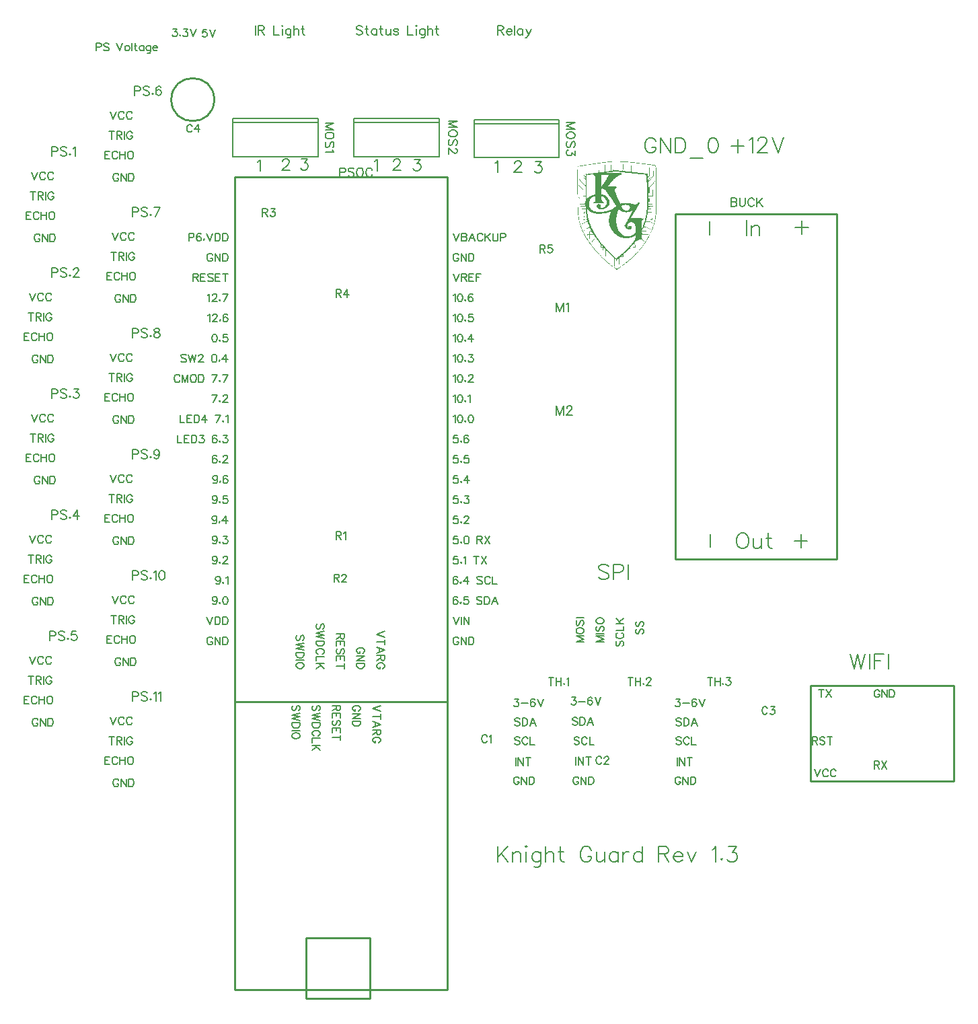
<source format=gto>
G04 Layer: TopSilkLayer*
G04 EasyEDA v6.3.53, 2020-06-08T12:07:48--7:00*
G04 bd5e1def8c3a44afa438a5c08afba8b4,269c31b763b64a8fadfd0c58d2184f68,10*
G04 Gerber Generator version 0.2*
G04 Scale: 100 percent, Rotated: No, Reflected: No *
G04 Dimensions in millimeters *
G04 leading zeros omitted , absolute positions ,3 integer and 3 decimal *
%FSLAX33Y33*%
%MOMM*%
G90*
G71D02*

%ADD10C,0.254000*%
%ADD23C,0.200660*%
%ADD24C,0.250012*%
%ADD25C,0.203200*%
%ADD26C,0.152400*%
%ADD27C,0.200000*%
%ADD28C,0.149860*%

%LPD*%

%LPD*%
G36*
G01X78007Y91094D02*
G01X77843Y91094D01*
G01X77793Y91093D01*
G01X77745Y91092D01*
G01X77699Y91091D01*
G01X77655Y91089D01*
G01X77613Y91087D01*
G01X77575Y91084D01*
G01X77539Y91082D01*
G01X77507Y91079D01*
G01X77473Y91076D01*
G01X77436Y91072D01*
G01X77397Y91068D01*
G01X77357Y91063D01*
G01X77313Y91059D01*
G01X77268Y91054D01*
G01X77220Y91048D01*
G01X77171Y91043D01*
G01X77119Y91036D01*
G01X77066Y91030D01*
G01X77011Y91023D01*
G01X76954Y91016D01*
G01X76895Y91009D01*
G01X76835Y91001D01*
G01X76774Y90993D01*
G01X76711Y90985D01*
G01X76646Y90977D01*
G01X76581Y90968D01*
G01X76445Y90950D01*
G01X76376Y90941D01*
G01X76306Y90932D01*
G01X76162Y90912D01*
G01X76016Y90892D01*
G01X75941Y90881D01*
G01X75791Y90861D01*
G01X75714Y90849D01*
G01X75638Y90839D01*
G01X75330Y90795D01*
G01X75252Y90783D01*
G01X75098Y90761D01*
G01X75020Y90749D01*
G01X74944Y90738D01*
G01X74867Y90727D01*
G01X74791Y90715D01*
G01X74639Y90693D01*
G01X74565Y90681D01*
G01X74491Y90670D01*
G01X74417Y90658D01*
G01X74345Y90647D01*
G01X74273Y90637D01*
G01X74202Y90625D01*
G01X74132Y90614D01*
G01X74063Y90604D01*
G01X73929Y90582D01*
G01X73864Y90572D01*
G01X73800Y90561D01*
G01X73738Y90551D01*
G01X73677Y90541D01*
G01X73617Y90531D01*
G01X73560Y90521D01*
G01X73504Y90512D01*
G01X73449Y90503D01*
G01X73397Y90493D01*
G01X73369Y90489D01*
G01X73356Y90486D01*
G01X73343Y90484D01*
G01X73319Y90478D01*
G01X73297Y90470D01*
G01X73277Y90458D01*
G01X73268Y90451D01*
G01X73260Y90442D01*
G01X73252Y90432D01*
G01X73243Y90421D01*
G01X73236Y90408D01*
G01X73229Y90392D01*
G01X73223Y90376D01*
G01X73217Y90356D01*
G01X73211Y90335D01*
G01X73206Y90312D01*
G01X73201Y90285D01*
G01X73196Y90257D01*
G01X73192Y90225D01*
G01X73188Y90190D01*
G01X73184Y90153D01*
G01X73181Y90112D01*
G01X73178Y90068D01*
G01X73175Y90020D01*
G01X73173Y89969D01*
G01X73171Y89914D01*
G01X73169Y89855D01*
G01X73167Y89792D01*
G01X73166Y89724D01*
G01X73165Y89653D01*
G01X73164Y89577D01*
G01X73164Y89497D01*
G01X73163Y89411D01*
G01X73163Y89020D01*
G01X73164Y88909D01*
G01X73164Y88792D01*
G01X73165Y88670D01*
G01X73166Y88542D01*
G01X73167Y88407D01*
G01X73168Y88267D01*
G01X73169Y88121D01*
G01X73171Y87967D01*
G01X73172Y87808D01*
G01X73173Y87641D01*
G01X73175Y87468D01*
G01X73176Y87338D01*
G01X73177Y87210D01*
G01X73178Y87086D01*
G01X73179Y86965D01*
G01X73180Y86846D01*
G01X73182Y86732D01*
G01X73183Y86619D01*
G01X73184Y86510D01*
G01X73186Y86404D01*
G01X73187Y86300D01*
G01X73188Y86199D01*
G01X73190Y86101D01*
G01X73191Y86006D01*
G01X73193Y85913D01*
G01X73195Y85822D01*
G01X73196Y85734D01*
G01X73198Y85649D01*
G01X73200Y85565D01*
G01X73202Y85484D01*
G01X73204Y85406D01*
G01X73206Y85329D01*
G01X73208Y85254D01*
G01X73210Y85182D01*
G01X73213Y85111D01*
G01X73216Y85043D01*
G01X73218Y84976D01*
G01X73221Y84911D01*
G01X73224Y84848D01*
G01X73227Y84787D01*
G01X73230Y84727D01*
G01X73234Y84669D01*
G01X73237Y84612D01*
G01X73241Y84557D01*
G01X73245Y84503D01*
G01X73249Y84450D01*
G01X73253Y84399D01*
G01X73257Y84349D01*
G01X73267Y84253D01*
G01X73271Y84206D01*
G01X73276Y84161D01*
G01X73282Y84116D01*
G01X73288Y84073D01*
G01X73293Y84030D01*
G01X73305Y83946D01*
G01X73312Y83906D01*
G01X73318Y83865D01*
G01X73339Y83748D01*
G01X73363Y83634D01*
G01X73371Y83597D01*
G01X73398Y83486D01*
G01X73408Y83448D01*
G01X73417Y83411D01*
G01X73427Y83373D01*
G01X73438Y83336D01*
G01X73459Y83259D01*
G01X73470Y83221D01*
G01X73482Y83182D01*
G01X73493Y83142D01*
G01X73506Y83102D01*
G01X73518Y83061D01*
G01X73531Y83020D01*
G01X73544Y82978D01*
G01X73558Y82935D01*
G01X73588Y82843D01*
G01X73621Y82749D01*
G01X73639Y82703D01*
G01X73656Y82655D01*
G01X73675Y82608D01*
G01X73694Y82560D01*
G01X73734Y82464D01*
G01X73755Y82415D01*
G01X73776Y82367D01*
G01X73798Y82318D01*
G01X73844Y82220D01*
G01X73868Y82170D01*
G01X73892Y82121D01*
G01X73942Y82021D01*
G01X73994Y81921D01*
G01X74021Y81871D01*
G01X74049Y81821D01*
G01X74105Y81719D01*
G01X74134Y81669D01*
G01X74163Y81618D01*
G01X74193Y81567D01*
G01X74224Y81516D01*
G01X74254Y81465D01*
G01X74286Y81413D01*
G01X74350Y81311D01*
G01X74383Y81259D01*
G01X74416Y81208D01*
G01X74449Y81156D01*
G01X74483Y81105D01*
G01X74553Y81001D01*
G01X74589Y80950D01*
G01X74624Y80898D01*
G01X74697Y80795D01*
G01X74734Y80743D01*
G01X74772Y80692D01*
G01X74848Y80588D01*
G01X74887Y80537D01*
G01X74965Y80433D01*
G01X75005Y80382D01*
G01X75085Y80279D01*
G01X75168Y80176D01*
G01X75251Y80074D01*
G01X75379Y79921D01*
G01X75422Y79871D01*
G01X75510Y79769D01*
G01X75554Y79719D01*
G01X75599Y79669D01*
G01X75643Y79619D01*
G01X75688Y79569D01*
G01X75734Y79519D01*
G01X75779Y79470D01*
G01X75826Y79420D01*
G01X75918Y79322D01*
G01X75965Y79273D01*
G01X76059Y79176D01*
G01X76107Y79127D01*
G01X76154Y79080D01*
G01X76202Y79031D01*
G01X76250Y78984D01*
G01X76299Y78936D01*
G01X76347Y78889D01*
G01X76397Y78842D01*
G01X76445Y78796D01*
G01X76495Y78749D01*
G01X76594Y78657D01*
G01X76644Y78612D01*
G01X76694Y78566D01*
G01X76794Y78476D01*
G01X76998Y78300D01*
G01X77101Y78214D01*
G01X77152Y78172D01*
G01X77256Y78088D01*
G01X77359Y78005D01*
G01X77464Y77924D01*
G01X77516Y77884D01*
G01X77569Y77844D01*
G01X77621Y77805D01*
G01X77727Y77728D01*
G01X78109Y77451D01*
G01X78349Y77603D01*
G01X78461Y77676D01*
G01X78571Y77748D01*
G01X78681Y77822D01*
G01X78789Y77898D01*
G01X78844Y77936D01*
G01X78897Y77974D01*
G01X78951Y78013D01*
G01X79004Y78051D01*
G01X79057Y78091D01*
G01X79109Y78130D01*
G01X79162Y78170D01*
G01X79214Y78209D01*
G01X79266Y78250D01*
G01X79318Y78290D01*
G01X79471Y78413D01*
G01X79522Y78455D01*
G01X79572Y78496D01*
G01X79672Y78580D01*
G01X79721Y78623D01*
G01X79771Y78666D01*
G01X79820Y78708D01*
G01X79868Y78751D01*
G01X79917Y78795D01*
G01X79965Y78838D01*
G01X80013Y78882D01*
G01X80107Y78970D01*
G01X80154Y79015D01*
G01X80201Y79059D01*
G01X80339Y79194D01*
G01X80384Y79240D01*
G01X80429Y79285D01*
G01X80519Y79377D01*
G01X80563Y79423D01*
G01X80606Y79470D01*
G01X80650Y79516D01*
G01X80779Y79657D01*
G01X80821Y79704D01*
G01X80863Y79752D01*
G01X80905Y79799D01*
G01X81028Y79943D01*
G01X81068Y79991D01*
G01X81108Y80040D01*
G01X81148Y80088D01*
G01X81226Y80186D01*
G01X81265Y80234D01*
G01X81341Y80333D01*
G01X81379Y80382D01*
G01X81453Y80482D01*
G01X81489Y80531D01*
G01X81561Y80631D01*
G01X81596Y80681D01*
G01X81667Y80782D01*
G01X81701Y80833D01*
G01X81735Y80883D01*
G01X81802Y80985D01*
G01X81835Y81036D01*
G01X81931Y81189D01*
G01X82024Y81343D01*
G01X82054Y81395D01*
G01X82084Y81446D01*
G01X82114Y81498D01*
G01X82172Y81602D01*
G01X82200Y81654D01*
G01X82227Y81706D01*
G01X82255Y81758D01*
G01X82309Y81862D01*
G01X82387Y82019D01*
G01X82437Y82124D01*
G01X82461Y82177D01*
G01X82484Y82229D01*
G01X82508Y82282D01*
G01X82531Y82334D01*
G01X82576Y82440D01*
G01X82598Y82492D01*
G01X82640Y82598D01*
G01X82681Y82704D01*
G01X82700Y82757D01*
G01X82738Y82862D01*
G01X82792Y83021D01*
G01X82809Y83074D01*
G01X82825Y83127D01*
G01X82842Y83180D01*
G01X82872Y83285D01*
G01X82902Y83391D01*
G01X82928Y83497D01*
G01X82942Y83549D01*
G01X82966Y83655D01*
G01X82977Y83708D01*
G01X82988Y83760D01*
G01X82999Y83813D01*
G01X83009Y83865D01*
G01X83019Y83918D01*
G01X83028Y83970D01*
G01X83045Y84075D01*
G01X83053Y84127D01*
G01X83067Y84232D01*
G01X83079Y84336D01*
G01X83082Y84363D01*
G01X83084Y84392D01*
G01X83087Y84424D01*
G01X83090Y84458D01*
G01X83092Y84495D01*
G01X83094Y84534D01*
G01X83097Y84575D01*
G01X83099Y84619D01*
G01X83101Y84665D01*
G01X83103Y84713D01*
G01X83105Y84763D01*
G01X83107Y84815D01*
G01X83109Y84870D01*
G01X83110Y84926D01*
G01X83112Y84984D01*
G01X83114Y85044D01*
G01X83115Y85105D01*
G01X83117Y85168D01*
G01X83119Y85233D01*
G01X83120Y85300D01*
G01X83122Y85367D01*
G01X83124Y85507D01*
G01X83126Y85579D01*
G01X83128Y85727D01*
G01X83129Y85803D01*
G01X83130Y85880D01*
G01X83130Y85958D01*
G01X83131Y86037D01*
G01X83133Y86197D01*
G01X83133Y86279D01*
G01X83134Y86361D01*
G01X83134Y86444D01*
G01X83135Y86528D01*
G01X83135Y86612D01*
G01X83136Y86697D01*
G01X83136Y86954D01*
G01X83137Y87040D01*
G01X83137Y87300D01*
G01X83136Y87387D01*
G01X83136Y87648D01*
G01X83135Y87734D01*
G01X83135Y87820D01*
G01X83134Y87992D01*
G01X83134Y88077D01*
G01X83133Y88162D01*
G01X83132Y88246D01*
G01X83132Y88330D01*
G01X83131Y88414D01*
G01X83129Y88578D01*
G01X83128Y88658D01*
G01X83127Y88739D01*
G01X83126Y88817D01*
G01X83125Y88896D01*
G01X83124Y88973D01*
G01X83123Y89049D01*
G01X83122Y89124D01*
G01X83120Y89197D01*
G01X83119Y89270D01*
G01X83117Y89341D01*
G01X83116Y89410D01*
G01X83114Y89478D01*
G01X83113Y89545D01*
G01X83111Y89610D01*
G01X83110Y89674D01*
G01X83108Y89736D01*
G01X83106Y89796D01*
G01X83105Y89854D01*
G01X83103Y89911D01*
G01X83101Y89966D01*
G01X83099Y90018D01*
G01X83097Y90069D01*
G01X83095Y90117D01*
G01X83093Y90164D01*
G01X83091Y90208D01*
G01X83088Y90250D01*
G01X83086Y90289D01*
G01X83084Y90327D01*
G01X83082Y90361D01*
G01X83079Y90394D01*
G01X83077Y90423D01*
G01X83074Y90451D01*
G01X83072Y90475D01*
G01X83069Y90497D01*
G01X83067Y90516D01*
G01X83064Y90532D01*
G01X83062Y90546D01*
G01X83059Y90556D01*
G01X83056Y90563D01*
G01X83053Y90568D01*
G01X83049Y90570D01*
G01X83040Y90573D01*
G01X83027Y90577D01*
G01X83010Y90581D01*
G01X82989Y90585D01*
G01X82965Y90590D01*
G01X82937Y90595D01*
G01X82905Y90601D01*
G01X82870Y90606D01*
G01X82831Y90613D01*
G01X82789Y90619D01*
G01X82744Y90626D01*
G01X82695Y90634D01*
G01X82643Y90641D01*
G01X82589Y90649D01*
G01X82532Y90657D01*
G01X82472Y90666D01*
G01X82410Y90675D01*
G01X82344Y90683D01*
G01X82277Y90693D01*
G01X82207Y90702D01*
G01X82135Y90712D01*
G01X82061Y90721D01*
G01X81985Y90732D01*
G01X81827Y90752D01*
G01X81745Y90763D01*
G01X81662Y90773D01*
G01X81577Y90784D01*
G01X81490Y90795D01*
G01X81314Y90817D01*
G01X81132Y90839D01*
G01X81040Y90850D01*
G01X80947Y90861D01*
G01X80853Y90872D01*
G01X80759Y90884D01*
G01X80569Y90906D01*
G01X80281Y90939D01*
G01X80184Y90950D01*
G01X80109Y90958D01*
G01X80033Y90967D01*
G01X79880Y90982D01*
G01X79803Y90990D01*
G01X79726Y90997D01*
G01X79492Y91018D01*
G01X79337Y91030D01*
G01X79183Y91042D01*
G01X79106Y91047D01*
G01X78955Y91057D01*
G01X78880Y91061D01*
G01X78806Y91065D01*
G01X78733Y91069D01*
G01X78661Y91073D01*
G01X78590Y91077D01*
G01X78450Y91083D01*
G01X78316Y91087D01*
G01X78251Y91089D01*
G01X78188Y91091D01*
G01X78126Y91092D01*
G01X78066Y91093D01*
G01X78007Y91094D01*
G37*

%LPC*%
G36*
G01X78082Y91019D02*
G01X77959Y91019D01*
G01X77898Y91018D01*
G01X77839Y91018D01*
G01X77780Y91017D01*
G01X77723Y91015D01*
G01X77666Y91014D01*
G01X77556Y91010D01*
G01X77503Y91007D01*
G01X77450Y91005D01*
G01X77399Y91002D01*
G01X77349Y90999D01*
G01X77300Y90995D01*
G01X77252Y90991D01*
G01X77205Y90987D01*
G01X77160Y90983D01*
G01X77116Y90979D01*
G01X77074Y90973D01*
G01X77033Y90968D01*
G01X76935Y90956D01*
G01X76840Y90943D01*
G01X76748Y90931D01*
G01X76658Y90919D01*
G01X76571Y90907D01*
G01X76486Y90896D01*
G01X76404Y90885D01*
G01X76323Y90874D01*
G01X76245Y90864D01*
G01X76170Y90854D01*
G01X76096Y90844D01*
G01X76024Y90834D01*
G01X75954Y90825D01*
G01X75886Y90815D01*
G01X75820Y90807D01*
G01X75754Y90798D01*
G01X75630Y90780D01*
G01X75569Y90772D01*
G01X75510Y90764D01*
G01X75396Y90748D01*
G01X75340Y90740D01*
G01X75286Y90732D01*
G01X75233Y90725D01*
G01X75180Y90717D01*
G01X75128Y90709D01*
G01X75077Y90702D01*
G01X75026Y90694D01*
G01X74976Y90687D01*
G01X74927Y90679D01*
G01X74829Y90665D01*
G01X74780Y90657D01*
G01X74732Y90650D01*
G01X74683Y90642D01*
G01X74587Y90627D01*
G01X74489Y90612D01*
G01X74440Y90604D01*
G01X74340Y90588D01*
G01X74289Y90580D01*
G01X74119Y90552D01*
G01X74036Y90539D01*
G01X73956Y90526D01*
G01X73878Y90513D01*
G01X73804Y90500D01*
G01X73734Y90489D01*
G01X73667Y90478D01*
G01X73606Y90467D01*
G01X73549Y90458D01*
G01X73498Y90450D01*
G01X73453Y90442D01*
G01X73416Y90435D01*
G01X73385Y90430D01*
G01X73361Y90425D01*
G01X73346Y90422D01*
G01X73239Y90400D01*
G01X73239Y87208D01*
G01X73240Y87098D01*
G01X73240Y86883D01*
G01X73241Y86779D01*
G01X73242Y86678D01*
G01X73242Y86578D01*
G01X73243Y86481D01*
G01X73244Y86386D01*
G01X73245Y86293D01*
G01X73246Y86202D01*
G01X73247Y86112D01*
G01X73248Y86026D01*
G01X73250Y85940D01*
G01X73251Y85857D01*
G01X73252Y85775D01*
G01X73254Y85696D01*
G01X73256Y85618D01*
G01X73257Y85541D01*
G01X73259Y85467D01*
G01X73261Y85394D01*
G01X73263Y85323D01*
G01X73266Y85253D01*
G01X73268Y85185D01*
G01X73271Y85119D01*
G01X73273Y85054D01*
G01X73276Y84990D01*
G01X73280Y84928D01*
G01X73283Y84867D01*
G01X73286Y84807D01*
G01X73289Y84749D01*
G01X73293Y84692D01*
G01X73296Y84636D01*
G01X73300Y84581D01*
G01X73304Y84528D01*
G01X73308Y84476D01*
G01X73313Y84424D01*
G01X73318Y84374D01*
G01X73322Y84325D01*
G01X73327Y84276D01*
G01X73337Y84182D01*
G01X73349Y84092D01*
G01X73355Y84048D01*
G01X73360Y84004D01*
G01X73367Y83962D01*
G01X73373Y83919D01*
G01X73380Y83878D01*
G01X73387Y83838D01*
G01X73394Y83797D01*
G01X73401Y83757D01*
G01X73416Y83679D01*
G01X73424Y83640D01*
G01X73432Y83602D01*
G01X73450Y83527D01*
G01X73458Y83490D01*
G01X73467Y83453D01*
G01X73477Y83416D01*
G01X73496Y83343D01*
G01X73517Y83270D01*
G01X73527Y83233D01*
G01X73561Y83123D01*
G01X73597Y83012D01*
G01X73610Y82974D01*
G01X73622Y82936D01*
G01X73636Y82898D01*
G01X73649Y82859D01*
G01X73665Y82813D01*
G01X73700Y82719D01*
G01X73737Y82625D01*
G01X73777Y82529D01*
G01X73798Y82481D01*
G01X73820Y82432D01*
G01X73841Y82383D01*
G01X73864Y82334D01*
G01X73888Y82285D01*
G01X73911Y82235D01*
G01X73936Y82186D01*
G01X73961Y82135D01*
G01X74013Y82035D01*
G01X74039Y81984D01*
G01X74094Y81883D01*
G01X74123Y81831D01*
G01X74181Y81729D01*
G01X74211Y81678D01*
G01X74272Y81574D01*
G01X74368Y81418D01*
G01X74401Y81366D01*
G01X74468Y81261D01*
G01X74536Y81157D01*
G01X74571Y81104D01*
G01X74607Y81052D01*
G01X74643Y80999D01*
G01X74679Y80947D01*
G01X74753Y80841D01*
G01X74791Y80789D01*
G01X74828Y80736D01*
G01X74906Y80632D01*
G01X74984Y80526D01*
G01X75023Y80474D01*
G01X75064Y80422D01*
G01X75104Y80370D01*
G01X75186Y80266D01*
G01X75227Y80213D01*
G01X75269Y80162D01*
G01X75311Y80110D01*
G01X75353Y80059D01*
G01X75439Y79955D01*
G01X75482Y79905D01*
G01X75525Y79853D01*
G01X75613Y79752D01*
G01X75657Y79701D01*
G01X75746Y79601D01*
G01X75836Y79501D01*
G01X75927Y79403D01*
G01X75972Y79353D01*
G01X76019Y79305D01*
G01X76064Y79256D01*
G01X76111Y79208D01*
G01X76157Y79160D01*
G01X76204Y79113D01*
G01X76251Y79065D01*
G01X76345Y78971D01*
G01X76392Y78925D01*
G01X76439Y78878D01*
G01X76487Y78833D01*
G01X76534Y78787D01*
G01X76582Y78742D01*
G01X76629Y78697D01*
G01X76678Y78653D01*
G01X76725Y78609D01*
G01X76773Y78565D01*
G01X76821Y78522D01*
G01X76918Y78437D01*
G01X76966Y78394D01*
G01X77014Y78353D01*
G01X77063Y78312D01*
G01X77111Y78271D01*
G01X77160Y78231D01*
G01X77208Y78191D01*
G01X77256Y78152D01*
G01X77305Y78112D01*
G01X77401Y78036D01*
G01X77450Y77999D01*
G01X77498Y77962D01*
G01X77595Y77889D01*
G01X77643Y77854D01*
G01X77740Y77785D01*
G01X77788Y77751D01*
G01X77836Y77718D01*
G01X77980Y77622D01*
G01X78027Y77591D01*
G01X78040Y77585D01*
G01X78055Y77581D01*
G01X78071Y77578D01*
G01X78090Y77578D01*
G01X78110Y77581D01*
G01X78132Y77585D01*
G01X78157Y77591D01*
G01X78182Y77599D01*
G01X78210Y77609D01*
G01X78239Y77621D01*
G01X78270Y77634D01*
G01X78302Y77650D01*
G01X78335Y77666D01*
G01X78370Y77685D01*
G01X78407Y77705D01*
G01X78444Y77728D01*
G01X78483Y77751D01*
G01X78565Y77803D01*
G01X78608Y77831D01*
G01X78652Y77860D01*
G01X78697Y77891D01*
G01X78743Y77923D01*
G01X78789Y77957D01*
G01X78837Y77991D01*
G01X78885Y78028D01*
G01X78935Y78065D01*
G01X78985Y78103D01*
G01X79036Y78142D01*
G01X79087Y78183D01*
G01X79139Y78224D01*
G01X79192Y78266D01*
G01X79245Y78310D01*
G01X79353Y78398D01*
G01X79408Y78445D01*
G01X79462Y78491D01*
G01X79518Y78538D01*
G01X79629Y78635D01*
G01X79684Y78684D01*
G01X79796Y78784D01*
G01X79908Y78886D01*
G01X79963Y78938D01*
G01X80075Y79042D01*
G01X80239Y79201D01*
G01X80347Y79307D01*
G01X80400Y79361D01*
G01X80453Y79414D01*
G01X80505Y79467D01*
G01X80557Y79521D01*
G01X80607Y79574D01*
G01X80658Y79627D01*
G01X80756Y79733D01*
G01X80804Y79786D01*
G01X80896Y79890D01*
G01X80941Y79942D01*
G01X80985Y79993D01*
G01X81028Y80044D01*
G01X81069Y80094D01*
G01X81110Y80143D01*
G01X81149Y80193D01*
G01X81187Y80241D01*
G01X81223Y80289D01*
G01X81317Y80415D01*
G01X81362Y80477D01*
G01X81407Y80538D01*
G01X81495Y80660D01*
G01X81538Y80720D01*
G01X81579Y80780D01*
G01X81661Y80898D01*
G01X81701Y80957D01*
G01X81740Y81016D01*
G01X81779Y81074D01*
G01X81816Y81131D01*
G01X81854Y81189D01*
G01X81926Y81303D01*
G01X81961Y81360D01*
G01X82029Y81472D01*
G01X82062Y81529D01*
G01X82095Y81584D01*
G01X82127Y81640D01*
G01X82189Y81751D01*
G01X82219Y81806D01*
G01X82277Y81915D01*
G01X82333Y82025D01*
G01X82360Y82079D01*
G01X82386Y82134D01*
G01X82412Y82188D01*
G01X82462Y82297D01*
G01X82485Y82351D01*
G01X82509Y82405D01*
G01X82532Y82459D01*
G01X82555Y82514D01*
G01X82576Y82568D01*
G01X82598Y82622D01*
G01X82619Y82677D01*
G01X82659Y82785D01*
G01X82697Y82895D01*
G01X82715Y82950D01*
G01X82733Y83004D01*
G01X82750Y83060D01*
G01X82767Y83115D01*
G01X82783Y83171D01*
G01X82799Y83226D01*
G01X82829Y83338D01*
G01X82857Y83450D01*
G01X82871Y83507D01*
G01X82884Y83564D01*
G01X82896Y83621D01*
G01X82909Y83679D01*
G01X82920Y83736D01*
G01X82932Y83794D01*
G01X82942Y83853D01*
G01X82953Y83912D01*
G01X82973Y84030D01*
G01X82982Y84090D01*
G01X82999Y84211D01*
G01X83015Y84333D01*
G01X83029Y84457D01*
G01X83036Y84520D01*
G01X83048Y84647D01*
G01X83049Y84667D01*
G01X83051Y84690D01*
G01X83052Y84715D01*
G01X83054Y84744D01*
G01X83055Y84775D01*
G01X83056Y84809D01*
G01X83058Y84845D01*
G01X83059Y84884D01*
G01X83060Y84926D01*
G01X83061Y84969D01*
G01X83062Y85016D01*
G01X83063Y85064D01*
G01X83064Y85115D01*
G01X83065Y85168D01*
G01X83066Y85222D01*
G01X83067Y85279D01*
G01X83067Y85338D01*
G01X83068Y85398D01*
G01X83069Y85461D01*
G01X83069Y85525D01*
G01X83070Y85591D01*
G01X83070Y85658D01*
G01X83071Y85727D01*
G01X83071Y85942D01*
G01X83072Y86017D01*
G01X83072Y86649D01*
G01X83071Y86731D01*
G01X83071Y86982D01*
G01X83069Y87237D01*
G01X83068Y87407D01*
G01X83068Y87493D01*
G01X83067Y87578D01*
G01X83066Y87664D01*
G01X83065Y87833D01*
G01X83063Y88003D01*
G01X83063Y88086D01*
G01X83062Y88170D01*
G01X83061Y88253D01*
G01X83060Y88335D01*
G01X83058Y88497D01*
G01X83056Y88577D01*
G01X83055Y88655D01*
G01X83054Y88734D01*
G01X83053Y88810D01*
G01X83052Y88887D01*
G01X83051Y88961D01*
G01X83049Y89034D01*
G01X83048Y89107D01*
G01X83046Y89247D01*
G01X83044Y89314D01*
G01X83043Y89380D01*
G01X83041Y89445D01*
G01X83040Y89508D01*
G01X83038Y89569D01*
G01X83037Y89628D01*
G01X83035Y89686D01*
G01X83034Y89741D01*
G01X83032Y89794D01*
G01X83031Y89845D01*
G01X83029Y89894D01*
G01X83027Y89941D01*
G01X83025Y89985D01*
G01X83024Y90028D01*
G01X83022Y90067D01*
G01X83020Y90104D01*
G01X83018Y90139D01*
G01X83017Y90170D01*
G01X83015Y90199D01*
G01X83013Y90226D01*
G01X83011Y90249D01*
G01X82986Y90540D01*
G01X82169Y90648D01*
G01X82119Y90655D01*
G01X82067Y90662D01*
G01X82012Y90669D01*
G01X81955Y90676D01*
G01X81895Y90684D01*
G01X81834Y90692D01*
G01X81770Y90700D01*
G01X81705Y90708D01*
G01X81639Y90717D01*
G01X81571Y90726D01*
G01X81501Y90734D01*
G01X81431Y90743D01*
G01X81360Y90751D01*
G01X81289Y90761D01*
G01X81217Y90769D01*
G01X81145Y90778D01*
G01X81072Y90787D01*
G01X80928Y90805D01*
G01X80856Y90813D01*
G01X80785Y90822D01*
G01X80715Y90831D01*
G01X80646Y90839D01*
G01X80578Y90847D01*
G01X80511Y90855D01*
G01X80446Y90863D01*
G01X80382Y90870D01*
G01X80320Y90877D01*
G01X80248Y90886D01*
G01X80103Y90902D01*
G01X80030Y90909D01*
G01X79885Y90924D01*
G01X79812Y90930D01*
G01X79667Y90943D01*
G01X79594Y90950D01*
G01X79522Y90955D01*
G01X79449Y90961D01*
G01X79233Y90976D01*
G01X79091Y90985D01*
G01X79020Y90989D01*
G01X78950Y90993D01*
G01X78880Y90996D01*
G01X78810Y91000D01*
G01X78741Y91003D01*
G01X78672Y91005D01*
G01X78604Y91008D01*
G01X78537Y91011D01*
G01X78470Y91013D01*
G01X78338Y91016D01*
G01X78273Y91017D01*
G01X78209Y91018D01*
G01X78145Y91018D01*
G01X78082Y91019D01*
G37*

%LPD*%
G36*
G01X82562Y90472D02*
G01X82558Y90484D01*
G01X82554Y90472D01*
G01X82551Y90437D01*
G01X82547Y90383D01*
G01X82544Y90311D01*
G01X82542Y90224D01*
G01X82540Y90124D01*
G01X82539Y90013D01*
G01X82538Y89895D01*
G01X82538Y89306D01*
G01X82320Y89057D01*
G01X82236Y88958D01*
G01X82171Y88875D01*
G01X82130Y88815D01*
G01X82120Y88789D01*
G01X82144Y88802D01*
G01X82197Y88851D01*
G01X82271Y88929D01*
G01X82358Y89027D01*
G01X82577Y89284D01*
G01X82577Y90005D01*
G01X82576Y90117D01*
G01X82574Y90219D01*
G01X82572Y90307D01*
G01X82569Y90381D01*
G01X82566Y90436D01*
G01X82562Y90472D01*
G37*

%LPD*%
G36*
G01X77634Y90464D02*
G01X77612Y90931D01*
G01X77604Y90457D01*
G01X77603Y90341D01*
G01X77604Y90242D01*
G01X77606Y90158D01*
G01X77610Y90089D01*
G01X77615Y90035D01*
G01X77622Y89995D01*
G01X77632Y89968D01*
G01X77643Y89954D01*
G01X77659Y89940D01*
G01X77659Y89925D01*
G01X77645Y89911D01*
G01X77614Y89896D01*
G01X77576Y89882D01*
G01X77544Y89872D01*
G01X77517Y89869D01*
G01X77495Y89873D01*
G01X77478Y89887D01*
G01X77465Y89911D01*
G01X77455Y89948D01*
G01X77447Y90000D01*
G01X77442Y90067D01*
G01X77437Y90151D01*
G01X77434Y90254D01*
G01X77431Y90377D01*
G01X77419Y90893D01*
G01X77411Y90381D01*
G01X77402Y89870D01*
G01X77237Y89847D01*
G01X77157Y89836D01*
G01X77060Y89823D01*
G01X76959Y89811D01*
G01X76868Y89799D01*
G01X76663Y89774D01*
G01X76663Y90285D01*
G01X76662Y90397D01*
G01X76660Y90497D01*
G01X76657Y90584D01*
G01X76653Y90658D01*
G01X76647Y90716D01*
G01X76640Y90760D01*
G01X76633Y90786D01*
G01X76624Y90795D01*
G01X76616Y90786D01*
G01X76608Y90759D01*
G01X76601Y90715D01*
G01X76596Y90655D01*
G01X76591Y90581D01*
G01X76588Y90492D01*
G01X76586Y90389D01*
G01X76585Y90275D01*
G01X76585Y89755D01*
G01X76342Y89728D01*
G01X76241Y89716D01*
G01X76145Y89703D01*
G01X76065Y89690D01*
G01X76013Y89680D01*
G01X75984Y89674D01*
G01X75963Y89677D01*
G01X75947Y89694D01*
G01X75935Y89731D01*
G01X75928Y89793D01*
G01X75922Y89888D01*
G01X75918Y90021D01*
G01X75914Y90198D01*
G01X75902Y90737D01*
G01X75893Y90202D01*
G01X75892Y90095D01*
G01X75889Y89994D01*
G01X75887Y89903D01*
G01X75884Y89824D01*
G01X75881Y89758D01*
G01X75878Y89709D01*
G01X75876Y89678D01*
G01X75873Y89667D01*
G01X75859Y89666D01*
G01X75830Y89662D01*
G01X75787Y89657D01*
G01X75733Y89650D01*
G01X75668Y89641D01*
G01X75595Y89632D01*
G01X75516Y89621D01*
G01X75431Y89609D01*
G01X75343Y89597D01*
G01X75253Y89585D01*
G01X75163Y89572D01*
G01X75074Y89559D01*
G01X74988Y89547D01*
G01X74907Y89536D01*
G01X74832Y89525D01*
G01X74765Y89515D01*
G01X74709Y89506D01*
G01X74663Y89499D01*
G01X74630Y89494D01*
G01X74611Y89491D01*
G01X74583Y89486D01*
G01X74562Y89489D01*
G01X74546Y89506D01*
G01X74535Y89542D01*
G01X74527Y89605D01*
G01X74522Y89700D01*
G01X74517Y89831D01*
G01X74513Y90007D01*
G01X74501Y90542D01*
G01X74493Y90007D01*
G01X74490Y89840D01*
G01X74486Y89711D01*
G01X74481Y89617D01*
G01X74474Y89551D01*
G01X74464Y89509D01*
G01X74450Y89485D01*
G01X74431Y89475D01*
G01X74407Y89472D01*
G01X74383Y89475D01*
G01X74365Y89485D01*
G01X74351Y89508D01*
G01X74340Y89549D01*
G01X74333Y89613D01*
G01X74327Y89703D01*
G01X74322Y89827D01*
G01X74318Y89988D01*
G01X74307Y90504D01*
G01X74298Y89969D01*
G01X74296Y89852D01*
G01X74292Y89748D01*
G01X74287Y89656D01*
G01X74281Y89579D01*
G01X74275Y89517D01*
G01X74267Y89471D01*
G01X74259Y89443D01*
G01X74251Y89433D01*
G01X74236Y89420D01*
G01X74223Y89385D01*
G01X74214Y89332D01*
G01X74210Y89268D01*
G01X74209Y89102D01*
G01X74114Y89219D01*
G01X74093Y89245D01*
G01X74076Y89270D01*
G01X74061Y89297D01*
G01X74049Y89325D01*
G01X74039Y89360D01*
G01X74031Y89401D01*
G01X74025Y89450D01*
G01X74020Y89511D01*
G01X74016Y89584D01*
G01X74013Y89672D01*
G01X74010Y89777D01*
G01X74007Y89900D01*
G01X73995Y90464D01*
G01X73978Y89312D01*
G01X74098Y89162D01*
G01X74141Y89107D01*
G01X74174Y89058D01*
G01X74195Y89019D01*
G01X74208Y88988D01*
G01X74212Y88966D01*
G01X74206Y88953D01*
G01X74193Y88950D01*
G01X74172Y88957D01*
G01X74143Y88975D01*
G01X74107Y89004D01*
G01X74065Y89044D01*
G01X74017Y89095D01*
G01X73842Y89292D01*
G01X73799Y90426D01*
G01X73792Y89861D01*
G01X73783Y89297D01*
G01X73998Y89051D01*
G01X74212Y88806D01*
G01X74212Y88329D01*
G01X74213Y88266D01*
G01X74213Y88163D01*
G01X74212Y88123D01*
G01X74209Y88090D01*
G01X74204Y88065D01*
G01X74197Y88047D01*
G01X74187Y88038D01*
G01X74174Y88037D01*
G01X74157Y88043D01*
G01X74135Y88058D01*
G01X74110Y88081D01*
G01X74079Y88113D01*
G01X74043Y88153D01*
G01X74000Y88201D01*
G01X73951Y88258D01*
G01X73896Y88323D01*
G01X73833Y88397D01*
G01X73762Y88480D01*
G01X73705Y88546D01*
G01X73651Y88609D01*
G01X73599Y88669D01*
G01X73550Y88725D01*
G01X73505Y88777D01*
G01X73463Y88824D01*
G01X73427Y88865D01*
G01X73395Y88900D01*
G01X73369Y88928D01*
G01X73350Y88949D01*
G01X73337Y88962D01*
G01X73331Y88966D01*
G01X73324Y88965D01*
G01X73321Y88959D01*
G01X73324Y88948D01*
G01X73334Y88929D01*
G01X73352Y88903D01*
G01X73378Y88869D01*
G01X73413Y88824D01*
G01X73459Y88767D01*
G01X73516Y88699D01*
G01X73585Y88616D01*
G01X73668Y88518D01*
G01X73764Y88404D01*
G01X74212Y87879D01*
G01X74212Y86710D01*
G01X73939Y86710D01*
G01X73939Y87509D01*
G01X73629Y87817D01*
G01X73567Y87879D01*
G01X73507Y87936D01*
G01X73453Y87986D01*
G01X73404Y88030D01*
G01X73364Y88064D01*
G01X73332Y88090D01*
G01X73310Y88104D01*
G01X73300Y88106D01*
G01X73302Y88096D01*
G01X73317Y88074D01*
G01X73342Y88043D01*
G01X73377Y88002D01*
G01X73421Y87954D01*
G01X73472Y87900D01*
G01X73528Y87841D01*
G01X73590Y87779D01*
G01X73900Y87470D01*
G01X73900Y86671D01*
G01X74056Y86671D01*
G01X74145Y86668D01*
G01X74191Y86652D01*
G01X74209Y86612D01*
G01X74212Y86535D01*
G01X74212Y86398D01*
G01X73877Y86398D01*
G01X73770Y86399D01*
G01X73687Y86401D01*
G01X73623Y86405D01*
G01X73574Y86415D01*
G01X73535Y86429D01*
G01X73502Y86450D01*
G01X73470Y86478D01*
G01X73433Y86515D01*
G01X73383Y86567D01*
G01X73344Y86603D01*
G01X73317Y86623D01*
G01X73302Y86628D01*
G01X73301Y86617D01*
G01X73314Y86591D01*
G01X73341Y86551D01*
G01X73383Y86495D01*
G01X73492Y86359D01*
G01X74212Y86359D01*
G01X74212Y86249D01*
G01X74209Y86197D01*
G01X74201Y86137D01*
G01X74190Y86077D01*
G01X74176Y86024D01*
G01X74160Y85973D01*
G01X74144Y85914D01*
G01X74129Y85856D01*
G01X74117Y85806D01*
G01X74109Y85772D01*
G01X74097Y85745D01*
G01X74079Y85726D01*
G01X74047Y85713D01*
G01X73998Y85703D01*
G01X73926Y85697D01*
G01X73827Y85692D01*
G01X73696Y85688D01*
G01X73297Y85676D01*
G01X73715Y85667D01*
G01X74134Y85659D01*
G01X74134Y85426D01*
G01X73726Y85426D01*
G01X73637Y85425D01*
G01X73557Y85423D01*
G01X73488Y85419D01*
G01X73428Y85415D01*
G01X73381Y85409D01*
G01X73346Y85403D01*
G01X73324Y85395D01*
G01X73317Y85386D01*
G01X73325Y85378D01*
G01X73348Y85371D01*
G01X73387Y85364D01*
G01X73439Y85359D01*
G01X73503Y85354D01*
G01X73579Y85350D01*
G01X73667Y85348D01*
G01X74212Y85348D01*
G01X74212Y85114D01*
G01X73754Y85107D01*
G01X73297Y85098D01*
G01X74231Y85056D01*
G01X74243Y84891D01*
G01X74255Y84725D01*
G01X73978Y84725D01*
G01X73978Y84223D01*
G01X73677Y84209D01*
G01X73375Y84196D01*
G01X73677Y84188D01*
G01X73978Y84180D01*
G01X73978Y83795D01*
G01X73453Y83767D01*
G01X73715Y83760D01*
G01X73783Y83756D01*
G01X73841Y83750D01*
G01X73892Y83742D01*
G01X73933Y83731D01*
G01X73965Y83719D01*
G01X73989Y83706D01*
G01X74004Y83692D01*
G01X74010Y83677D01*
G01X74007Y83662D01*
G01X73996Y83648D01*
G01X73975Y83634D01*
G01X73945Y83621D01*
G01X73906Y83609D01*
G01X73858Y83600D01*
G01X73801Y83592D01*
G01X73735Y83587D01*
G01X73492Y83573D01*
G01X73754Y83565D01*
G01X73904Y83563D01*
G01X73982Y83572D01*
G01X74012Y83600D01*
G01X74017Y83655D01*
G01X74033Y83696D01*
G01X74074Y83728D01*
G01X74133Y83750D01*
G01X74203Y83762D01*
G01X74274Y83762D01*
G01X74340Y83751D01*
G01X74392Y83728D01*
G01X74422Y83691D01*
G01X74444Y83611D01*
G01X74438Y83558D01*
G01X74403Y83528D01*
G01X74338Y83519D01*
G01X74286Y83512D01*
G01X74222Y83494D01*
G01X74156Y83468D01*
G01X74095Y83435D01*
G01X74028Y83396D01*
G01X73949Y83349D01*
G01X73865Y83302D01*
G01X73788Y83260D01*
G01X73726Y83225D01*
G01X73685Y83195D01*
G01X73668Y83176D01*
G01X73679Y83169D01*
G01X73720Y83180D01*
G01X73789Y83209D01*
G01X73874Y83252D01*
G01X73966Y83305D01*
G01X74035Y83345D01*
G01X74097Y83379D01*
G01X74154Y83407D01*
G01X74205Y83428D01*
G01X74252Y83443D01*
G01X74294Y83451D01*
G01X74333Y83453D01*
G01X74368Y83448D01*
G01X74400Y83436D01*
G01X74429Y83416D01*
G01X74457Y83390D01*
G01X74482Y83356D01*
G01X74507Y83315D01*
G01X74531Y83266D01*
G01X74555Y83210D01*
G01X74579Y83146D01*
G01X74619Y83030D01*
G01X74650Y82933D01*
G01X74668Y82866D01*
G01X74671Y82838D01*
G01X74661Y82831D01*
G01X74637Y82815D01*
G01X74601Y82792D01*
G01X74554Y82761D01*
G01X74498Y82724D01*
G01X74434Y82683D01*
G01X74364Y82638D01*
G01X74289Y82590D01*
G01X74216Y82542D01*
G01X74150Y82497D01*
G01X74092Y82457D01*
G01X74043Y82422D01*
G01X74005Y82393D01*
G01X73980Y82371D01*
G01X73968Y82357D01*
G01X73970Y82352D01*
G01X73986Y82356D01*
G01X74013Y82367D01*
G01X74048Y82385D01*
G01X74090Y82409D01*
G01X74140Y82438D01*
G01X74193Y82471D01*
G01X74250Y82507D01*
G01X74309Y82546D01*
G01X74393Y82602D01*
G01X74465Y82648D01*
G01X74527Y82684D01*
G01X74578Y82709D01*
G01X74623Y82725D01*
G01X74660Y82731D01*
G01X74692Y82727D01*
G01X74720Y82712D01*
G01X74745Y82688D01*
G01X74768Y82654D01*
G01X74791Y82611D01*
G01X74815Y82557D01*
G01X74846Y82483D01*
G01X74874Y82419D01*
G01X74894Y82369D01*
G01X74906Y82343D01*
G01X74901Y82331D01*
G01X74880Y82322D01*
G01X74844Y82315D01*
G01X74798Y82313D01*
G01X74729Y82309D01*
G01X74694Y82286D01*
G01X74681Y82222D01*
G01X74679Y82099D01*
G01X74679Y81885D01*
G01X74406Y81885D01*
G01X74420Y81476D01*
G01X74435Y81661D01*
G01X74445Y81763D01*
G01X74464Y81819D01*
G01X74499Y81842D01*
G01X74563Y81846D01*
G01X74676Y81846D01*
G01X74689Y81466D01*
G01X74701Y81087D01*
G01X74710Y81466D01*
G01X74718Y81846D01*
G01X75216Y81846D01*
G01X75357Y81650D01*
G01X75395Y81597D01*
G01X75425Y81553D01*
G01X75448Y81515D01*
G01X75463Y81484D01*
G01X75469Y81456D01*
G01X75465Y81430D01*
G01X75452Y81405D01*
G01X75429Y81380D01*
G01X75395Y81351D01*
G01X75350Y81319D01*
G01X75293Y81282D01*
G01X75224Y81238D01*
G01X74990Y81087D01*
G01X74998Y80873D01*
G01X75004Y80659D01*
G01X75018Y80860D01*
G01X75026Y80897D01*
G01X75042Y80938D01*
G01X75065Y80983D01*
G01X75095Y81030D01*
G01X75131Y81079D01*
G01X75170Y81127D01*
G01X75213Y81175D01*
G01X75258Y81220D01*
G01X75304Y81262D01*
G01X75349Y81300D01*
G01X75393Y81332D01*
G01X75434Y81358D01*
G01X75472Y81376D01*
G01X75505Y81385D01*
G01X75531Y81385D01*
G01X75551Y81374D01*
G01X75613Y81307D01*
G01X75672Y81240D01*
G01X75727Y81175D01*
G01X75778Y81111D01*
G01X75825Y81048D01*
G01X75868Y80987D01*
G01X75908Y80927D01*
G01X75943Y80870D01*
G01X75975Y80814D01*
G01X76002Y80760D01*
G01X76026Y80707D01*
G01X76045Y80657D01*
G01X76060Y80609D01*
G01X76070Y80563D01*
G01X76077Y80519D01*
G01X76080Y80478D01*
G01X76080Y80251D01*
G01X76388Y80251D01*
G01X76401Y79637D01*
G01X76412Y79025D01*
G01X76430Y80289D01*
G01X76293Y80289D01*
G01X76216Y80292D01*
G01X76175Y80311D01*
G01X76159Y80359D01*
G01X76157Y80453D01*
G01X76160Y80516D01*
G01X76166Y80559D01*
G01X76177Y80582D01*
G01X76191Y80579D01*
G01X76203Y80567D01*
G01X76223Y80544D01*
G01X76251Y80513D01*
G01X76285Y80475D01*
G01X76324Y80431D01*
G01X76368Y80382D01*
G01X76415Y80330D01*
G01X76463Y80276D01*
G01X76702Y80009D01*
G01X76718Y78752D01*
G01X76740Y79348D01*
G01X76760Y79944D01*
G01X77196Y79504D01*
G01X77255Y79444D01*
G01X77314Y79385D01*
G01X77370Y79330D01*
G01X77424Y79276D01*
G01X77476Y79226D01*
G01X77524Y79180D01*
G01X77568Y79139D01*
G01X77606Y79102D01*
G01X77640Y79072D01*
G01X77667Y79048D01*
G01X77688Y79030D01*
G01X77702Y79021D01*
G01X77722Y79004D01*
G01X77739Y78980D01*
G01X77752Y78943D01*
G01X77762Y78891D01*
G01X77769Y78817D01*
G01X77775Y78718D01*
G01X77779Y78590D01*
G01X77783Y78427D01*
G01X77785Y78344D01*
G01X77788Y78267D01*
G01X77791Y78197D01*
G01X77794Y78134D01*
G01X77798Y78077D01*
G01X77802Y78028D01*
G01X77806Y77985D01*
G01X77811Y77950D01*
G01X77816Y77921D01*
G01X77821Y77900D01*
G01X77826Y77886D01*
G01X77831Y77879D01*
G01X77836Y77879D01*
G01X77841Y77886D01*
G01X77845Y77901D01*
G01X77850Y77922D01*
G01X77854Y77952D01*
G01X77858Y77988D01*
G01X77861Y78033D01*
G01X77864Y78084D01*
G01X77866Y78143D01*
G01X77868Y78210D01*
G01X77869Y78284D01*
G01X77869Y78855D01*
G01X77976Y78771D01*
G01X78011Y78743D01*
G01X78036Y78715D01*
G01X78057Y78682D01*
G01X78071Y78638D01*
G01X78082Y78579D01*
G01X78090Y78498D01*
G01X78097Y78391D01*
G01X78105Y78253D01*
G01X78126Y77819D01*
G01X78142Y78727D01*
G01X78268Y78827D01*
G01X78395Y78926D01*
G01X78416Y78391D01*
G01X78437Y77857D01*
G01X78447Y78422D01*
G01X78458Y78986D01*
G01X78920Y79362D01*
G01X78920Y79222D01*
G01X78917Y79149D01*
G01X78903Y79107D01*
G01X78874Y79088D01*
G01X78823Y79083D01*
G01X78725Y79083D01*
G01X78734Y78587D01*
G01X78742Y78091D01*
G01X78766Y79044D01*
G01X78862Y79044D01*
G01X78915Y79049D01*
G01X78944Y79072D01*
G01X78956Y79123D01*
G01X78959Y79216D01*
G01X78959Y79255D01*
G01X78961Y79290D01*
G01X78967Y79322D01*
G01X78977Y79353D01*
G01X78992Y79385D01*
G01X79015Y79420D01*
G01X79046Y79461D01*
G01X79087Y79507D01*
G01X79140Y79562D01*
G01X79205Y79628D01*
G01X79283Y79705D01*
G01X79377Y79797D01*
G01X79795Y80206D01*
G01X79837Y78908D01*
G01X79854Y80282D01*
G01X80054Y80519D01*
G01X80127Y80605D01*
G01X80182Y80668D01*
G01X80224Y80711D01*
G01X80257Y80736D01*
G01X80284Y80745D01*
G01X80309Y80741D01*
G01X80337Y80727D01*
G01X80369Y80702D01*
G01X80400Y80668D01*
G01X80421Y80620D01*
G01X80433Y80554D01*
G01X80437Y80470D01*
G01X80437Y80289D01*
G01X80126Y80289D01*
G01X80143Y79219D01*
G01X80167Y80251D01*
G01X80476Y80251D01*
G01X80476Y80452D01*
G01X80472Y80553D01*
G01X80458Y80631D01*
G01X80432Y80692D01*
G01X80391Y80745D01*
G01X80305Y80836D01*
G01X80400Y80929D01*
G01X80427Y80951D01*
G01X80465Y80977D01*
G01X80513Y81005D01*
G01X80569Y81036D01*
G01X80632Y81068D01*
G01X80699Y81100D01*
G01X80769Y81131D01*
G01X80841Y81161D01*
G01X81186Y81299D01*
G01X81353Y81184D01*
G01X81419Y81135D01*
G01X81477Y81088D01*
G01X81519Y81048D01*
G01X81540Y81019D01*
G01X81549Y81002D01*
G01X81555Y80999D01*
G01X81560Y81010D01*
G01X81562Y81033D01*
G01X81551Y81066D01*
G01X81518Y81109D01*
G01X81467Y81156D01*
G01X81405Y81203D01*
G01X81340Y81249D01*
G01X81298Y81288D01*
G01X81281Y81318D01*
G01X81289Y81337D01*
G01X81307Y81356D01*
G01X81314Y81385D01*
G01X81309Y81426D01*
G01X81292Y81482D01*
G01X81284Y81512D01*
G01X81277Y81554D01*
G01X81271Y81604D01*
G01X81266Y81662D01*
G01X81263Y81724D01*
G01X81261Y81791D01*
G01X81261Y81859D01*
G01X81263Y81927D01*
G01X81274Y82254D01*
G01X81556Y82266D01*
G01X81838Y82277D01*
G01X81838Y81885D01*
G01X81607Y81885D01*
G01X81477Y81887D01*
G01X81407Y81900D01*
G01X81374Y81932D01*
G01X81360Y81991D01*
G01X81351Y82047D01*
G01X81346Y82064D01*
G01X81341Y82039D01*
G01X81338Y81972D01*
G01X81332Y81846D01*
G01X81834Y81846D01*
G01X81863Y81437D01*
G01X81870Y81639D01*
G01X81876Y81754D01*
G01X81893Y81816D01*
G01X81932Y81844D01*
G01X82003Y81856D01*
G01X82130Y81872D01*
G01X82003Y81879D01*
G01X81877Y81885D01*
G01X81877Y82313D01*
G01X81294Y82313D01*
G01X81504Y82741D01*
G01X81740Y82741D01*
G01X81810Y82740D01*
G01X81870Y82736D01*
G01X81922Y82729D01*
G01X81970Y82717D01*
G01X82016Y82700D01*
G01X82064Y82675D01*
G01X82118Y82644D01*
G01X82179Y82604D01*
G01X82258Y82553D01*
G01X82323Y82516D01*
G01X82367Y82495D01*
G01X82382Y82496D01*
G01X82373Y82521D01*
G01X82347Y82551D01*
G01X82308Y82584D01*
G01X82256Y82619D01*
G01X82196Y82655D01*
G01X82130Y82691D01*
G01X82060Y82725D01*
G01X81990Y82755D01*
G01X81920Y82781D01*
G01X81855Y82801D01*
G01X81797Y82814D01*
G01X81747Y82819D01*
G01X81677Y82819D01*
G01X81626Y82822D01*
G01X81594Y82832D01*
G01X81579Y82855D01*
G01X81580Y82894D01*
G01X81595Y82955D01*
G01X81625Y83042D01*
G01X81668Y83159D01*
G01X81771Y83441D01*
G01X82076Y83441D01*
G01X82158Y83440D01*
G01X82229Y83437D01*
G01X82290Y83433D01*
G01X82344Y83425D01*
G01X82390Y83414D01*
G01X82432Y83401D01*
G01X82471Y83384D01*
G01X82508Y83364D01*
G01X82575Y83325D01*
G01X82625Y83300D01*
G01X82657Y83288D01*
G01X82671Y83288D01*
G01X82667Y83301D01*
G01X82644Y83324D01*
G01X82601Y83359D01*
G01X82538Y83402D01*
G01X82484Y83437D01*
G01X82437Y83464D01*
G01X82391Y83484D01*
G01X82345Y83499D01*
G01X82293Y83509D01*
G01X82234Y83515D01*
G01X82163Y83518D01*
G01X82077Y83519D01*
G01X81915Y83521D01*
G01X81832Y83531D01*
G01X81806Y83557D01*
G01X81813Y83606D01*
G01X81823Y83643D01*
G01X81830Y83677D01*
G01X81836Y83705D01*
G01X81838Y83723D01*
G01X81846Y83740D01*
G01X81868Y83752D01*
G01X81903Y83761D01*
G01X81948Y83766D01*
G01X82001Y83769D01*
G01X82060Y83769D01*
G01X82123Y83766D01*
G01X82189Y83761D01*
G01X82254Y83754D01*
G01X82317Y83744D01*
G01X82376Y83733D01*
G01X82429Y83720D01*
G01X82474Y83705D01*
G01X82508Y83690D01*
G01X82531Y83673D01*
G01X82538Y83655D01*
G01X82543Y83604D01*
G01X82560Y83575D01*
G01X82599Y83564D01*
G01X82665Y83564D01*
G01X82732Y83567D01*
G01X82756Y83571D01*
G01X82740Y83576D01*
G01X82685Y83586D01*
G01X82632Y83599D01*
G01X82596Y83621D01*
G01X82576Y83647D01*
G01X82572Y83676D01*
G01X82583Y83704D01*
G01X82608Y83730D01*
G01X82649Y83751D01*
G01X82704Y83763D01*
G01X82830Y83779D01*
G01X82704Y83785D01*
G01X82631Y83792D01*
G01X82594Y83816D01*
G01X82579Y83874D01*
G01X82577Y83984D01*
G01X82577Y84176D01*
G01X82743Y84191D01*
G01X82908Y84206D01*
G01X82743Y84212D01*
G01X82577Y84220D01*
G01X82577Y84725D01*
G01X82301Y84725D01*
G01X82145Y84727D01*
G01X82065Y84737D01*
G01X82039Y84763D01*
G01X82047Y84813D01*
G01X82056Y84854D01*
G01X82064Y84900D01*
G01X82069Y84946D01*
G01X82071Y84987D01*
G01X82072Y85015D01*
G01X82081Y85036D01*
G01X82100Y85052D01*
G01X82136Y85063D01*
G01X82194Y85071D01*
G01X82279Y85077D01*
G01X82395Y85081D01*
G01X82548Y85085D01*
G01X83025Y85097D01*
G01X82548Y85106D01*
G01X82434Y85108D01*
G01X82338Y85111D01*
G01X82259Y85115D01*
G01X82196Y85120D01*
G01X82148Y85128D01*
G01X82112Y85138D01*
G01X82088Y85151D01*
G01X82075Y85169D01*
G01X82069Y85190D01*
G01X82072Y85217D01*
G01X82082Y85248D01*
G01X82095Y85286D01*
G01X82106Y85304D01*
G01X82125Y85317D01*
G01X82154Y85328D01*
G01X82198Y85336D01*
G01X82258Y85342D01*
G01X82337Y85345D01*
G01X82437Y85347D01*
G01X82562Y85348D01*
G01X82659Y85348D01*
G01X82745Y85350D01*
G01X82821Y85354D01*
G01X82885Y85359D01*
G01X82936Y85364D01*
G01X82974Y85371D01*
G01X82998Y85378D01*
G01X83006Y85386D01*
G01X82998Y85395D01*
G01X82974Y85403D01*
G01X82936Y85409D01*
G01X82884Y85415D01*
G01X82819Y85419D01*
G01X82743Y85423D01*
G01X82655Y85425D01*
G01X82558Y85426D01*
G01X82111Y85426D01*
G01X82111Y85657D01*
G01X83025Y85681D01*
G01X82568Y85690D01*
G01X82111Y85698D01*
G01X82111Y85834D01*
G01X82114Y85902D01*
G01X82126Y85944D01*
G01X82150Y85965D01*
G01X82188Y85970D01*
G01X82229Y85977D01*
G01X82252Y86004D01*
G01X82263Y86063D01*
G01X82266Y86164D01*
G01X82266Y86357D01*
G01X83025Y86382D01*
G01X82227Y86398D01*
G01X82227Y86204D01*
G01X82224Y86111D01*
G01X82215Y86051D01*
G01X82196Y86019D01*
G01X82169Y86009D01*
G01X82140Y86023D01*
G01X82122Y86074D01*
G01X82113Y86175D01*
G01X82111Y86340D01*
G01X82111Y86671D01*
G01X82694Y86671D01*
G01X82694Y87504D01*
G01X82986Y87819D01*
G01X82821Y87665D01*
G01X82655Y87511D01*
G01X82655Y86710D01*
G01X82111Y86710D01*
G01X82111Y86904D01*
G01X82113Y87006D01*
G01X82124Y87065D01*
G01X82148Y87092D01*
G01X82188Y87099D01*
G01X82212Y87100D01*
G01X82231Y87108D01*
G01X82245Y87123D01*
G01X82254Y87150D01*
G01X82260Y87191D01*
G01X82264Y87250D01*
G01X82266Y87329D01*
G01X82266Y87765D01*
G01X82617Y88177D01*
G01X82687Y88261D01*
G01X82752Y88340D01*
G01X82812Y88414D01*
G01X82863Y88479D01*
G01X82907Y88535D01*
G01X82939Y88579D01*
G01X82959Y88610D01*
G01X82967Y88626D01*
G01X82959Y88624D01*
G01X82937Y88606D01*
G01X82903Y88572D01*
G01X82858Y88524D01*
G01X82803Y88464D01*
G01X82741Y88394D01*
G01X82671Y88316D01*
G01X82597Y88229D01*
G01X82227Y87796D01*
G01X82227Y87467D01*
G01X82225Y87310D01*
G01X82216Y87208D01*
G01X82199Y87154D01*
G01X82175Y87138D01*
G01X82163Y87143D01*
G01X82153Y87156D01*
G01X82143Y87179D01*
G01X82133Y87211D01*
G01X82124Y87250D01*
G01X82116Y87298D01*
G01X82108Y87353D01*
G01X82101Y87415D01*
G01X82094Y87483D01*
G01X82089Y87559D01*
G01X82084Y87640D01*
G01X82080Y87727D01*
G01X82077Y87820D01*
G01X82074Y87917D01*
G01X82072Y88019D01*
G01X82072Y88126D01*
G01X82071Y88472D01*
G01X82422Y88873D01*
G01X82772Y89275D01*
G01X82763Y89870D01*
G01X82755Y90464D01*
G01X82731Y89306D01*
G01X82415Y88941D01*
G01X82334Y88848D01*
G01X82266Y88770D01*
G01X82211Y88708D01*
G01X82167Y88661D01*
G01X82134Y88626D01*
G01X82110Y88605D01*
G01X82092Y88594D01*
G01X82082Y88595D01*
G01X82076Y88605D01*
G01X82075Y88624D01*
G01X82075Y88651D01*
G01X82078Y88684D01*
G01X82078Y88735D01*
G01X82075Y88795D01*
G01X82067Y88855D01*
G01X82057Y88909D01*
G01X82048Y88974D01*
G01X82057Y89026D01*
G01X82089Y89078D01*
G01X82148Y89141D01*
G01X82266Y89253D01*
G01X82257Y89898D01*
G01X82249Y90542D01*
G01X82237Y89916D01*
G01X82235Y89780D01*
G01X82231Y89664D01*
G01X82228Y89567D01*
G01X82225Y89488D01*
G01X82220Y89422D01*
G01X82214Y89370D01*
G01X82207Y89328D01*
G01X82198Y89294D01*
G01X82187Y89268D01*
G01X82174Y89246D01*
G01X82157Y89227D01*
G01X82139Y89208D01*
G01X82052Y89127D01*
G01X82055Y89834D01*
G01X82055Y89922D01*
G01X82056Y89999D01*
G01X82056Y90124D01*
G01X82055Y90170D01*
G01X82055Y90234D01*
G01X82054Y90250D01*
G01X82053Y90257D01*
G01X82052Y90254D01*
G01X82051Y90240D01*
G01X82050Y90217D01*
G01X82049Y90184D01*
G01X82048Y90141D01*
G01X82046Y90088D01*
G01X82044Y90025D01*
G01X82030Y89508D01*
G01X81905Y89530D01*
G01X81881Y89534D01*
G01X81846Y89538D01*
G01X81799Y89544D01*
G01X81743Y89552D01*
G01X81679Y89560D01*
G01X81609Y89568D01*
G01X81532Y89577D01*
G01X81453Y89586D01*
G01X81370Y89596D01*
G01X81287Y89605D01*
G01X81204Y89615D01*
G01X81123Y89624D01*
G01X81044Y89632D01*
G01X80970Y89640D01*
G01X80903Y89648D01*
G01X80842Y89654D01*
G01X80790Y89659D01*
G01X80749Y89663D01*
G01X80718Y89665D01*
G01X80701Y89666D01*
G01X80695Y89678D01*
G01X80689Y89709D01*
G01X80683Y89758D01*
G01X80678Y89824D01*
G01X80672Y89903D01*
G01X80668Y89994D01*
G01X80664Y90095D01*
G01X80661Y90202D01*
G01X80649Y90737D01*
G01X80632Y89666D01*
G01X80486Y89685D01*
G01X80415Y89694D01*
G01X80329Y89704D01*
G01X80239Y89716D01*
G01X80156Y89726D01*
G01X79972Y89749D01*
G01X79961Y90282D01*
G01X79949Y90814D01*
G01X79931Y89737D01*
G01X79747Y89759D01*
G01X79705Y89764D01*
G01X79659Y89769D01*
G01X79609Y89776D01*
G01X79556Y89782D01*
G01X79452Y89794D01*
G01X79403Y89800D01*
G01X79359Y89805D01*
G01X79156Y89829D01*
G01X79143Y90361D01*
G01X79132Y90893D01*
G01X79123Y90353D01*
G01X79120Y90175D01*
G01X79116Y90042D01*
G01X79112Y89947D01*
G01X79104Y89884D01*
G01X79094Y89848D01*
G01X79077Y89832D01*
G01X79055Y89830D01*
G01X79027Y89837D01*
G01X78990Y89846D01*
G01X78956Y89854D01*
G01X78927Y89859D01*
G01X78909Y89861D01*
G01X78900Y89867D01*
G01X78900Y89884D01*
G01X78906Y89909D01*
G01X78920Y89939D01*
G01X78928Y89964D01*
G01X78936Y90004D01*
G01X78942Y90056D01*
G01X78946Y90121D01*
G01X78949Y90196D01*
G01X78951Y90281D01*
G01X78951Y90374D01*
G01X78949Y90474D01*
G01X78937Y90931D01*
G01X78927Y90464D01*
G01X78924Y90357D01*
G01X78922Y90263D01*
G01X78918Y90181D01*
G01X78913Y90112D01*
G01X78905Y90053D01*
G01X78895Y90004D01*
G01X78881Y89965D01*
G01X78864Y89935D01*
G01X78842Y89912D01*
G01X78814Y89896D01*
G01X78781Y89886D01*
G01X78742Y89882D01*
G01X78695Y89882D01*
G01X78640Y89886D01*
G01X78578Y89893D01*
G01X78507Y89902D01*
G01X78441Y89909D01*
G01X78369Y89915D01*
G01X78295Y89920D01*
G01X78220Y89922D01*
G01X78147Y89924D01*
G01X78079Y89923D01*
G01X78016Y89921D01*
G01X77962Y89917D01*
G01X77908Y89912D01*
G01X77862Y89908D01*
G01X77821Y89906D01*
G01X77786Y89908D01*
G01X77757Y89913D01*
G01X77732Y89923D01*
G01X77711Y89939D01*
G01X77694Y89961D01*
G01X77680Y89990D01*
G01X77669Y90028D01*
G01X77661Y90073D01*
G01X77653Y90129D01*
G01X77648Y90195D01*
G01X77643Y90272D01*
G01X77638Y90362D01*
G01X77634Y90464D01*
G37*

%LPC*%
G36*
G01X74625Y84845D02*
G01X74396Y84999D01*
G01X74423Y84697D01*
G01X74428Y84644D01*
G01X74433Y84592D01*
G01X74445Y84488D01*
G01X74452Y84435D01*
G01X74460Y84384D01*
G01X74468Y84331D01*
G01X74486Y84227D01*
G01X74496Y84174D01*
G01X74516Y84070D01*
G01X74527Y84018D01*
G01X74539Y83966D01*
G01X74551Y83913D01*
G01X74577Y83809D01*
G01X74591Y83756D01*
G01X74605Y83704D01*
G01X74620Y83652D01*
G01X74651Y83547D01*
G01X74667Y83494D01*
G01X74701Y83390D01*
G01X74719Y83337D01*
G01X74737Y83285D01*
G01X74756Y83233D01*
G01X74796Y83127D01*
G01X74816Y83075D01*
G01X74837Y83023D01*
G01X74858Y82970D01*
G01X74880Y82918D01*
G01X74926Y82813D01*
G01X74949Y82761D01*
G01X74973Y82708D01*
G01X75023Y82603D01*
G01X75048Y82550D01*
G01X75101Y82446D01*
G01X75128Y82393D01*
G01X75156Y82340D01*
G01X75184Y82288D01*
G01X75212Y82235D01*
G01X75242Y82183D01*
G01X75271Y82130D01*
G01X75301Y82078D01*
G01X75332Y82025D01*
G01X75363Y81973D01*
G01X75395Y81920D01*
G01X75427Y81868D01*
G01X75493Y81762D01*
G01X75527Y81710D01*
G01X75561Y81657D01*
G01X75596Y81604D01*
G01X75632Y81552D01*
G01X75667Y81499D01*
G01X75704Y81447D01*
G01X75740Y81394D01*
G01X75778Y81342D01*
G01X75815Y81289D01*
G01X75854Y81237D01*
G01X75932Y81131D01*
G01X75972Y81079D01*
G01X76013Y81026D01*
G01X76053Y80973D01*
G01X76095Y80921D01*
G01X76137Y80868D01*
G01X76222Y80763D01*
G01X76310Y80657D01*
G01X76354Y80605D01*
G01X76444Y80499D01*
G01X76491Y80447D01*
G01X76537Y80394D01*
G01X76584Y80342D01*
G01X76680Y80236D01*
G01X76728Y80184D01*
G01X76777Y80131D01*
G01X76827Y80078D01*
G01X76877Y80026D01*
G01X76927Y79973D01*
G01X76979Y79920D01*
G01X77031Y79868D01*
G01X77082Y79815D01*
G01X77135Y79763D01*
G01X77242Y79657D01*
G01X77296Y79605D01*
G01X77351Y79552D01*
G01X77406Y79500D01*
G01X77518Y79394D01*
G01X77575Y79342D01*
G01X77689Y79236D01*
G01X78074Y78887D01*
G01X78215Y78993D01*
G01X78273Y79036D01*
G01X78331Y79081D01*
G01X78389Y79127D01*
G01X78447Y79174D01*
G01X78506Y79221D01*
G01X78624Y79319D01*
G01X78742Y79419D01*
G01X78800Y79471D01*
G01X78859Y79523D01*
G01X78917Y79575D01*
G01X78976Y79628D01*
G01X79034Y79681D01*
G01X79205Y79843D01*
G01X79261Y79897D01*
G01X79316Y79951D01*
G01X79479Y80114D01*
G01X79531Y80169D01*
G01X79583Y80223D01*
G01X79634Y80276D01*
G01X79684Y80330D01*
G01X79733Y80383D01*
G01X79781Y80436D01*
G01X79828Y80488D01*
G01X79873Y80540D01*
G01X79918Y80591D01*
G01X79961Y80641D01*
G01X80003Y80691D01*
G01X80044Y80740D01*
G01X80083Y80789D01*
G01X80120Y80836D01*
G01X80156Y80882D01*
G01X80190Y80927D01*
G01X80223Y80972D01*
G01X80254Y81015D01*
G01X80283Y81057D01*
G01X80311Y81098D01*
G01X80337Y81138D01*
G01X80361Y81176D01*
G01X80382Y81213D01*
G01X80402Y81248D01*
G01X80435Y81314D01*
G01X80448Y81345D01*
G01X80459Y81374D01*
G01X80468Y81401D01*
G01X80475Y81427D01*
G01X80492Y81507D01*
G01X80505Y81574D01*
G01X80513Y81629D01*
G01X80518Y81671D01*
G01X80516Y81701D01*
G01X80508Y81721D01*
G01X80495Y81731D01*
G01X80474Y81731D01*
G01X80445Y81723D01*
G01X80409Y81707D01*
G01X80365Y81684D01*
G01X80311Y81654D01*
G01X80263Y81627D01*
G01X80215Y81602D01*
G01X80166Y81579D01*
G01X80118Y81557D01*
G01X80069Y81537D01*
G01X80021Y81518D01*
G01X79972Y81500D01*
G01X79924Y81484D01*
G01X79875Y81469D01*
G01X79826Y81456D01*
G01X79777Y81444D01*
G01X79729Y81433D01*
G01X79679Y81424D01*
G01X79631Y81416D01*
G01X79582Y81409D01*
G01X79534Y81404D01*
G01X79485Y81399D01*
G01X79436Y81397D01*
G01X79388Y81395D01*
G01X79339Y81394D01*
G01X79292Y81395D01*
G01X79243Y81397D01*
G01X79196Y81400D01*
G01X79148Y81404D01*
G01X79101Y81410D01*
G01X79053Y81416D01*
G01X79006Y81424D01*
G01X78959Y81433D01*
G01X78913Y81443D01*
G01X78867Y81454D01*
G01X78821Y81466D01*
G01X78775Y81479D01*
G01X78685Y81509D01*
G01X78640Y81525D01*
G01X78596Y81542D01*
G01X78508Y81580D01*
G01X78465Y81600D01*
G01X78422Y81622D01*
G01X78338Y81666D01*
G01X78297Y81690D01*
G01X78255Y81715D01*
G01X78175Y81767D01*
G01X78135Y81795D01*
G01X78097Y81823D01*
G01X78058Y81852D01*
G01X78021Y81882D01*
G01X77947Y81944D01*
G01X77911Y81976D01*
G01X77875Y82009D01*
G01X77807Y82077D01*
G01X77773Y82112D01*
G01X77741Y82148D01*
G01X77677Y82222D01*
G01X77617Y82298D01*
G01X77588Y82337D01*
G01X77532Y82417D01*
G01X77480Y82499D01*
G01X77455Y82541D01*
G01X77430Y82584D01*
G01X77407Y82626D01*
G01X77363Y82714D01*
G01X77343Y82759D01*
G01X77323Y82803D01*
G01X77304Y82849D01*
G01X77286Y82895D01*
G01X77269Y82941D01*
G01X77239Y83035D01*
G01X77225Y83082D01*
G01X77212Y83130D01*
G01X77200Y83178D01*
G01X77190Y83226D01*
G01X77180Y83275D01*
G01X77171Y83324D01*
G01X77164Y83374D01*
G01X77152Y83474D01*
G01X77148Y83524D01*
G01X77145Y83574D01*
G01X77143Y83625D01*
G01X77143Y83727D01*
G01X77145Y83779D01*
G01X77148Y83830D01*
G01X77153Y83881D01*
G01X77159Y83933D01*
G01X77166Y83985D01*
G01X77174Y84037D01*
G01X77183Y84089D01*
G01X77194Y84141D01*
G01X77206Y84194D01*
G01X77220Y84246D01*
G01X77235Y84298D01*
G01X77251Y84351D01*
G01X77269Y84403D01*
G01X77288Y84455D01*
G01X77308Y84508D01*
G01X77346Y84600D01*
G01X77371Y84667D01*
G01X77382Y84712D01*
G01X77377Y84738D01*
G01X77354Y84746D01*
G01X77312Y84740D01*
G01X77248Y84720D01*
G01X77161Y84690D01*
G01X77093Y84667D01*
G01X77024Y84646D01*
G01X76957Y84625D01*
G01X76821Y84589D01*
G01X76754Y84573D01*
G01X76686Y84557D01*
G01X76619Y84543D01*
G01X76552Y84530D01*
G01X76484Y84519D01*
G01X76352Y84499D01*
G01X76286Y84492D01*
G01X76221Y84485D01*
G01X76156Y84480D01*
G01X76092Y84476D01*
G01X76028Y84473D01*
G01X75965Y84472D01*
G01X75902Y84472D01*
G01X75840Y84473D01*
G01X75779Y84475D01*
G01X75718Y84479D01*
G01X75659Y84483D01*
G01X75601Y84489D01*
G01X75543Y84497D01*
G01X75486Y84506D01*
G01X75429Y84516D01*
G01X75375Y84527D01*
G01X75321Y84540D01*
G01X75268Y84553D01*
G01X75166Y84585D01*
G01X75099Y84610D01*
G01X75027Y84639D01*
G01X74953Y84671D01*
G01X74879Y84706D01*
G01X74807Y84741D01*
G01X74739Y84777D01*
G01X74678Y84812D01*
G01X74625Y84845D01*
G37*
G36*
G01X78411Y84993D02*
G01X78386Y84995D01*
G01X78364Y84986D01*
G01X78343Y84965D01*
G01X78324Y84933D01*
G01X78304Y84886D01*
G01X78281Y84826D01*
G01X78256Y84750D01*
G01X78206Y84595D01*
G01X78187Y84533D01*
G01X78170Y84471D01*
G01X78154Y84409D01*
G01X78140Y84347D01*
G01X78127Y84285D01*
G01X78115Y84224D01*
G01X78104Y84162D01*
G01X78095Y84102D01*
G01X78086Y84041D01*
G01X78074Y83921D01*
G01X78069Y83861D01*
G01X78063Y83743D01*
G01X78062Y83685D01*
G01X78062Y83627D01*
G01X78063Y83569D01*
G01X78066Y83512D01*
G01X78069Y83456D01*
G01X78079Y83344D01*
G01X78086Y83289D01*
G01X78093Y83235D01*
G01X78101Y83180D01*
G01X78111Y83127D01*
G01X78122Y83075D01*
G01X78133Y83022D01*
G01X78159Y82920D01*
G01X78173Y82870D01*
G01X78188Y82821D01*
G01X78205Y82772D01*
G01X78221Y82724D01*
G01X78239Y82677D01*
G01X78258Y82631D01*
G01X78278Y82585D01*
G01X78298Y82540D01*
G01X78319Y82496D01*
G01X78341Y82453D01*
G01X78387Y82369D01*
G01X78411Y82329D01*
G01X78436Y82289D01*
G01X78462Y82251D01*
G01X78489Y82213D01*
G01X78515Y82176D01*
G01X78543Y82141D01*
G01X78572Y82106D01*
G01X78630Y82040D01*
G01X78692Y81978D01*
G01X78723Y81949D01*
G01X78755Y81921D01*
G01X78788Y81894D01*
G01X78821Y81868D01*
G01X78854Y81843D01*
G01X78888Y81820D01*
G01X78923Y81798D01*
G01X78958Y81777D01*
G01X78994Y81757D01*
G01X79030Y81739D01*
G01X79066Y81722D01*
G01X79103Y81705D01*
G01X79140Y81691D01*
G01X79178Y81678D01*
G01X79216Y81666D01*
G01X79255Y81656D01*
G01X79293Y81647D01*
G01X79332Y81639D01*
G01X79372Y81633D01*
G01X79412Y81629D01*
G01X79452Y81626D01*
G01X79492Y81624D01*
G01X79532Y81624D01*
G01X79573Y81625D01*
G01X79614Y81628D01*
G01X79655Y81633D01*
G01X79697Y81639D01*
G01X79738Y81647D01*
G01X79780Y81656D01*
G01X79822Y81667D01*
G01X79864Y81680D01*
G01X79906Y81694D01*
G01X79949Y81710D01*
G01X79991Y81728D01*
G01X80033Y81747D01*
G01X80076Y81768D01*
G01X80118Y81792D01*
G01X80161Y81816D01*
G01X80204Y81843D01*
G01X80246Y81872D01*
G01X80289Y81902D01*
G01X80331Y81934D01*
G01X80374Y81968D01*
G01X80524Y82093D01*
G01X80508Y82545D01*
G01X80504Y82638D01*
G01X80498Y82724D01*
G01X80489Y82804D01*
G01X80478Y82878D01*
G01X80466Y82948D01*
G01X80450Y83011D01*
G01X80433Y83069D01*
G01X80412Y83122D01*
G01X80389Y83170D01*
G01X80363Y83212D01*
G01X80335Y83250D01*
G01X80303Y83284D01*
G01X80268Y83313D01*
G01X80230Y83337D01*
G01X80189Y83357D01*
G01X80145Y83374D01*
G01X80097Y83386D01*
G01X80046Y83396D01*
G01X79990Y83401D01*
G01X79931Y83402D01*
G01X79871Y83400D01*
G01X79815Y83393D01*
G01X79763Y83381D01*
G01X79714Y83365D01*
G01X79669Y83344D01*
G01X79629Y83319D01*
G01X79592Y83289D01*
G01X79559Y83256D01*
G01X79531Y83218D01*
G01X79507Y83177D01*
G01X79488Y83131D01*
G01X79473Y83082D01*
G01X79462Y83029D01*
G01X79456Y82972D01*
G01X79455Y82911D01*
G01X79458Y82848D01*
G01X79475Y82800D01*
G01X79503Y82781D01*
G01X79530Y82792D01*
G01X79543Y82836D01*
G01X79567Y82893D01*
G01X79628Y82950D01*
G01X79707Y82995D01*
G01X79784Y83013D01*
G01X79823Y83007D01*
G01X79862Y82990D01*
G01X79900Y82963D01*
G01X79934Y82929D01*
G01X79965Y82890D01*
G01X79988Y82847D01*
G01X80004Y82803D01*
G01X80010Y82760D01*
G01X80005Y82711D01*
G01X79992Y82668D01*
G01X79970Y82629D01*
G01X79942Y82596D01*
G01X79908Y82569D01*
G01X79869Y82546D01*
G01X79825Y82528D01*
G01X79778Y82516D01*
G01X79728Y82510D01*
G01X79675Y82508D01*
G01X79622Y82511D01*
G01X79569Y82520D01*
G01X79516Y82534D01*
G01X79465Y82552D01*
G01X79416Y82576D01*
G01X79369Y82606D01*
G01X79328Y82640D01*
G01X79291Y82679D01*
G01X79259Y82724D01*
G01X79234Y82773D01*
G01X79209Y82820D01*
G01X79177Y82861D01*
G01X79143Y82890D01*
G01X79111Y82904D01*
G01X79097Y82908D01*
G01X79090Y82919D01*
G01X79087Y82935D01*
G01X79092Y82960D01*
G01X79104Y82995D01*
G01X79125Y83040D01*
G01X79153Y83097D01*
G01X79191Y83169D01*
G01X79239Y83254D01*
G01X79298Y83357D01*
G01X79368Y83477D01*
G01X79450Y83616D01*
G01X79517Y83730D01*
G01X79579Y83837D01*
G01X79637Y83936D01*
G01X79689Y84028D01*
G01X79738Y84114D01*
G01X79783Y84193D01*
G01X79824Y84266D01*
G01X79860Y84333D01*
G01X79893Y84395D01*
G01X79922Y84452D01*
G01X79948Y84503D01*
G01X79970Y84550D01*
G01X79990Y84592D01*
G01X80006Y84631D01*
G01X80019Y84666D01*
G01X80030Y84697D01*
G01X80038Y84725D01*
G01X80044Y84749D01*
G01X80047Y84772D01*
G01X80048Y84792D01*
G01X80048Y84877D01*
G01X79849Y84778D01*
G01X79800Y84754D01*
G01X79749Y84734D01*
G01X79698Y84715D01*
G01X79645Y84699D01*
G01X79592Y84685D01*
G01X79538Y84675D01*
G01X79483Y84666D01*
G01X79428Y84660D01*
G01X79372Y84656D01*
G01X79317Y84655D01*
G01X79261Y84656D01*
G01X79206Y84660D01*
G01X79151Y84666D01*
G01X79097Y84675D01*
G01X79042Y84687D01*
G01X78989Y84701D01*
G01X78942Y84716D01*
G01X78889Y84736D01*
G01X78834Y84759D01*
G01X78778Y84784D01*
G01X78722Y84812D01*
G01X78668Y84841D01*
G01X78618Y84869D01*
G01X78574Y84898D01*
G01X78522Y84933D01*
G01X78478Y84961D01*
G01X78441Y84982D01*
G01X78411Y84993D01*
G37*
G36*
G01X74863Y82284D02*
G01X74829Y82289D01*
G01X74797Y82281D01*
G01X74770Y82262D01*
G01X74748Y82232D01*
G01X74731Y82190D01*
G01X74721Y82136D01*
G01X74718Y82072D01*
G01X74720Y82013D01*
G01X74727Y81968D01*
G01X74742Y81934D01*
G01X74766Y81910D01*
G01X74803Y81895D01*
G01X74854Y81888D01*
G01X74921Y81888D01*
G01X75006Y81892D01*
G01X75188Y81904D01*
G01X75070Y82089D01*
G01X75027Y82152D01*
G01X74984Y82202D01*
G01X74942Y82241D01*
G01X74902Y82268D01*
G01X74863Y82284D01*
G37*
G36*
G01X78033Y89768D02*
G01X77956Y89768D01*
G01X77919Y89767D01*
G01X77881Y89766D01*
G01X77807Y89762D01*
G01X77769Y89759D01*
G01X77731Y89755D01*
G01X77691Y89752D01*
G01X77651Y89747D01*
G01X77609Y89742D01*
G01X77565Y89737D01*
G01X77519Y89731D01*
G01X77471Y89725D01*
G01X77421Y89718D01*
G01X77367Y89711D01*
G01X77311Y89703D01*
G01X77252Y89695D01*
G01X77189Y89687D01*
G01X76527Y89599D01*
G01X77646Y89594D01*
G01X78764Y89589D01*
G01X78764Y89492D01*
G01X78760Y89446D01*
G01X78746Y89416D01*
G01X78721Y89399D01*
G01X78682Y89395D01*
G01X78647Y89392D01*
G01X78606Y89384D01*
G01X78562Y89371D01*
G01X78514Y89353D01*
G01X78464Y89331D01*
G01X78410Y89304D01*
G01X78353Y89274D01*
G01X78296Y89240D01*
G01X78236Y89202D01*
G01X78175Y89161D01*
G01X78113Y89118D01*
G01X78051Y89071D01*
G01X77989Y89023D01*
G01X77927Y88973D01*
G01X77866Y88921D01*
G01X77806Y88867D01*
G01X77748Y88812D01*
G01X77691Y88756D01*
G01X77638Y88699D01*
G01X77586Y88642D01*
G01X77541Y88590D01*
G01X77495Y88536D01*
G01X77449Y88480D01*
G01X77403Y88423D01*
G01X77358Y88367D01*
G01X77314Y88311D01*
G01X77271Y88257D01*
G01X77231Y88204D01*
G01X77193Y88155D01*
G01X77159Y88108D01*
G01X77129Y88066D01*
G01X77102Y88029D01*
G01X77081Y87997D01*
G01X77065Y87972D01*
G01X77055Y87953D01*
G01X77052Y87942D01*
G01X77063Y87936D01*
G01X77094Y87932D01*
G01X77142Y87927D01*
G01X77206Y87923D01*
G01X77284Y87920D01*
G01X77373Y87918D01*
G01X77472Y87916D01*
G01X77577Y87916D01*
G01X77682Y87915D01*
G01X77773Y87914D01*
G01X77853Y87912D01*
G01X77922Y87909D01*
G01X77979Y87904D01*
G01X78025Y87897D01*
G01X78060Y87888D01*
G01X78086Y87877D01*
G01X78102Y87863D01*
G01X78110Y87847D01*
G01X78108Y87828D01*
G01X78098Y87806D01*
G01X78080Y87780D01*
G01X78055Y87750D01*
G01X78022Y87717D01*
G01X77983Y87680D01*
G01X77957Y87654D01*
G01X77934Y87630D01*
G01X77916Y87606D01*
G01X77902Y87582D01*
G01X77892Y87555D01*
G01X77887Y87525D01*
G01X77886Y87490D01*
G01X77890Y87450D01*
G01X77900Y87403D01*
G01X77915Y87348D01*
G01X77934Y87284D01*
G01X77960Y87210D01*
G01X77992Y87124D01*
G01X78029Y87026D01*
G01X78073Y86914D01*
G01X78123Y86788D01*
G01X78167Y86677D01*
G01X78208Y86574D01*
G01X78248Y86477D01*
G01X78285Y86387D01*
G01X78320Y86303D01*
G01X78353Y86226D01*
G01X78384Y86155D01*
G01X78413Y86090D01*
G01X78441Y86031D01*
G01X78466Y85977D01*
G01X78490Y85930D01*
G01X78512Y85888D01*
G01X78532Y85853D01*
G01X78551Y85822D01*
G01X78567Y85797D01*
G01X78583Y85778D01*
G01X78596Y85763D01*
G01X78608Y85754D01*
G01X78620Y85750D01*
G01X78629Y85751D01*
G01X78675Y85768D01*
G01X78724Y85783D01*
G01X78776Y85796D01*
G01X78830Y85808D01*
G01X78887Y85818D01*
G01X78945Y85826D01*
G01X79005Y85833D01*
G01X79067Y85839D01*
G01X79130Y85843D01*
G01X79195Y85845D01*
G01X79260Y85846D01*
G01X79327Y85845D01*
G01X79394Y85843D01*
G01X79461Y85839D01*
G01X79529Y85833D01*
G01X79598Y85826D01*
G01X79666Y85818D01*
G01X79734Y85808D01*
G01X79801Y85797D01*
G01X79868Y85784D01*
G01X79934Y85769D01*
G01X79998Y85753D01*
G01X80062Y85736D01*
G01X80125Y85717D01*
G01X80212Y85691D01*
G01X80290Y85670D01*
G01X80360Y85657D01*
G01X80423Y85649D01*
G01X80480Y85648D01*
G01X80531Y85654D01*
G01X80578Y85667D01*
G01X80621Y85687D01*
G01X80660Y85714D01*
G01X80697Y85748D01*
G01X80733Y85790D01*
G01X80768Y85840D01*
G01X80795Y85868D01*
G01X80835Y85893D01*
G01X80883Y85915D01*
G01X80933Y85931D01*
G01X80981Y85941D01*
G01X81021Y85942D01*
G01X81049Y85935D01*
G01X81060Y85916D01*
G01X81058Y85912D01*
G01X81052Y85901D01*
G01X81043Y85884D01*
G01X81030Y85861D01*
G01X81014Y85833D01*
G01X80995Y85799D01*
G01X80972Y85760D01*
G01X80947Y85717D01*
G01X80919Y85668D01*
G01X80888Y85616D01*
G01X80855Y85560D01*
G01X80820Y85499D01*
G01X80782Y85436D01*
G01X80743Y85369D01*
G01X80702Y85299D01*
G01X80659Y85226D01*
G01X80615Y85151D01*
G01X80569Y85075D01*
G01X80523Y84995D01*
G01X80475Y84915D01*
G01X79890Y83927D01*
G01X80689Y83917D01*
G01X80815Y83915D01*
G01X80929Y83913D01*
G01X81032Y83911D01*
G01X81123Y83908D01*
G01X81203Y83905D01*
G01X81273Y83900D01*
G01X81332Y83895D01*
G01X81382Y83888D01*
G01X81423Y83881D01*
G01X81454Y83872D01*
G01X81478Y83862D01*
G01X81492Y83850D01*
G01X81500Y83836D01*
G01X81500Y83820D01*
G01X81493Y83803D01*
G01X81480Y83782D01*
G01X81460Y83760D01*
G01X81435Y83735D01*
G01X81404Y83708D01*
G01X81369Y83678D01*
G01X81251Y83577D01*
G01X81262Y83071D01*
G01X81274Y82566D01*
G01X81399Y82881D01*
G01X81437Y82980D01*
G01X81456Y83028D01*
G01X81475Y83077D01*
G01X81492Y83124D01*
G01X81510Y83172D01*
G01X81526Y83220D01*
G01X81543Y83267D01*
G01X81591Y83408D01*
G01X81606Y83454D01*
G01X81635Y83547D01*
G01X81663Y83640D01*
G01X81676Y83687D01*
G01X81688Y83733D01*
G01X81701Y83780D01*
G01X81725Y83874D01*
G01X81758Y84015D01*
G01X81778Y84111D01*
G01X81788Y84160D01*
G01X81798Y84208D01*
G01X81807Y84258D01*
G01X81815Y84307D01*
G01X81824Y84357D01*
G01X81840Y84459D01*
G01X81847Y84510D01*
G01X81854Y84562D01*
G01X81868Y84668D01*
G01X81880Y84777D01*
G01X81886Y84832D01*
G01X81891Y84888D01*
G01X81901Y85002D01*
G01X81909Y85120D01*
G01X81913Y85180D01*
G01X81917Y85241D01*
G01X81921Y85303D01*
G01X81924Y85366D01*
G01X81927Y85430D01*
G01X81929Y85495D01*
G01X81932Y85561D01*
G01X81934Y85628D01*
G01X81936Y85696D01*
G01X81937Y85766D01*
G01X81939Y85836D01*
G01X81940Y85908D01*
G01X81941Y85981D01*
G01X81941Y86055D01*
G01X81942Y86131D01*
G01X81942Y86446D01*
G01X81941Y86528D01*
G01X81940Y86612D01*
G01X81939Y86697D01*
G01X81938Y86784D01*
G01X81937Y86872D01*
G01X81935Y86962D01*
G01X81933Y87054D01*
G01X81931Y87147D01*
G01X81929Y87242D01*
G01X81927Y87339D01*
G01X81924Y87437D01*
G01X81922Y87537D01*
G01X81918Y87664D01*
G01X81915Y87785D01*
G01X81912Y87901D01*
G01X81909Y88010D01*
G01X81907Y88115D01*
G01X81905Y88213D01*
G01X81902Y88307D01*
G01X81900Y88396D01*
G01X81898Y88480D01*
G01X81896Y88559D01*
G01X81894Y88633D01*
G01X81891Y88703D01*
G01X81889Y88768D01*
G01X81886Y88830D01*
G01X81882Y88887D01*
G01X81879Y88940D01*
G01X81875Y88989D01*
G01X81871Y89035D01*
G01X81867Y89078D01*
G01X81862Y89117D01*
G01X81856Y89152D01*
G01X81850Y89185D01*
G01X81843Y89215D01*
G01X81836Y89242D01*
G01X81828Y89266D01*
G01X81820Y89288D01*
G01X81810Y89308D01*
G01X81800Y89325D01*
G01X81789Y89340D01*
G01X81777Y89353D01*
G01X81764Y89365D01*
G01X81750Y89375D01*
G01X81735Y89383D01*
G01X81719Y89391D01*
G01X81702Y89397D01*
G01X81664Y89405D01*
G01X81643Y89408D01*
G01X81621Y89411D01*
G01X81599Y89413D01*
G01X81574Y89414D01*
G01X81548Y89416D01*
G01X81520Y89417D01*
G01X81491Y89419D01*
G01X81461Y89420D01*
G01X81429Y89423D01*
G01X81395Y89425D01*
G01X81360Y89429D01*
G01X81330Y89432D01*
G01X81295Y89435D01*
G01X81257Y89439D01*
G01X81214Y89443D01*
G01X81168Y89448D01*
G01X81119Y89453D01*
G01X81066Y89459D01*
G01X81010Y89465D01*
G01X80951Y89471D01*
G01X80889Y89478D01*
G01X80824Y89485D01*
G01X80758Y89492D01*
G01X80688Y89500D01*
G01X80617Y89507D01*
G01X80544Y89515D01*
G01X80469Y89523D01*
G01X80393Y89532D01*
G01X80235Y89548D01*
G01X80155Y89558D01*
G01X80074Y89566D01*
G01X79910Y89585D01*
G01X79828Y89593D01*
G01X79745Y89602D01*
G01X79663Y89611D01*
G01X79580Y89621D01*
G01X79498Y89630D01*
G01X79383Y89642D01*
G01X79273Y89655D01*
G01X79169Y89666D01*
G01X79071Y89678D01*
G01X78979Y89688D01*
G01X78891Y89697D01*
G01X78809Y89706D01*
G01X78732Y89715D01*
G01X78659Y89722D01*
G01X78590Y89729D01*
G01X78525Y89735D01*
G01X78463Y89742D01*
G01X78405Y89747D01*
G01X78350Y89752D01*
G01X78298Y89756D01*
G01X78249Y89759D01*
G01X78202Y89762D01*
G01X78157Y89764D01*
G01X78114Y89766D01*
G01X78073Y89767D01*
G01X78033Y89768D01*
G37*
G36*
G01X74236Y84203D02*
G01X74199Y84209D01*
G01X74161Y84203D01*
G01X74124Y84186D01*
G01X74090Y84159D01*
G01X74061Y84123D01*
G01X74038Y84077D01*
G01X74023Y84022D01*
G01X74017Y83960D01*
G01X74017Y83791D01*
G01X74192Y83791D01*
G01X74255Y83792D01*
G01X74303Y83798D01*
G01X74337Y83810D01*
G01X74358Y83831D01*
G01X74368Y83864D01*
G01X74367Y83912D01*
G01X74359Y83976D01*
G01X74343Y84059D01*
G01X74326Y84114D01*
G01X74302Y84157D01*
G01X74271Y84186D01*
G01X74236Y84203D01*
G37*
G36*
G01X82538Y84180D02*
G01X82143Y84180D01*
G01X82063Y84178D01*
G01X82006Y84170D01*
G01X81967Y84155D01*
G01X81940Y84128D01*
G01X81923Y84089D01*
G01X81910Y84032D01*
G01X81898Y83957D01*
G01X81870Y83791D01*
G01X82538Y83791D01*
G01X82538Y84180D01*
G37*
G36*
G01X74182Y84676D02*
G01X74154Y84677D01*
G01X74125Y84668D01*
G01X74097Y84648D01*
G01X74072Y84620D01*
G01X74050Y84584D01*
G01X74032Y84541D01*
G01X74021Y84490D01*
G01X74017Y84433D01*
G01X74017Y84220D01*
G01X74166Y84220D01*
G01X74219Y84221D01*
G01X74258Y84228D01*
G01X74285Y84243D01*
G01X74301Y84271D01*
G01X74306Y84313D01*
G01X74302Y84373D01*
G01X74288Y84454D01*
G01X74267Y84560D01*
G01X74253Y84607D01*
G01X74233Y84642D01*
G01X74209Y84665D01*
G01X74182Y84676D01*
G37*
G36*
G01X82538Y84647D02*
G01X82039Y84647D01*
G01X81997Y84451D01*
G01X81981Y84373D01*
G01X81967Y84307D01*
G01X81958Y84259D01*
G01X81955Y84237D01*
G01X81978Y84230D01*
G01X82040Y84225D01*
G01X82133Y84221D01*
G01X82247Y84220D01*
G01X82538Y84220D01*
G01X82538Y84647D01*
G37*
G36*
G01X76324Y87636D02*
G01X76287Y87641D01*
G01X76259Y87637D01*
G01X76237Y87622D01*
G01X76221Y87595D01*
G01X76210Y87555D01*
G01X76202Y87502D01*
G01X76198Y87433D01*
G01X76196Y87349D01*
G01X76196Y87154D01*
G01X76198Y87078D01*
G01X76202Y87018D01*
G01X76208Y86972D01*
G01X76215Y86940D01*
G01X76225Y86919D01*
G01X76238Y86907D01*
G01X76253Y86904D01*
G01X76305Y86902D01*
G01X76357Y86896D01*
G01X76408Y86886D01*
G01X76460Y86872D01*
G01X76511Y86855D01*
G01X76561Y86834D01*
G01X76610Y86810D01*
G01X76659Y86783D01*
G01X76706Y86753D01*
G01X76753Y86720D01*
G01X76798Y86685D01*
G01X76842Y86648D01*
G01X76884Y86609D01*
G01X76924Y86567D01*
G01X76964Y86523D01*
G01X77000Y86479D01*
G01X77035Y86432D01*
G01X77067Y86384D01*
G01X77097Y86335D01*
G01X77124Y86286D01*
G01X77149Y86235D01*
G01X77171Y86184D01*
G01X77190Y86132D01*
G01X77206Y86080D01*
G01X77219Y86029D01*
G01X77228Y85977D01*
G01X77234Y85925D01*
G01X77237Y85875D01*
G01X77235Y85824D01*
G01X77230Y85775D01*
G01X77221Y85726D01*
G01X77208Y85678D01*
G01X77191Y85632D01*
G01X77170Y85587D01*
G01X77145Y85543D01*
G01X77118Y85501D01*
G01X77089Y85461D01*
G01X77056Y85422D01*
G01X77020Y85384D01*
G01X76983Y85348D01*
G01X76943Y85314D01*
G01X76902Y85282D01*
G01X76858Y85251D01*
G01X76813Y85222D01*
G01X76766Y85195D01*
G01X76719Y85171D01*
G01X76670Y85147D01*
G01X76620Y85126D01*
G01X76570Y85107D01*
G01X76519Y85090D01*
G01X76467Y85075D01*
G01X76416Y85061D01*
G01X76365Y85051D01*
G01X76313Y85043D01*
G01X76262Y85036D01*
G01X76212Y85032D01*
G01X76162Y85030D01*
G01X76114Y85031D01*
G01X76067Y85034D01*
G01X76021Y85041D01*
G01X75976Y85049D01*
G01X75933Y85059D01*
G01X75892Y85073D01*
G01X75853Y85089D01*
G01X75816Y85108D01*
G01X75782Y85129D01*
G01X75750Y85153D01*
G01X75721Y85180D01*
G01X75695Y85210D01*
G01X75672Y85243D01*
G01X75652Y85278D01*
G01X75636Y85317D01*
G01X75622Y85370D01*
G01X75617Y85423D01*
G01X75620Y85475D01*
G01X75632Y85525D01*
G01X75651Y85570D01*
G01X75676Y85609D01*
G01X75709Y85641D01*
G01X75747Y85665D01*
G01X75802Y85685D01*
G01X75856Y85693D01*
G01X75906Y85690D01*
G01X75954Y85678D01*
G01X75997Y85658D01*
G01X76034Y85629D01*
G01X76065Y85594D01*
G01X76089Y85553D01*
G01X76105Y85506D01*
G01X76111Y85456D01*
G01X76106Y85402D01*
G01X76091Y85346D01*
G01X76078Y85305D01*
G01X76074Y85271D01*
G01X76077Y85242D01*
G01X76086Y85220D01*
G01X76102Y85203D01*
G01X76124Y85192D01*
G01X76151Y85186D01*
G01X76182Y85185D01*
G01X76217Y85189D01*
G01X76256Y85198D01*
G01X76297Y85211D01*
G01X76340Y85227D01*
G01X76385Y85248D01*
G01X76431Y85272D01*
G01X76476Y85299D01*
G01X76522Y85329D01*
G01X76567Y85362D01*
G01X76610Y85397D01*
G01X76651Y85435D01*
G01X76690Y85475D01*
G01X76725Y85516D01*
G01X76756Y85559D01*
G01X76783Y85603D01*
G01X76805Y85648D01*
G01X76823Y85697D01*
G01X76837Y85747D01*
G01X76846Y85797D01*
G01X76851Y85849D01*
G01X76853Y85901D01*
G01X76850Y85954D01*
G01X76844Y86006D01*
G01X76834Y86059D01*
G01X76821Y86111D01*
G01X76804Y86163D01*
G01X76784Y86213D01*
G01X76761Y86263D01*
G01X76735Y86311D01*
G01X76706Y86358D01*
G01X76674Y86402D01*
G01X76640Y86446D01*
G01X76603Y86486D01*
G01X76564Y86524D01*
G01X76522Y86560D01*
G01X76478Y86592D01*
G01X76433Y86621D01*
G01X76385Y86647D01*
G01X76335Y86670D01*
G01X76284Y86687D01*
G01X76252Y86692D01*
G01X76226Y86684D01*
G01X76206Y86666D01*
G01X76190Y86637D01*
G01X76180Y86601D01*
G01X76175Y86558D01*
G01X76174Y86510D01*
G01X76177Y86457D01*
G01X76185Y86401D01*
G01X76197Y86344D01*
G01X76214Y86286D01*
G01X76235Y86230D01*
G01X76258Y86175D01*
G01X76287Y86124D01*
G01X76318Y86077D01*
G01X76353Y86037D01*
G01X76396Y85994D01*
G01X76432Y85956D01*
G01X76459Y85922D01*
G01X76479Y85893D01*
G01X76490Y85868D01*
G01X76491Y85847D01*
G01X76481Y85829D01*
G01X76462Y85815D01*
G01X76431Y85803D01*
G01X76388Y85794D01*
G01X76333Y85787D01*
G01X76264Y85782D01*
G01X76182Y85779D01*
G01X76085Y85777D01*
G01X75974Y85776D01*
G01X75753Y85776D01*
G01X75666Y85778D01*
G01X75586Y85781D01*
G01X75513Y85784D01*
G01X75446Y85789D01*
G01X75387Y85795D01*
G01X75335Y85801D01*
G01X75290Y85809D01*
G01X75252Y85818D01*
G01X75221Y85827D01*
G01X75197Y85838D01*
G01X75181Y85849D01*
G01X75172Y85861D01*
G01X75171Y85875D01*
G01X75177Y85889D01*
G01X75191Y85904D01*
G01X75211Y85919D01*
G01X75240Y85936D01*
G01X75276Y85952D01*
G01X75321Y85970D01*
G01X75352Y85983D01*
G01X75375Y85998D01*
G01X75392Y86019D01*
G01X75404Y86049D01*
G01X75412Y86093D01*
G01X75416Y86154D01*
G01X75418Y86236D01*
G01X75418Y86679D01*
G01X75315Y86653D01*
G01X75261Y86638D01*
G01X75209Y86620D01*
G01X75159Y86600D01*
G01X75112Y86577D01*
G01X75066Y86551D01*
G01X75023Y86523D01*
G01X74982Y86493D01*
G01X74943Y86461D01*
G01X74906Y86427D01*
G01X74872Y86391D01*
G01X74839Y86354D01*
G01X74809Y86315D01*
G01X74781Y86274D01*
G01X74756Y86232D01*
G01X74732Y86189D01*
G01X74711Y86144D01*
G01X74692Y86099D01*
G01X74676Y86052D01*
G01X74662Y86006D01*
G01X74650Y85957D01*
G01X74640Y85909D01*
G01X74633Y85860D01*
G01X74629Y85811D01*
G01X74626Y85761D01*
G01X74626Y85712D01*
G01X74629Y85662D01*
G01X74633Y85612D01*
G01X74641Y85563D01*
G01X74651Y85513D01*
G01X74663Y85465D01*
G01X74678Y85417D01*
G01X74695Y85369D01*
G01X74715Y85322D01*
G01X74737Y85277D01*
G01X74762Y85232D01*
G01X74789Y85188D01*
G01X74819Y85146D01*
G01X74852Y85105D01*
G01X74887Y85065D01*
G01X74925Y85027D01*
G01X74965Y84991D01*
G01X75008Y84956D01*
G01X75054Y84923D01*
G01X75102Y84893D01*
G01X75143Y84869D01*
G01X75187Y84848D01*
G01X75232Y84828D01*
G01X75278Y84809D01*
G01X75328Y84793D01*
G01X75379Y84777D01*
G01X75431Y84763D01*
G01X75485Y84751D01*
G01X75541Y84740D01*
G01X75597Y84730D01*
G01X75655Y84722D01*
G01X75715Y84715D01*
G01X75775Y84710D01*
G01X75837Y84706D01*
G01X75899Y84704D01*
G01X75962Y84703D01*
G01X76026Y84703D01*
G01X76091Y84704D01*
G01X76156Y84707D01*
G01X76221Y84711D01*
G01X76287Y84717D01*
G01X76353Y84724D01*
G01X76419Y84732D01*
G01X76486Y84741D01*
G01X76553Y84751D01*
G01X76619Y84763D01*
G01X76685Y84776D01*
G01X76751Y84790D01*
G01X76816Y84805D01*
G01X76881Y84822D01*
G01X76945Y84839D01*
G01X77009Y84858D01*
G01X77072Y84878D01*
G01X77134Y84899D01*
G01X77195Y84921D01*
G01X77255Y84944D01*
G01X77314Y84969D01*
G01X77371Y84994D01*
G01X77427Y85021D01*
G01X77482Y85048D01*
G01X77536Y85076D01*
G01X77587Y85106D01*
G01X77637Y85136D01*
G01X77685Y85168D01*
G01X77732Y85200D01*
G01X77776Y85233D01*
G01X77818Y85267D01*
G01X77858Y85303D01*
G01X78061Y85488D01*
G01X77437Y86400D01*
G01X77352Y86525D01*
G01X77274Y86639D01*
G01X77202Y86744D01*
G01X77136Y86840D01*
G01X77075Y86927D01*
G01X77020Y87006D01*
G01X76970Y87078D01*
G01X76923Y87143D01*
G01X76882Y87200D01*
G01X76844Y87251D01*
G01X76809Y87297D01*
G01X76777Y87337D01*
G01X76748Y87372D01*
G01X76720Y87403D01*
G01X76695Y87430D01*
G01X76671Y87454D01*
G01X76649Y87474D01*
G01X76626Y87492D01*
G01X76605Y87507D01*
G01X76583Y87521D01*
G01X76561Y87534D01*
G01X76538Y87546D01*
G01X76488Y87570D01*
G01X76423Y87599D01*
G01X76369Y87622D01*
G01X76324Y87636D01*
G37*
G36*
G01X79338Y85595D02*
G01X79272Y85597D01*
G01X79206Y85596D01*
G01X79140Y85592D01*
G01X79075Y85585D01*
G01X79013Y85575D01*
G01X78954Y85564D01*
G01X78900Y85549D01*
G01X78851Y85532D01*
G01X78809Y85513D01*
G01X78774Y85492D01*
G01X78748Y85468D01*
G01X78731Y85442D01*
G01X78725Y85414D01*
G01X78731Y85369D01*
G01X78748Y85320D01*
G01X78774Y85268D01*
G01X78808Y85214D01*
G01X78849Y85160D01*
G01X78896Y85107D01*
G01X78948Y85056D01*
G01X79004Y85009D01*
G01X79061Y84966D01*
G01X79120Y84930D01*
G01X79178Y84900D01*
G01X79235Y84879D01*
G01X79294Y84867D01*
G01X79351Y84862D01*
G01X79407Y84864D01*
G01X79460Y84874D01*
G01X79511Y84889D01*
G01X79558Y84910D01*
G01X79603Y84937D01*
G01X79644Y84967D01*
G01X79680Y85002D01*
G01X79712Y85041D01*
G01X79739Y85082D01*
G01X79761Y85126D01*
G01X79776Y85171D01*
G01X79785Y85218D01*
G01X79789Y85265D01*
G01X79784Y85312D01*
G01X79772Y85360D01*
G01X79752Y85405D01*
G01X79725Y85450D01*
G01X79688Y85492D01*
G01X79657Y85517D01*
G01X79618Y85538D01*
G01X79572Y85556D01*
G01X79520Y85570D01*
G01X79463Y85582D01*
G01X79402Y85590D01*
G01X79338Y85595D01*
G37*
G36*
G01X75089Y89419D02*
G01X75045Y89421D01*
G01X74994Y89419D01*
G01X74932Y89414D01*
G01X74856Y89406D01*
G01X74766Y89394D01*
G01X74659Y89379D01*
G01X74348Y89336D01*
G01X74337Y87935D01*
G01X74336Y87784D01*
G01X74335Y87642D01*
G01X74334Y87510D01*
G01X74333Y87387D01*
G01X74332Y87274D01*
G01X74332Y86901D01*
G01X74333Y86827D01*
G01X74334Y86760D01*
G01X74336Y86701D01*
G01X74338Y86647D01*
G01X74340Y86600D01*
G01X74343Y86559D01*
G01X74347Y86524D01*
G01X74351Y86494D01*
G01X74356Y86469D01*
G01X74362Y86449D01*
G01X74368Y86433D01*
G01X74375Y86422D01*
G01X74382Y86415D01*
G01X74391Y86412D01*
G01X74401Y86411D01*
G01X74411Y86414D01*
G01X74422Y86420D01*
G01X74434Y86427D01*
G01X74447Y86438D01*
G01X74462Y86450D01*
G01X74477Y86464D01*
G01X74494Y86479D01*
G01X74511Y86495D01*
G01X74556Y86534D01*
G01X74605Y86572D01*
G01X74659Y86609D01*
G01X74716Y86646D01*
G01X74777Y86681D01*
G01X74840Y86715D01*
G01X74905Y86746D01*
G01X74971Y86776D01*
G01X75037Y86804D01*
G01X75104Y86828D01*
G01X75170Y86849D01*
G01X75235Y86867D01*
G01X75418Y86913D01*
G01X75418Y89192D01*
G01X75281Y89313D01*
G01X75246Y89342D01*
G01X75215Y89367D01*
G01X75186Y89387D01*
G01X75157Y89402D01*
G01X75125Y89413D01*
G01X75089Y89419D01*
G37*
G36*
G01X77133Y89355D02*
G01X76196Y89355D01*
G01X76196Y88607D01*
G01X76197Y87857D01*
G01X76309Y88033D01*
G01X76378Y88141D01*
G01X76443Y88244D01*
G01X76505Y88340D01*
G01X76562Y88431D01*
G01X76616Y88515D01*
G01X76666Y88594D01*
G01X76713Y88667D01*
G01X76756Y88735D01*
G01X76795Y88798D01*
G01X76832Y88857D01*
G01X76866Y88910D01*
G01X76897Y88959D01*
G01X76973Y89081D01*
G01X76994Y89114D01*
G01X77012Y89143D01*
G01X77028Y89170D01*
G01X77054Y89213D01*
G01X77065Y89230D01*
G01X77073Y89245D01*
G01X77080Y89257D01*
G01X77086Y89268D01*
G01X77133Y89355D01*
G37*

%LPD*%
G54D10*
G01X85479Y84415D02*
G01X85479Y40981D01*
G01X105799Y40981D01*
G01X105799Y84415D01*
G01X85479Y84415D01*
G54D23*
G01X45069Y95972D02*
G01X55768Y95972D01*
G01X45069Y91671D02*
G01X45069Y96472D01*
G01X55768Y96472D01*
G01X55768Y91671D01*
G01X45069Y91671D02*
G01X55768Y91671D01*
G01X29829Y95972D02*
G01X40528Y95972D01*
G01X29829Y91671D02*
G01X29829Y96472D01*
G01X40528Y96472D01*
G01X40528Y91671D01*
G01X29829Y91671D02*
G01X40528Y91671D01*
G01X60189Y95832D02*
G01X70888Y95832D01*
G01X60189Y91531D02*
G01X60189Y96332D01*
G01X70888Y96332D01*
G01X70888Y91531D01*
G01X60189Y91531D02*
G01X70888Y91531D01*
G54D10*
G01X30014Y23042D02*
G01X56733Y23042D01*
G01X30039Y-13157D02*
G01X56758Y-13157D01*
G01X56758Y89082D02*
G01X56758Y-13157D01*
G01X30039Y89082D02*
G01X30039Y-13157D01*
G01X39437Y-6675D02*
G01X39056Y-6675D01*
G01X39056Y-14295D01*
G01X47057Y-14295D01*
G01X47057Y-6675D01*
G01X39437Y-6675D01*
G01X30039Y89082D02*
G01X56758Y89082D01*
G54D25*
G01X4461Y89728D02*
G01X4832Y88757D01*
G01X5200Y89728D02*
G01X4832Y88757D01*
G01X6198Y89497D02*
G01X6153Y89588D01*
G01X6059Y89679D01*
G01X5967Y89728D01*
G01X5782Y89728D01*
G01X5690Y89679D01*
G01X5597Y89588D01*
G01X5551Y89497D01*
G01X5505Y89357D01*
G01X5505Y89126D01*
G01X5551Y88989D01*
G01X5597Y88895D01*
G01X5690Y88803D01*
G01X5782Y88757D01*
G01X5967Y88757D01*
G01X6059Y88803D01*
G01X6153Y88895D01*
G01X6198Y88989D01*
G01X7197Y89497D02*
G01X7148Y89588D01*
G01X7057Y89679D01*
G01X6966Y89728D01*
G01X6780Y89728D01*
G01X6689Y89679D01*
G01X6595Y89588D01*
G01X6549Y89497D01*
G01X6503Y89357D01*
G01X6503Y89126D01*
G01X6549Y88989D01*
G01X6595Y88895D01*
G01X6689Y88803D01*
G01X6780Y88757D01*
G01X6966Y88757D01*
G01X7057Y88803D01*
G01X7148Y88895D01*
G01X7197Y88989D01*
G01X5518Y81706D02*
G01X5472Y81800D01*
G01X5378Y81891D01*
G01X5287Y81937D01*
G01X5101Y81937D01*
G01X5010Y81891D01*
G01X4916Y81800D01*
G01X4870Y81706D01*
G01X4825Y81568D01*
G01X4825Y81337D01*
G01X4870Y81198D01*
G01X4916Y81106D01*
G01X5010Y81015D01*
G01X5101Y80966D01*
G01X5287Y80966D01*
G01X5378Y81015D01*
G01X5472Y81106D01*
G01X5518Y81198D01*
G01X5518Y81337D01*
G01X5287Y81337D02*
G01X5518Y81337D01*
G01X5823Y81937D02*
G01X5823Y80966D01*
G01X5823Y81937D02*
G01X6468Y80966D01*
G01X6468Y81937D02*
G01X6468Y80966D01*
G01X6773Y81937D02*
G01X6773Y80966D01*
G01X6773Y81937D02*
G01X7098Y81937D01*
G01X7235Y81891D01*
G01X7326Y81800D01*
G01X7375Y81706D01*
G01X7420Y81568D01*
G01X7420Y81337D01*
G01X7375Y81198D01*
G01X7326Y81106D01*
G01X7235Y81015D01*
G01X7098Y80966D01*
G01X6773Y80966D01*
G01X4647Y87228D02*
G01X4647Y86257D01*
G01X4325Y87228D02*
G01X4972Y87228D01*
G01X5277Y87228D02*
G01X5277Y86257D01*
G01X5277Y87228D02*
G01X5691Y87228D01*
G01X5831Y87179D01*
G01X5876Y87134D01*
G01X5922Y87042D01*
G01X5922Y86951D01*
G01X5876Y86857D01*
G01X5831Y86811D01*
G01X5691Y86765D01*
G01X5277Y86765D01*
G01X5600Y86765D02*
G01X5922Y86257D01*
G01X6227Y87228D02*
G01X6227Y86257D01*
G01X7225Y86997D02*
G01X7179Y87088D01*
G01X7085Y87179D01*
G01X6994Y87228D01*
G01X6809Y87228D01*
G01X6717Y87179D01*
G01X6623Y87088D01*
G01X6577Y86997D01*
G01X6532Y86857D01*
G01X6532Y86626D01*
G01X6577Y86489D01*
G01X6623Y86395D01*
G01X6717Y86303D01*
G01X6809Y86257D01*
G01X6994Y86257D01*
G01X7085Y86303D01*
G01X7179Y86395D01*
G01X7225Y86489D01*
G01X7225Y86626D01*
G01X6994Y86626D02*
G01X7225Y86626D01*
G01X3780Y84728D02*
G01X3780Y83757D01*
G01X3780Y84728D02*
G01X4380Y84728D01*
G01X3780Y84265D02*
G01X4149Y84265D01*
G01X3780Y83757D02*
G01X4380Y83757D01*
G01X5378Y84497D02*
G01X5332Y84588D01*
G01X5241Y84679D01*
G01X5147Y84728D01*
G01X4961Y84728D01*
G01X4870Y84679D01*
G01X4778Y84588D01*
G01X4733Y84497D01*
G01X4684Y84357D01*
G01X4684Y84126D01*
G01X4733Y83989D01*
G01X4778Y83895D01*
G01X4870Y83803D01*
G01X4961Y83757D01*
G01X5147Y83757D01*
G01X5241Y83803D01*
G01X5332Y83895D01*
G01X5378Y83989D01*
G01X5683Y84728D02*
G01X5683Y83757D01*
G01X6330Y84728D02*
G01X6330Y83757D01*
G01X5683Y84265D02*
G01X6330Y84265D01*
G01X6912Y84728D02*
G01X6818Y84679D01*
G01X6727Y84588D01*
G01X6681Y84497D01*
G01X6635Y84357D01*
G01X6635Y84126D01*
G01X6681Y83989D01*
G01X6727Y83895D01*
G01X6818Y83803D01*
G01X6912Y83757D01*
G01X7095Y83757D01*
G01X7189Y83803D01*
G01X7280Y83895D01*
G01X7326Y83989D01*
G01X7374Y84126D01*
G01X7374Y84357D01*
G01X7326Y84497D01*
G01X7280Y84588D01*
G01X7189Y84679D01*
G01X7095Y84728D01*
G01X6912Y84728D01*
G01X4207Y74488D02*
G01X4578Y73517D01*
G01X4946Y74488D02*
G01X4578Y73517D01*
G01X5944Y74257D02*
G01X5899Y74348D01*
G01X5805Y74439D01*
G01X5713Y74488D01*
G01X5528Y74488D01*
G01X5436Y74439D01*
G01X5343Y74348D01*
G01X5297Y74257D01*
G01X5251Y74117D01*
G01X5251Y73886D01*
G01X5297Y73749D01*
G01X5343Y73655D01*
G01X5436Y73563D01*
G01X5528Y73517D01*
G01X5713Y73517D01*
G01X5805Y73563D01*
G01X5899Y73655D01*
G01X5944Y73749D01*
G01X6943Y74257D02*
G01X6894Y74348D01*
G01X6803Y74439D01*
G01X6712Y74488D01*
G01X6526Y74488D01*
G01X6435Y74439D01*
G01X6341Y74348D01*
G01X6295Y74257D01*
G01X6249Y74117D01*
G01X6249Y73886D01*
G01X6295Y73749D01*
G01X6341Y73655D01*
G01X6435Y73563D01*
G01X6526Y73517D01*
G01X6712Y73517D01*
G01X6803Y73563D01*
G01X6894Y73655D01*
G01X6943Y73749D01*
G01X5264Y66466D02*
G01X5218Y66560D01*
G01X5124Y66651D01*
G01X5033Y66697D01*
G01X4847Y66697D01*
G01X4756Y66651D01*
G01X4662Y66560D01*
G01X4616Y66466D01*
G01X4571Y66328D01*
G01X4571Y66097D01*
G01X4616Y65958D01*
G01X4662Y65866D01*
G01X4756Y65775D01*
G01X4847Y65726D01*
G01X5033Y65726D01*
G01X5124Y65775D01*
G01X5218Y65866D01*
G01X5264Y65958D01*
G01X5264Y66097D01*
G01X5033Y66097D02*
G01X5264Y66097D01*
G01X5569Y66697D02*
G01X5569Y65726D01*
G01X5569Y66697D02*
G01X6214Y65726D01*
G01X6214Y66697D02*
G01X6214Y65726D01*
G01X6519Y66697D02*
G01X6519Y65726D01*
G01X6519Y66697D02*
G01X6844Y66697D01*
G01X6981Y66651D01*
G01X7072Y66560D01*
G01X7121Y66466D01*
G01X7166Y66328D01*
G01X7166Y66097D01*
G01X7121Y65958D01*
G01X7072Y65866D01*
G01X6981Y65775D01*
G01X6844Y65726D01*
G01X6519Y65726D01*
G01X4393Y71988D02*
G01X4393Y71017D01*
G01X4071Y71988D02*
G01X4718Y71988D01*
G01X5023Y71988D02*
G01X5023Y71017D01*
G01X5023Y71988D02*
G01X5437Y71988D01*
G01X5577Y71939D01*
G01X5622Y71894D01*
G01X5668Y71802D01*
G01X5668Y71711D01*
G01X5622Y71617D01*
G01X5577Y71571D01*
G01X5437Y71525D01*
G01X5023Y71525D01*
G01X5346Y71525D02*
G01X5668Y71017D01*
G01X5973Y71988D02*
G01X5973Y71017D01*
G01X6971Y71757D02*
G01X6925Y71848D01*
G01X6831Y71939D01*
G01X6740Y71988D01*
G01X6555Y71988D01*
G01X6463Y71939D01*
G01X6369Y71848D01*
G01X6323Y71757D01*
G01X6278Y71617D01*
G01X6278Y71386D01*
G01X6323Y71249D01*
G01X6369Y71155D01*
G01X6463Y71063D01*
G01X6555Y71017D01*
G01X6740Y71017D01*
G01X6831Y71063D01*
G01X6925Y71155D01*
G01X6971Y71249D01*
G01X6971Y71386D01*
G01X6740Y71386D02*
G01X6971Y71386D01*
G01X3526Y69488D02*
G01X3526Y68517D01*
G01X3526Y69488D02*
G01X4126Y69488D01*
G01X3526Y69025D02*
G01X3895Y69025D01*
G01X3526Y68517D02*
G01X4126Y68517D01*
G01X5124Y69257D02*
G01X5078Y69348D01*
G01X4987Y69439D01*
G01X4893Y69488D01*
G01X4707Y69488D01*
G01X4616Y69439D01*
G01X4524Y69348D01*
G01X4479Y69257D01*
G01X4430Y69117D01*
G01X4430Y68886D01*
G01X4479Y68749D01*
G01X4524Y68655D01*
G01X4616Y68563D01*
G01X4707Y68517D01*
G01X4893Y68517D01*
G01X4987Y68563D01*
G01X5078Y68655D01*
G01X5124Y68749D01*
G01X5429Y69488D02*
G01X5429Y68517D01*
G01X6076Y69488D02*
G01X6076Y68517D01*
G01X5429Y69025D02*
G01X6076Y69025D01*
G01X6658Y69488D02*
G01X6564Y69439D01*
G01X6473Y69348D01*
G01X6427Y69257D01*
G01X6381Y69117D01*
G01X6381Y68886D01*
G01X6427Y68749D01*
G01X6473Y68655D01*
G01X6564Y68563D01*
G01X6658Y68517D01*
G01X6841Y68517D01*
G01X6935Y68563D01*
G01X7026Y68655D01*
G01X7072Y68749D01*
G01X7120Y68886D01*
G01X7120Y69117D01*
G01X7072Y69257D01*
G01X7026Y69348D01*
G01X6935Y69439D01*
G01X6841Y69488D01*
G01X6658Y69488D01*
G01X6985Y92893D02*
G01X6985Y91748D01*
G01X6985Y92893D02*
G01X7475Y92893D01*
G01X7640Y92837D01*
G01X7693Y92784D01*
G01X7749Y92675D01*
G01X7749Y92510D01*
G01X7693Y92400D01*
G01X7640Y92347D01*
G01X7475Y92294D01*
G01X6985Y92294D01*
G01X8872Y92728D02*
G01X8763Y92837D01*
G01X8600Y92893D01*
G01X8382Y92893D01*
G01X8216Y92837D01*
G01X8107Y92728D01*
G01X8107Y92619D01*
G01X8163Y92510D01*
G01X8216Y92456D01*
G01X8326Y92400D01*
G01X8653Y92294D01*
G01X8763Y92238D01*
G01X8818Y92185D01*
G01X8872Y92075D01*
G01X8872Y91910D01*
G01X8763Y91801D01*
G01X8600Y91748D01*
G01X8382Y91748D01*
G01X8216Y91801D01*
G01X8107Y91910D01*
G01X9286Y92019D02*
G01X9232Y91966D01*
G01X9286Y91910D01*
G01X9342Y91966D01*
G01X9286Y92019D01*
G01X9700Y92675D02*
G01X9809Y92728D01*
G01X9974Y92893D01*
G01X9974Y91748D01*
G01X6985Y77653D02*
G01X6985Y76508D01*
G01X6985Y77653D02*
G01X7475Y77653D01*
G01X7640Y77597D01*
G01X7693Y77544D01*
G01X7749Y77435D01*
G01X7749Y77270D01*
G01X7693Y77160D01*
G01X7640Y77107D01*
G01X7475Y77054D01*
G01X6985Y77054D01*
G01X8872Y77488D02*
G01X8763Y77597D01*
G01X8600Y77653D01*
G01X8382Y77653D01*
G01X8216Y77597D01*
G01X8107Y77488D01*
G01X8107Y77379D01*
G01X8163Y77270D01*
G01X8216Y77216D01*
G01X8326Y77160D01*
G01X8653Y77054D01*
G01X8763Y76998D01*
G01X8818Y76945D01*
G01X8872Y76835D01*
G01X8872Y76670D01*
G01X8763Y76561D01*
G01X8600Y76508D01*
G01X8382Y76508D01*
G01X8216Y76561D01*
G01X8107Y76670D01*
G01X9286Y76779D02*
G01X9232Y76726D01*
G01X9286Y76670D01*
G01X9342Y76726D01*
G01X9286Y76779D01*
G01X9756Y77379D02*
G01X9756Y77435D01*
G01X9809Y77544D01*
G01X9865Y77597D01*
G01X9974Y77653D01*
G01X10193Y77653D01*
G01X10302Y77597D01*
G01X10355Y77544D01*
G01X10411Y77435D01*
G01X10411Y77326D01*
G01X10355Y77216D01*
G01X10246Y77054D01*
G01X9700Y76508D01*
G01X10464Y76508D01*
G01X6985Y62413D02*
G01X6985Y61268D01*
G01X6985Y62413D02*
G01X7475Y62413D01*
G01X7640Y62357D01*
G01X7693Y62304D01*
G01X7749Y62195D01*
G01X7749Y62030D01*
G01X7693Y61920D01*
G01X7640Y61867D01*
G01X7475Y61814D01*
G01X6985Y61814D01*
G01X8872Y62248D02*
G01X8763Y62357D01*
G01X8600Y62413D01*
G01X8382Y62413D01*
G01X8216Y62357D01*
G01X8107Y62248D01*
G01X8107Y62139D01*
G01X8163Y62030D01*
G01X8216Y61976D01*
G01X8326Y61920D01*
G01X8653Y61814D01*
G01X8763Y61758D01*
G01X8818Y61705D01*
G01X8872Y61595D01*
G01X8872Y61430D01*
G01X8763Y61321D01*
G01X8600Y61268D01*
G01X8382Y61268D01*
G01X8216Y61321D01*
G01X8107Y61430D01*
G01X9286Y61539D02*
G01X9232Y61486D01*
G01X9286Y61430D01*
G01X9342Y61486D01*
G01X9286Y61539D01*
G01X9809Y62413D02*
G01X10411Y62413D01*
G01X10083Y61976D01*
G01X10246Y61976D01*
G01X10355Y61920D01*
G01X10411Y61867D01*
G01X10464Y61705D01*
G01X10464Y61595D01*
G01X10411Y61430D01*
G01X10302Y61321D01*
G01X10137Y61268D01*
G01X9974Y61268D01*
G01X9809Y61321D01*
G01X9756Y61377D01*
G01X9700Y61486D01*
G01X4461Y59248D02*
G01X4832Y58277D01*
G01X5200Y59248D02*
G01X4832Y58277D01*
G01X6198Y59017D02*
G01X6153Y59108D01*
G01X6059Y59199D01*
G01X5967Y59248D01*
G01X5782Y59248D01*
G01X5690Y59199D01*
G01X5597Y59108D01*
G01X5551Y59017D01*
G01X5505Y58877D01*
G01X5505Y58646D01*
G01X5551Y58509D01*
G01X5597Y58415D01*
G01X5690Y58323D01*
G01X5782Y58277D01*
G01X5967Y58277D01*
G01X6059Y58323D01*
G01X6153Y58415D01*
G01X6198Y58509D01*
G01X7197Y59017D02*
G01X7148Y59108D01*
G01X7057Y59199D01*
G01X6966Y59248D01*
G01X6780Y59248D01*
G01X6689Y59199D01*
G01X6595Y59108D01*
G01X6549Y59017D01*
G01X6503Y58877D01*
G01X6503Y58646D01*
G01X6549Y58509D01*
G01X6595Y58415D01*
G01X6689Y58323D01*
G01X6780Y58277D01*
G01X6966Y58277D01*
G01X7057Y58323D01*
G01X7148Y58415D01*
G01X7197Y58509D01*
G01X5518Y51226D02*
G01X5472Y51320D01*
G01X5378Y51411D01*
G01X5287Y51457D01*
G01X5101Y51457D01*
G01X5010Y51411D01*
G01X4916Y51320D01*
G01X4870Y51226D01*
G01X4825Y51088D01*
G01X4825Y50857D01*
G01X4870Y50718D01*
G01X4916Y50626D01*
G01X5010Y50535D01*
G01X5101Y50486D01*
G01X5287Y50486D01*
G01X5378Y50535D01*
G01X5472Y50626D01*
G01X5518Y50718D01*
G01X5518Y50857D01*
G01X5287Y50857D02*
G01X5518Y50857D01*
G01X5823Y51457D02*
G01X5823Y50486D01*
G01X5823Y51457D02*
G01X6468Y50486D01*
G01X6468Y51457D02*
G01X6468Y50486D01*
G01X6773Y51457D02*
G01X6773Y50486D01*
G01X6773Y51457D02*
G01X7098Y51457D01*
G01X7235Y51411D01*
G01X7326Y51320D01*
G01X7375Y51226D01*
G01X7420Y51088D01*
G01X7420Y50857D01*
G01X7375Y50718D01*
G01X7326Y50626D01*
G01X7235Y50535D01*
G01X7098Y50486D01*
G01X6773Y50486D01*
G01X4647Y56748D02*
G01X4647Y55777D01*
G01X4325Y56748D02*
G01X4972Y56748D01*
G01X5277Y56748D02*
G01X5277Y55777D01*
G01X5277Y56748D02*
G01X5691Y56748D01*
G01X5831Y56699D01*
G01X5876Y56654D01*
G01X5922Y56562D01*
G01X5922Y56471D01*
G01X5876Y56377D01*
G01X5831Y56331D01*
G01X5691Y56285D01*
G01X5277Y56285D01*
G01X5600Y56285D02*
G01X5922Y55777D01*
G01X6227Y56748D02*
G01X6227Y55777D01*
G01X7225Y56517D02*
G01X7179Y56608D01*
G01X7085Y56699D01*
G01X6994Y56748D01*
G01X6809Y56748D01*
G01X6717Y56699D01*
G01X6623Y56608D01*
G01X6577Y56517D01*
G01X6532Y56377D01*
G01X6532Y56146D01*
G01X6577Y56009D01*
G01X6623Y55915D01*
G01X6717Y55823D01*
G01X6809Y55777D01*
G01X6994Y55777D01*
G01X7085Y55823D01*
G01X7179Y55915D01*
G01X7225Y56009D01*
G01X7225Y56146D01*
G01X6994Y56146D02*
G01X7225Y56146D01*
G01X3780Y54248D02*
G01X3780Y53277D01*
G01X3780Y54248D02*
G01X4380Y54248D01*
G01X3780Y53785D02*
G01X4149Y53785D01*
G01X3780Y53277D02*
G01X4380Y53277D01*
G01X5378Y54017D02*
G01X5332Y54108D01*
G01X5241Y54199D01*
G01X5147Y54248D01*
G01X4961Y54248D01*
G01X4870Y54199D01*
G01X4778Y54108D01*
G01X4733Y54017D01*
G01X4684Y53877D01*
G01X4684Y53646D01*
G01X4733Y53509D01*
G01X4778Y53415D01*
G01X4870Y53323D01*
G01X4961Y53277D01*
G01X5147Y53277D01*
G01X5241Y53323D01*
G01X5332Y53415D01*
G01X5378Y53509D01*
G01X5683Y54248D02*
G01X5683Y53277D01*
G01X6330Y54248D02*
G01X6330Y53277D01*
G01X5683Y53785D02*
G01X6330Y53785D01*
G01X6912Y54248D02*
G01X6818Y54199D01*
G01X6727Y54108D01*
G01X6681Y54017D01*
G01X6635Y53877D01*
G01X6635Y53646D01*
G01X6681Y53509D01*
G01X6727Y53415D01*
G01X6818Y53323D01*
G01X6912Y53277D01*
G01X7095Y53277D01*
G01X7189Y53323D01*
G01X7280Y53415D01*
G01X7326Y53509D01*
G01X7374Y53646D01*
G01X7374Y53877D01*
G01X7326Y54017D01*
G01X7280Y54108D01*
G01X7189Y54199D01*
G01X7095Y54248D01*
G01X6912Y54248D01*
G01X4207Y44008D02*
G01X4578Y43037D01*
G01X4946Y44008D02*
G01X4578Y43037D01*
G01X5944Y43777D02*
G01X5899Y43868D01*
G01X5805Y43959D01*
G01X5713Y44008D01*
G01X5528Y44008D01*
G01X5436Y43959D01*
G01X5343Y43868D01*
G01X5297Y43777D01*
G01X5251Y43637D01*
G01X5251Y43406D01*
G01X5297Y43269D01*
G01X5343Y43175D01*
G01X5436Y43083D01*
G01X5528Y43037D01*
G01X5713Y43037D01*
G01X5805Y43083D01*
G01X5899Y43175D01*
G01X5944Y43269D01*
G01X6943Y43777D02*
G01X6894Y43868D01*
G01X6803Y43959D01*
G01X6712Y44008D01*
G01X6526Y44008D01*
G01X6435Y43959D01*
G01X6341Y43868D01*
G01X6295Y43777D01*
G01X6249Y43637D01*
G01X6249Y43406D01*
G01X6295Y43269D01*
G01X6341Y43175D01*
G01X6435Y43083D01*
G01X6526Y43037D01*
G01X6712Y43037D01*
G01X6803Y43083D01*
G01X6894Y43175D01*
G01X6943Y43269D01*
G01X5264Y35986D02*
G01X5218Y36080D01*
G01X5124Y36171D01*
G01X5033Y36217D01*
G01X4847Y36217D01*
G01X4756Y36171D01*
G01X4662Y36080D01*
G01X4616Y35986D01*
G01X4571Y35848D01*
G01X4571Y35617D01*
G01X4616Y35478D01*
G01X4662Y35386D01*
G01X4756Y35295D01*
G01X4847Y35246D01*
G01X5033Y35246D01*
G01X5124Y35295D01*
G01X5218Y35386D01*
G01X5264Y35478D01*
G01X5264Y35617D01*
G01X5033Y35617D02*
G01X5264Y35617D01*
G01X5569Y36217D02*
G01X5569Y35246D01*
G01X5569Y36217D02*
G01X6214Y35246D01*
G01X6214Y36217D02*
G01X6214Y35246D01*
G01X6519Y36217D02*
G01X6519Y35246D01*
G01X6519Y36217D02*
G01X6844Y36217D01*
G01X6981Y36171D01*
G01X7072Y36080D01*
G01X7121Y35986D01*
G01X7166Y35848D01*
G01X7166Y35617D01*
G01X7121Y35478D01*
G01X7072Y35386D01*
G01X6981Y35295D01*
G01X6844Y35246D01*
G01X6519Y35246D01*
G01X4393Y41508D02*
G01X4393Y40537D01*
G01X4071Y41508D02*
G01X4718Y41508D01*
G01X5023Y41508D02*
G01X5023Y40537D01*
G01X5023Y41508D02*
G01X5437Y41508D01*
G01X5577Y41459D01*
G01X5622Y41414D01*
G01X5668Y41322D01*
G01X5668Y41231D01*
G01X5622Y41137D01*
G01X5577Y41091D01*
G01X5437Y41045D01*
G01X5023Y41045D01*
G01X5346Y41045D02*
G01X5668Y40537D01*
G01X5973Y41508D02*
G01X5973Y40537D01*
G01X6971Y41277D02*
G01X6925Y41368D01*
G01X6831Y41459D01*
G01X6740Y41508D01*
G01X6555Y41508D01*
G01X6463Y41459D01*
G01X6369Y41368D01*
G01X6323Y41277D01*
G01X6278Y41137D01*
G01X6278Y40906D01*
G01X6323Y40769D01*
G01X6369Y40675D01*
G01X6463Y40583D01*
G01X6555Y40537D01*
G01X6740Y40537D01*
G01X6831Y40583D01*
G01X6925Y40675D01*
G01X6971Y40769D01*
G01X6971Y40906D01*
G01X6740Y40906D02*
G01X6971Y40906D01*
G01X3526Y39008D02*
G01X3526Y38037D01*
G01X3526Y39008D02*
G01X4126Y39008D01*
G01X3526Y38545D02*
G01X3895Y38545D01*
G01X3526Y38037D02*
G01X4126Y38037D01*
G01X5124Y38777D02*
G01X5078Y38868D01*
G01X4987Y38959D01*
G01X4893Y39008D01*
G01X4707Y39008D01*
G01X4616Y38959D01*
G01X4524Y38868D01*
G01X4479Y38777D01*
G01X4430Y38637D01*
G01X4430Y38406D01*
G01X4479Y38269D01*
G01X4524Y38175D01*
G01X4616Y38083D01*
G01X4707Y38037D01*
G01X4893Y38037D01*
G01X4987Y38083D01*
G01X5078Y38175D01*
G01X5124Y38269D01*
G01X5429Y39008D02*
G01X5429Y38037D01*
G01X6076Y39008D02*
G01X6076Y38037D01*
G01X5429Y38545D02*
G01X6076Y38545D01*
G01X6658Y39008D02*
G01X6564Y38959D01*
G01X6473Y38868D01*
G01X6427Y38777D01*
G01X6381Y38637D01*
G01X6381Y38406D01*
G01X6427Y38269D01*
G01X6473Y38175D01*
G01X6564Y38083D01*
G01X6658Y38037D01*
G01X6841Y38037D01*
G01X6935Y38083D01*
G01X7026Y38175D01*
G01X7072Y38269D01*
G01X7120Y38406D01*
G01X7120Y38637D01*
G01X7072Y38777D01*
G01X7026Y38868D01*
G01X6935Y38959D01*
G01X6841Y39008D01*
G01X6658Y39008D01*
G01X6985Y47173D02*
G01X6985Y46028D01*
G01X6985Y47173D02*
G01X7475Y47173D01*
G01X7640Y47117D01*
G01X7693Y47064D01*
G01X7749Y46955D01*
G01X7749Y46790D01*
G01X7693Y46680D01*
G01X7640Y46627D01*
G01X7475Y46574D01*
G01X6985Y46574D01*
G01X8872Y47008D02*
G01X8763Y47117D01*
G01X8600Y47173D01*
G01X8382Y47173D01*
G01X8216Y47117D01*
G01X8107Y47008D01*
G01X8107Y46899D01*
G01X8163Y46790D01*
G01X8216Y46736D01*
G01X8326Y46680D01*
G01X8653Y46574D01*
G01X8763Y46518D01*
G01X8818Y46465D01*
G01X8872Y46355D01*
G01X8872Y46190D01*
G01X8763Y46081D01*
G01X8600Y46028D01*
G01X8382Y46028D01*
G01X8216Y46081D01*
G01X8107Y46190D01*
G01X9286Y46299D02*
G01X9232Y46246D01*
G01X9286Y46190D01*
G01X9342Y46246D01*
G01X9286Y46299D01*
G01X10246Y47173D02*
G01X9700Y46409D01*
G01X10520Y46409D01*
G01X10246Y47173D02*
G01X10246Y46028D01*
G01X4207Y28768D02*
G01X4578Y27797D01*
G01X4946Y28768D02*
G01X4578Y27797D01*
G01X5944Y28537D02*
G01X5899Y28628D01*
G01X5805Y28719D01*
G01X5713Y28768D01*
G01X5528Y28768D01*
G01X5436Y28719D01*
G01X5343Y28628D01*
G01X5297Y28537D01*
G01X5251Y28397D01*
G01X5251Y28166D01*
G01X5297Y28029D01*
G01X5343Y27935D01*
G01X5436Y27843D01*
G01X5528Y27797D01*
G01X5713Y27797D01*
G01X5805Y27843D01*
G01X5899Y27935D01*
G01X5944Y28029D01*
G01X6943Y28537D02*
G01X6894Y28628D01*
G01X6803Y28719D01*
G01X6712Y28768D01*
G01X6526Y28768D01*
G01X6435Y28719D01*
G01X6341Y28628D01*
G01X6295Y28537D01*
G01X6249Y28397D01*
G01X6249Y28166D01*
G01X6295Y28029D01*
G01X6341Y27935D01*
G01X6435Y27843D01*
G01X6526Y27797D01*
G01X6712Y27797D01*
G01X6803Y27843D01*
G01X6894Y27935D01*
G01X6943Y28029D01*
G01X5264Y20746D02*
G01X5218Y20840D01*
G01X5124Y20931D01*
G01X5033Y20977D01*
G01X4847Y20977D01*
G01X4756Y20931D01*
G01X4662Y20840D01*
G01X4616Y20746D01*
G01X4571Y20608D01*
G01X4571Y20377D01*
G01X4616Y20238D01*
G01X4662Y20146D01*
G01X4756Y20055D01*
G01X4847Y20006D01*
G01X5033Y20006D01*
G01X5124Y20055D01*
G01X5218Y20146D01*
G01X5264Y20238D01*
G01X5264Y20377D01*
G01X5033Y20377D02*
G01X5264Y20377D01*
G01X5569Y20977D02*
G01X5569Y20006D01*
G01X5569Y20977D02*
G01X6214Y20006D01*
G01X6214Y20977D02*
G01X6214Y20006D01*
G01X6519Y20977D02*
G01X6519Y20006D01*
G01X6519Y20977D02*
G01X6844Y20977D01*
G01X6981Y20931D01*
G01X7072Y20840D01*
G01X7121Y20746D01*
G01X7166Y20608D01*
G01X7166Y20377D01*
G01X7121Y20238D01*
G01X7072Y20146D01*
G01X6981Y20055D01*
G01X6844Y20006D01*
G01X6519Y20006D01*
G01X4393Y26268D02*
G01X4393Y25297D01*
G01X4071Y26268D02*
G01X4718Y26268D01*
G01X5023Y26268D02*
G01X5023Y25297D01*
G01X5023Y26268D02*
G01X5437Y26268D01*
G01X5577Y26219D01*
G01X5622Y26174D01*
G01X5668Y26082D01*
G01X5668Y25991D01*
G01X5622Y25897D01*
G01X5577Y25851D01*
G01X5437Y25805D01*
G01X5023Y25805D01*
G01X5346Y25805D02*
G01X5668Y25297D01*
G01X5973Y26268D02*
G01X5973Y25297D01*
G01X6971Y26037D02*
G01X6925Y26128D01*
G01X6831Y26219D01*
G01X6740Y26268D01*
G01X6555Y26268D01*
G01X6463Y26219D01*
G01X6369Y26128D01*
G01X6323Y26037D01*
G01X6278Y25897D01*
G01X6278Y25666D01*
G01X6323Y25529D01*
G01X6369Y25435D01*
G01X6463Y25343D01*
G01X6555Y25297D01*
G01X6740Y25297D01*
G01X6831Y25343D01*
G01X6925Y25435D01*
G01X6971Y25529D01*
G01X6971Y25666D01*
G01X6740Y25666D02*
G01X6971Y25666D01*
G01X3526Y23768D02*
G01X3526Y22797D01*
G01X3526Y23768D02*
G01X4126Y23768D01*
G01X3526Y23305D02*
G01X3895Y23305D01*
G01X3526Y22797D02*
G01X4126Y22797D01*
G01X5124Y23537D02*
G01X5078Y23628D01*
G01X4987Y23719D01*
G01X4893Y23768D01*
G01X4707Y23768D01*
G01X4616Y23719D01*
G01X4524Y23628D01*
G01X4479Y23537D01*
G01X4430Y23397D01*
G01X4430Y23166D01*
G01X4479Y23029D01*
G01X4524Y22935D01*
G01X4616Y22843D01*
G01X4707Y22797D01*
G01X4893Y22797D01*
G01X4987Y22843D01*
G01X5078Y22935D01*
G01X5124Y23029D01*
G01X5429Y23768D02*
G01X5429Y22797D01*
G01X6076Y23768D02*
G01X6076Y22797D01*
G01X5429Y23305D02*
G01X6076Y23305D01*
G01X6658Y23768D02*
G01X6564Y23719D01*
G01X6473Y23628D01*
G01X6427Y23537D01*
G01X6381Y23397D01*
G01X6381Y23166D01*
G01X6427Y23029D01*
G01X6473Y22935D01*
G01X6564Y22843D01*
G01X6658Y22797D01*
G01X6841Y22797D01*
G01X6935Y22843D01*
G01X7026Y22935D01*
G01X7072Y23029D01*
G01X7120Y23166D01*
G01X7120Y23397D01*
G01X7072Y23537D01*
G01X7026Y23628D01*
G01X6935Y23719D01*
G01X6841Y23768D01*
G01X6658Y23768D01*
G01X14367Y97348D02*
G01X14738Y96377D01*
G01X15106Y97348D02*
G01X14738Y96377D01*
G01X16104Y97117D02*
G01X16059Y97208D01*
G01X15965Y97299D01*
G01X15873Y97348D01*
G01X15688Y97348D01*
G01X15596Y97299D01*
G01X15503Y97208D01*
G01X15457Y97117D01*
G01X15411Y96977D01*
G01X15411Y96746D01*
G01X15457Y96609D01*
G01X15503Y96515D01*
G01X15596Y96423D01*
G01X15688Y96377D01*
G01X15873Y96377D01*
G01X15965Y96423D01*
G01X16059Y96515D01*
G01X16104Y96609D01*
G01X17103Y97117D02*
G01X17054Y97208D01*
G01X16963Y97299D01*
G01X16872Y97348D01*
G01X16686Y97348D01*
G01X16595Y97299D01*
G01X16501Y97208D01*
G01X16455Y97117D01*
G01X16409Y96977D01*
G01X16409Y96746D01*
G01X16455Y96609D01*
G01X16501Y96515D01*
G01X16595Y96423D01*
G01X16686Y96377D01*
G01X16872Y96377D01*
G01X16963Y96423D01*
G01X17054Y96515D01*
G01X17103Y96609D01*
G01X15424Y89326D02*
G01X15378Y89420D01*
G01X15284Y89511D01*
G01X15193Y89557D01*
G01X15007Y89557D01*
G01X14916Y89511D01*
G01X14822Y89420D01*
G01X14776Y89326D01*
G01X14731Y89188D01*
G01X14731Y88957D01*
G01X14776Y88818D01*
G01X14822Y88726D01*
G01X14916Y88635D01*
G01X15007Y88586D01*
G01X15193Y88586D01*
G01X15284Y88635D01*
G01X15378Y88726D01*
G01X15424Y88818D01*
G01X15424Y88957D01*
G01X15193Y88957D02*
G01X15424Y88957D01*
G01X15729Y89557D02*
G01X15729Y88586D01*
G01X15729Y89557D02*
G01X16374Y88586D01*
G01X16374Y89557D02*
G01X16374Y88586D01*
G01X16679Y89557D02*
G01X16679Y88586D01*
G01X16679Y89557D02*
G01X17004Y89557D01*
G01X17141Y89511D01*
G01X17232Y89420D01*
G01X17281Y89326D01*
G01X17326Y89188D01*
G01X17326Y88957D01*
G01X17281Y88818D01*
G01X17232Y88726D01*
G01X17141Y88635D01*
G01X17004Y88586D01*
G01X16679Y88586D01*
G01X14553Y94848D02*
G01X14553Y93877D01*
G01X14231Y94848D02*
G01X14878Y94848D01*
G01X15183Y94848D02*
G01X15183Y93877D01*
G01X15183Y94848D02*
G01X15597Y94848D01*
G01X15737Y94799D01*
G01X15782Y94754D01*
G01X15828Y94662D01*
G01X15828Y94571D01*
G01X15782Y94477D01*
G01X15737Y94431D01*
G01X15597Y94385D01*
G01X15183Y94385D01*
G01X15506Y94385D02*
G01X15828Y93877D01*
G01X16133Y94848D02*
G01X16133Y93877D01*
G01X17131Y94617D02*
G01X17085Y94708D01*
G01X16991Y94799D01*
G01X16900Y94848D01*
G01X16715Y94848D01*
G01X16623Y94799D01*
G01X16529Y94708D01*
G01X16483Y94617D01*
G01X16438Y94477D01*
G01X16438Y94246D01*
G01X16483Y94109D01*
G01X16529Y94015D01*
G01X16623Y93923D01*
G01X16715Y93877D01*
G01X16900Y93877D01*
G01X16991Y93923D01*
G01X17085Y94015D01*
G01X17131Y94109D01*
G01X17131Y94246D01*
G01X16900Y94246D02*
G01X17131Y94246D01*
G01X13686Y92348D02*
G01X13686Y91377D01*
G01X13686Y92348D02*
G01X14286Y92348D01*
G01X13686Y91885D02*
G01X14055Y91885D01*
G01X13686Y91377D02*
G01X14286Y91377D01*
G01X15284Y92117D02*
G01X15238Y92208D01*
G01X15147Y92299D01*
G01X15053Y92348D01*
G01X14867Y92348D01*
G01X14776Y92299D01*
G01X14684Y92208D01*
G01X14639Y92117D01*
G01X14590Y91977D01*
G01X14590Y91746D01*
G01X14639Y91609D01*
G01X14684Y91515D01*
G01X14776Y91423D01*
G01X14867Y91377D01*
G01X15053Y91377D01*
G01X15147Y91423D01*
G01X15238Y91515D01*
G01X15284Y91609D01*
G01X15589Y92348D02*
G01X15589Y91377D01*
G01X16236Y92348D02*
G01X16236Y91377D01*
G01X15589Y91885D02*
G01X16236Y91885D01*
G01X16818Y92348D02*
G01X16724Y92299D01*
G01X16633Y92208D01*
G01X16587Y92117D01*
G01X16541Y91977D01*
G01X16541Y91746D01*
G01X16587Y91609D01*
G01X16633Y91515D01*
G01X16724Y91423D01*
G01X16818Y91377D01*
G01X17001Y91377D01*
G01X17095Y91423D01*
G01X17186Y91515D01*
G01X17232Y91609D01*
G01X17280Y91746D01*
G01X17280Y91977D01*
G01X17232Y92117D01*
G01X17186Y92208D01*
G01X17095Y92299D01*
G01X17001Y92348D01*
G01X16818Y92348D01*
G01X6731Y31933D02*
G01X6731Y30788D01*
G01X6731Y31933D02*
G01X7221Y31933D01*
G01X7386Y31877D01*
G01X7439Y31824D01*
G01X7495Y31715D01*
G01X7495Y31550D01*
G01X7439Y31440D01*
G01X7386Y31387D01*
G01X7221Y31334D01*
G01X6731Y31334D01*
G01X8618Y31768D02*
G01X8509Y31877D01*
G01X8346Y31933D01*
G01X8128Y31933D01*
G01X7962Y31877D01*
G01X7853Y31768D01*
G01X7853Y31659D01*
G01X7909Y31550D01*
G01X7962Y31496D01*
G01X8072Y31440D01*
G01X8399Y31334D01*
G01X8509Y31278D01*
G01X8564Y31225D01*
G01X8618Y31115D01*
G01X8618Y30950D01*
G01X8509Y30841D01*
G01X8346Y30788D01*
G01X8128Y30788D01*
G01X7962Y30841D01*
G01X7853Y30950D01*
G01X9032Y31059D02*
G01X8978Y31006D01*
G01X9032Y30950D01*
G01X9088Y31006D01*
G01X9032Y31059D01*
G01X10101Y31933D02*
G01X9555Y31933D01*
G01X9502Y31440D01*
G01X9555Y31496D01*
G01X9720Y31550D01*
G01X9883Y31550D01*
G01X10048Y31496D01*
G01X10157Y31387D01*
G01X10210Y31225D01*
G01X10210Y31115D01*
G01X10157Y30950D01*
G01X10048Y30841D01*
G01X9883Y30788D01*
G01X9720Y30788D01*
G01X9555Y30841D01*
G01X9502Y30897D01*
G01X9446Y31006D01*
G01X17399Y100513D02*
G01X17399Y99368D01*
G01X17399Y100513D02*
G01X17889Y100513D01*
G01X18054Y100457D01*
G01X18107Y100404D01*
G01X18163Y100295D01*
G01X18163Y100130D01*
G01X18107Y100020D01*
G01X18054Y99967D01*
G01X17889Y99914D01*
G01X17399Y99914D01*
G01X19286Y100348D02*
G01X19177Y100457D01*
G01X19014Y100513D01*
G01X18796Y100513D01*
G01X18630Y100457D01*
G01X18521Y100348D01*
G01X18521Y100239D01*
G01X18577Y100130D01*
G01X18630Y100076D01*
G01X18740Y100020D01*
G01X19067Y99914D01*
G01X19177Y99858D01*
G01X19232Y99805D01*
G01X19286Y99695D01*
G01X19286Y99530D01*
G01X19177Y99421D01*
G01X19014Y99368D01*
G01X18796Y99368D01*
G01X18630Y99421D01*
G01X18521Y99530D01*
G01X19700Y99639D02*
G01X19646Y99586D01*
G01X19700Y99530D01*
G01X19756Y99586D01*
G01X19700Y99639D01*
G01X20769Y100348D02*
G01X20716Y100457D01*
G01X20551Y100513D01*
G01X20441Y100513D01*
G01X20279Y100457D01*
G01X20170Y100295D01*
G01X20114Y100020D01*
G01X20114Y99749D01*
G01X20170Y99530D01*
G01X20279Y99421D01*
G01X20441Y99368D01*
G01X20497Y99368D01*
G01X20660Y99421D01*
G01X20769Y99530D01*
G01X20825Y99695D01*
G01X20825Y99749D01*
G01X20769Y99914D01*
G01X20660Y100020D01*
G01X20497Y100076D01*
G01X20441Y100076D01*
G01X20279Y100020D01*
G01X20170Y99914D01*
G01X20114Y99749D01*
G01X17145Y85273D02*
G01X17145Y84128D01*
G01X17145Y85273D02*
G01X17635Y85273D01*
G01X17800Y85217D01*
G01X17853Y85164D01*
G01X17909Y85055D01*
G01X17909Y84890D01*
G01X17853Y84780D01*
G01X17800Y84727D01*
G01X17635Y84674D01*
G01X17145Y84674D01*
G01X19032Y85108D02*
G01X18923Y85217D01*
G01X18760Y85273D01*
G01X18542Y85273D01*
G01X18376Y85217D01*
G01X18267Y85108D01*
G01X18267Y84999D01*
G01X18323Y84890D01*
G01X18376Y84836D01*
G01X18486Y84780D01*
G01X18813Y84674D01*
G01X18923Y84618D01*
G01X18978Y84565D01*
G01X19032Y84455D01*
G01X19032Y84290D01*
G01X18923Y84181D01*
G01X18760Y84128D01*
G01X18542Y84128D01*
G01X18376Y84181D01*
G01X18267Y84290D01*
G01X19446Y84399D02*
G01X19392Y84346D01*
G01X19446Y84290D01*
G01X19502Y84346D01*
G01X19446Y84399D01*
G01X20624Y85273D02*
G01X20078Y84128D01*
G01X19860Y85273D02*
G01X20624Y85273D01*
G01X14621Y82108D02*
G01X14992Y81137D01*
G01X15360Y82108D02*
G01X14992Y81137D01*
G01X16358Y81877D02*
G01X16313Y81968D01*
G01X16219Y82059D01*
G01X16127Y82108D01*
G01X15942Y82108D01*
G01X15850Y82059D01*
G01X15757Y81968D01*
G01X15711Y81877D01*
G01X15665Y81737D01*
G01X15665Y81506D01*
G01X15711Y81369D01*
G01X15757Y81275D01*
G01X15850Y81183D01*
G01X15942Y81137D01*
G01X16127Y81137D01*
G01X16219Y81183D01*
G01X16313Y81275D01*
G01X16358Y81369D01*
G01X17357Y81877D02*
G01X17308Y81968D01*
G01X17217Y82059D01*
G01X17126Y82108D01*
G01X16940Y82108D01*
G01X16849Y82059D01*
G01X16755Y81968D01*
G01X16709Y81877D01*
G01X16663Y81737D01*
G01X16663Y81506D01*
G01X16709Y81369D01*
G01X16755Y81275D01*
G01X16849Y81183D01*
G01X16940Y81137D01*
G01X17126Y81137D01*
G01X17217Y81183D01*
G01X17308Y81275D01*
G01X17357Y81369D01*
G01X15678Y74086D02*
G01X15632Y74180D01*
G01X15538Y74271D01*
G01X15447Y74317D01*
G01X15261Y74317D01*
G01X15170Y74271D01*
G01X15076Y74180D01*
G01X15030Y74086D01*
G01X14985Y73948D01*
G01X14985Y73717D01*
G01X15030Y73578D01*
G01X15076Y73486D01*
G01X15170Y73395D01*
G01X15261Y73346D01*
G01X15447Y73346D01*
G01X15538Y73395D01*
G01X15632Y73486D01*
G01X15678Y73578D01*
G01X15678Y73717D01*
G01X15447Y73717D02*
G01X15678Y73717D01*
G01X15983Y74317D02*
G01X15983Y73346D01*
G01X15983Y74317D02*
G01X16628Y73346D01*
G01X16628Y74317D02*
G01X16628Y73346D01*
G01X16933Y74317D02*
G01X16933Y73346D01*
G01X16933Y74317D02*
G01X17258Y74317D01*
G01X17395Y74271D01*
G01X17486Y74180D01*
G01X17535Y74086D01*
G01X17580Y73948D01*
G01X17580Y73717D01*
G01X17535Y73578D01*
G01X17486Y73486D01*
G01X17395Y73395D01*
G01X17258Y73346D01*
G01X16933Y73346D01*
G01X14807Y79608D02*
G01X14807Y78637D01*
G01X14485Y79608D02*
G01X15132Y79608D01*
G01X15437Y79608D02*
G01X15437Y78637D01*
G01X15437Y79608D02*
G01X15851Y79608D01*
G01X15991Y79559D01*
G01X16036Y79514D01*
G01X16082Y79422D01*
G01X16082Y79331D01*
G01X16036Y79237D01*
G01X15991Y79191D01*
G01X15851Y79145D01*
G01X15437Y79145D01*
G01X15760Y79145D02*
G01X16082Y78637D01*
G01X16387Y79608D02*
G01X16387Y78637D01*
G01X17385Y79377D02*
G01X17339Y79468D01*
G01X17245Y79559D01*
G01X17154Y79608D01*
G01X16969Y79608D01*
G01X16877Y79559D01*
G01X16783Y79468D01*
G01X16737Y79377D01*
G01X16692Y79237D01*
G01X16692Y79006D01*
G01X16737Y78869D01*
G01X16783Y78775D01*
G01X16877Y78683D01*
G01X16969Y78637D01*
G01X17154Y78637D01*
G01X17245Y78683D01*
G01X17339Y78775D01*
G01X17385Y78869D01*
G01X17385Y79006D01*
G01X17154Y79006D02*
G01X17385Y79006D01*
G01X13940Y77108D02*
G01X13940Y76137D01*
G01X13940Y77108D02*
G01X14540Y77108D01*
G01X13940Y76645D02*
G01X14309Y76645D01*
G01X13940Y76137D02*
G01X14540Y76137D01*
G01X15538Y76877D02*
G01X15492Y76968D01*
G01X15401Y77059D01*
G01X15307Y77108D01*
G01X15121Y77108D01*
G01X15030Y77059D01*
G01X14938Y76968D01*
G01X14893Y76877D01*
G01X14844Y76737D01*
G01X14844Y76506D01*
G01X14893Y76369D01*
G01X14938Y76275D01*
G01X15030Y76183D01*
G01X15121Y76137D01*
G01X15307Y76137D01*
G01X15401Y76183D01*
G01X15492Y76275D01*
G01X15538Y76369D01*
G01X15843Y77108D02*
G01X15843Y76137D01*
G01X16490Y77108D02*
G01X16490Y76137D01*
G01X15843Y76645D02*
G01X16490Y76645D01*
G01X17072Y77108D02*
G01X16978Y77059D01*
G01X16887Y76968D01*
G01X16841Y76877D01*
G01X16795Y76737D01*
G01X16795Y76506D01*
G01X16841Y76369D01*
G01X16887Y76275D01*
G01X16978Y76183D01*
G01X17072Y76137D01*
G01X17255Y76137D01*
G01X17349Y76183D01*
G01X17440Y76275D01*
G01X17486Y76369D01*
G01X17534Y76506D01*
G01X17534Y76737D01*
G01X17486Y76877D01*
G01X17440Y76968D01*
G01X17349Y77059D01*
G01X17255Y77108D01*
G01X17072Y77108D01*
G01X14367Y66868D02*
G01X14738Y65897D01*
G01X15106Y66868D02*
G01X14738Y65897D01*
G01X16104Y66637D02*
G01X16059Y66728D01*
G01X15965Y66819D01*
G01X15873Y66868D01*
G01X15688Y66868D01*
G01X15596Y66819D01*
G01X15503Y66728D01*
G01X15457Y66637D01*
G01X15411Y66497D01*
G01X15411Y66266D01*
G01X15457Y66129D01*
G01X15503Y66035D01*
G01X15596Y65943D01*
G01X15688Y65897D01*
G01X15873Y65897D01*
G01X15965Y65943D01*
G01X16059Y66035D01*
G01X16104Y66129D01*
G01X17103Y66637D02*
G01X17054Y66728D01*
G01X16963Y66819D01*
G01X16872Y66868D01*
G01X16686Y66868D01*
G01X16595Y66819D01*
G01X16501Y66728D01*
G01X16455Y66637D01*
G01X16409Y66497D01*
G01X16409Y66266D01*
G01X16455Y66129D01*
G01X16501Y66035D01*
G01X16595Y65943D01*
G01X16686Y65897D01*
G01X16872Y65897D01*
G01X16963Y65943D01*
G01X17054Y66035D01*
G01X17103Y66129D01*
G01X15424Y58846D02*
G01X15378Y58940D01*
G01X15284Y59031D01*
G01X15193Y59077D01*
G01X15007Y59077D01*
G01X14916Y59031D01*
G01X14822Y58940D01*
G01X14776Y58846D01*
G01X14731Y58708D01*
G01X14731Y58477D01*
G01X14776Y58338D01*
G01X14822Y58246D01*
G01X14916Y58155D01*
G01X15007Y58106D01*
G01X15193Y58106D01*
G01X15284Y58155D01*
G01X15378Y58246D01*
G01X15424Y58338D01*
G01X15424Y58477D01*
G01X15193Y58477D02*
G01X15424Y58477D01*
G01X15729Y59077D02*
G01X15729Y58106D01*
G01X15729Y59077D02*
G01X16374Y58106D01*
G01X16374Y59077D02*
G01X16374Y58106D01*
G01X16679Y59077D02*
G01X16679Y58106D01*
G01X16679Y59077D02*
G01X17004Y59077D01*
G01X17141Y59031D01*
G01X17232Y58940D01*
G01X17281Y58846D01*
G01X17326Y58708D01*
G01X17326Y58477D01*
G01X17281Y58338D01*
G01X17232Y58246D01*
G01X17141Y58155D01*
G01X17004Y58106D01*
G01X16679Y58106D01*
G01X14553Y64368D02*
G01X14553Y63397D01*
G01X14231Y64368D02*
G01X14878Y64368D01*
G01X15183Y64368D02*
G01X15183Y63397D01*
G01X15183Y64368D02*
G01X15597Y64368D01*
G01X15737Y64319D01*
G01X15782Y64274D01*
G01X15828Y64182D01*
G01X15828Y64091D01*
G01X15782Y63997D01*
G01X15737Y63951D01*
G01X15597Y63905D01*
G01X15183Y63905D01*
G01X15506Y63905D02*
G01X15828Y63397D01*
G01X16133Y64368D02*
G01X16133Y63397D01*
G01X17131Y64137D02*
G01X17085Y64228D01*
G01X16991Y64319D01*
G01X16900Y64368D01*
G01X16715Y64368D01*
G01X16623Y64319D01*
G01X16529Y64228D01*
G01X16483Y64137D01*
G01X16438Y63997D01*
G01X16438Y63766D01*
G01X16483Y63629D01*
G01X16529Y63535D01*
G01X16623Y63443D01*
G01X16715Y63397D01*
G01X16900Y63397D01*
G01X16991Y63443D01*
G01X17085Y63535D01*
G01X17131Y63629D01*
G01X17131Y63766D01*
G01X16900Y63766D02*
G01X17131Y63766D01*
G01X13686Y61868D02*
G01X13686Y60897D01*
G01X13686Y61868D02*
G01X14286Y61868D01*
G01X13686Y61405D02*
G01X14055Y61405D01*
G01X13686Y60897D02*
G01X14286Y60897D01*
G01X15284Y61637D02*
G01X15238Y61728D01*
G01X15147Y61819D01*
G01X15053Y61868D01*
G01X14867Y61868D01*
G01X14776Y61819D01*
G01X14684Y61728D01*
G01X14639Y61637D01*
G01X14590Y61497D01*
G01X14590Y61266D01*
G01X14639Y61129D01*
G01X14684Y61035D01*
G01X14776Y60943D01*
G01X14867Y60897D01*
G01X15053Y60897D01*
G01X15147Y60943D01*
G01X15238Y61035D01*
G01X15284Y61129D01*
G01X15589Y61868D02*
G01X15589Y60897D01*
G01X16236Y61868D02*
G01X16236Y60897D01*
G01X15589Y61405D02*
G01X16236Y61405D01*
G01X16818Y61868D02*
G01X16724Y61819D01*
G01X16633Y61728D01*
G01X16587Y61637D01*
G01X16541Y61497D01*
G01X16541Y61266D01*
G01X16587Y61129D01*
G01X16633Y61035D01*
G01X16724Y60943D01*
G01X16818Y60897D01*
G01X17001Y60897D01*
G01X17095Y60943D01*
G01X17186Y61035D01*
G01X17232Y61129D01*
G01X17280Y61266D01*
G01X17280Y61497D01*
G01X17232Y61637D01*
G01X17186Y61728D01*
G01X17095Y61819D01*
G01X17001Y61868D01*
G01X16818Y61868D01*
G01X17145Y70033D02*
G01X17145Y68888D01*
G01X17145Y70033D02*
G01X17635Y70033D01*
G01X17800Y69977D01*
G01X17853Y69924D01*
G01X17909Y69815D01*
G01X17909Y69650D01*
G01X17853Y69540D01*
G01X17800Y69487D01*
G01X17635Y69434D01*
G01X17145Y69434D01*
G01X19032Y69868D02*
G01X18923Y69977D01*
G01X18760Y70033D01*
G01X18542Y70033D01*
G01X18376Y69977D01*
G01X18267Y69868D01*
G01X18267Y69759D01*
G01X18323Y69650D01*
G01X18376Y69596D01*
G01X18486Y69540D01*
G01X18813Y69434D01*
G01X18923Y69378D01*
G01X18978Y69325D01*
G01X19032Y69215D01*
G01X19032Y69050D01*
G01X18923Y68941D01*
G01X18760Y68888D01*
G01X18542Y68888D01*
G01X18376Y68941D01*
G01X18267Y69050D01*
G01X19446Y69159D02*
G01X19392Y69106D01*
G01X19446Y69050D01*
G01X19502Y69106D01*
G01X19446Y69159D01*
G01X20134Y70033D02*
G01X19969Y69977D01*
G01X19916Y69868D01*
G01X19916Y69759D01*
G01X19969Y69650D01*
G01X20078Y69596D01*
G01X20297Y69540D01*
G01X20462Y69487D01*
G01X20571Y69378D01*
G01X20624Y69269D01*
G01X20624Y69106D01*
G01X20571Y68997D01*
G01X20515Y68941D01*
G01X20353Y68888D01*
G01X20134Y68888D01*
G01X19969Y68941D01*
G01X19916Y68997D01*
G01X19860Y69106D01*
G01X19860Y69269D01*
G01X19916Y69378D01*
G01X20025Y69487D01*
G01X20187Y69540D01*
G01X20406Y69596D01*
G01X20515Y69650D01*
G01X20571Y69759D01*
G01X20571Y69868D01*
G01X20515Y69977D01*
G01X20353Y70033D01*
G01X20134Y70033D01*
G01X14367Y51628D02*
G01X14738Y50657D01*
G01X15106Y51628D02*
G01X14738Y50657D01*
G01X16104Y51397D02*
G01X16059Y51488D01*
G01X15965Y51579D01*
G01X15873Y51628D01*
G01X15688Y51628D01*
G01X15596Y51579D01*
G01X15503Y51488D01*
G01X15457Y51397D01*
G01X15411Y51257D01*
G01X15411Y51026D01*
G01X15457Y50889D01*
G01X15503Y50795D01*
G01X15596Y50703D01*
G01X15688Y50657D01*
G01X15873Y50657D01*
G01X15965Y50703D01*
G01X16059Y50795D01*
G01X16104Y50889D01*
G01X17103Y51397D02*
G01X17054Y51488D01*
G01X16963Y51579D01*
G01X16872Y51628D01*
G01X16686Y51628D01*
G01X16595Y51579D01*
G01X16501Y51488D01*
G01X16455Y51397D01*
G01X16409Y51257D01*
G01X16409Y51026D01*
G01X16455Y50889D01*
G01X16501Y50795D01*
G01X16595Y50703D01*
G01X16686Y50657D01*
G01X16872Y50657D01*
G01X16963Y50703D01*
G01X17054Y50795D01*
G01X17103Y50889D01*
G01X15424Y43606D02*
G01X15378Y43700D01*
G01X15284Y43791D01*
G01X15193Y43837D01*
G01X15007Y43837D01*
G01X14916Y43791D01*
G01X14822Y43700D01*
G01X14776Y43606D01*
G01X14731Y43468D01*
G01X14731Y43237D01*
G01X14776Y43098D01*
G01X14822Y43006D01*
G01X14916Y42915D01*
G01X15007Y42866D01*
G01X15193Y42866D01*
G01X15284Y42915D01*
G01X15378Y43006D01*
G01X15424Y43098D01*
G01X15424Y43237D01*
G01X15193Y43237D02*
G01X15424Y43237D01*
G01X15729Y43837D02*
G01X15729Y42866D01*
G01X15729Y43837D02*
G01X16374Y42866D01*
G01X16374Y43837D02*
G01X16374Y42866D01*
G01X16679Y43837D02*
G01X16679Y42866D01*
G01X16679Y43837D02*
G01X17004Y43837D01*
G01X17141Y43791D01*
G01X17232Y43700D01*
G01X17281Y43606D01*
G01X17326Y43468D01*
G01X17326Y43237D01*
G01X17281Y43098D01*
G01X17232Y43006D01*
G01X17141Y42915D01*
G01X17004Y42866D01*
G01X16679Y42866D01*
G01X14553Y49128D02*
G01X14553Y48157D01*
G01X14231Y49128D02*
G01X14878Y49128D01*
G01X15183Y49128D02*
G01X15183Y48157D01*
G01X15183Y49128D02*
G01X15597Y49128D01*
G01X15737Y49079D01*
G01X15782Y49034D01*
G01X15828Y48942D01*
G01X15828Y48851D01*
G01X15782Y48757D01*
G01X15737Y48711D01*
G01X15597Y48665D01*
G01X15183Y48665D01*
G01X15506Y48665D02*
G01X15828Y48157D01*
G01X16133Y49128D02*
G01X16133Y48157D01*
G01X17131Y48897D02*
G01X17085Y48988D01*
G01X16991Y49079D01*
G01X16900Y49128D01*
G01X16715Y49128D01*
G01X16623Y49079D01*
G01X16529Y48988D01*
G01X16483Y48897D01*
G01X16438Y48757D01*
G01X16438Y48526D01*
G01X16483Y48389D01*
G01X16529Y48295D01*
G01X16623Y48203D01*
G01X16715Y48157D01*
G01X16900Y48157D01*
G01X16991Y48203D01*
G01X17085Y48295D01*
G01X17131Y48389D01*
G01X17131Y48526D01*
G01X16900Y48526D02*
G01X17131Y48526D01*
G01X13686Y46628D02*
G01X13686Y45657D01*
G01X13686Y46628D02*
G01X14286Y46628D01*
G01X13686Y46165D02*
G01X14055Y46165D01*
G01X13686Y45657D02*
G01X14286Y45657D01*
G01X15284Y46397D02*
G01X15238Y46488D01*
G01X15147Y46579D01*
G01X15053Y46628D01*
G01X14867Y46628D01*
G01X14776Y46579D01*
G01X14684Y46488D01*
G01X14639Y46397D01*
G01X14590Y46257D01*
G01X14590Y46026D01*
G01X14639Y45889D01*
G01X14684Y45795D01*
G01X14776Y45703D01*
G01X14867Y45657D01*
G01X15053Y45657D01*
G01X15147Y45703D01*
G01X15238Y45795D01*
G01X15284Y45889D01*
G01X15589Y46628D02*
G01X15589Y45657D01*
G01X16236Y46628D02*
G01X16236Y45657D01*
G01X15589Y46165D02*
G01X16236Y46165D01*
G01X16818Y46628D02*
G01X16724Y46579D01*
G01X16633Y46488D01*
G01X16587Y46397D01*
G01X16541Y46257D01*
G01X16541Y46026D01*
G01X16587Y45889D01*
G01X16633Y45795D01*
G01X16724Y45703D01*
G01X16818Y45657D01*
G01X17001Y45657D01*
G01X17095Y45703D01*
G01X17186Y45795D01*
G01X17232Y45889D01*
G01X17280Y46026D01*
G01X17280Y46257D01*
G01X17232Y46397D01*
G01X17186Y46488D01*
G01X17095Y46579D01*
G01X17001Y46628D01*
G01X16818Y46628D01*
G01X17145Y54793D02*
G01X17145Y53648D01*
G01X17145Y54793D02*
G01X17635Y54793D01*
G01X17800Y54737D01*
G01X17853Y54684D01*
G01X17909Y54575D01*
G01X17909Y54410D01*
G01X17853Y54300D01*
G01X17800Y54247D01*
G01X17635Y54194D01*
G01X17145Y54194D01*
G01X19032Y54628D02*
G01X18923Y54737D01*
G01X18760Y54793D01*
G01X18542Y54793D01*
G01X18376Y54737D01*
G01X18267Y54628D01*
G01X18267Y54519D01*
G01X18323Y54410D01*
G01X18376Y54356D01*
G01X18486Y54300D01*
G01X18813Y54194D01*
G01X18923Y54138D01*
G01X18978Y54085D01*
G01X19032Y53975D01*
G01X19032Y53810D01*
G01X18923Y53701D01*
G01X18760Y53648D01*
G01X18542Y53648D01*
G01X18376Y53701D01*
G01X18267Y53810D01*
G01X19446Y53919D02*
G01X19392Y53866D01*
G01X19446Y53810D01*
G01X19502Y53866D01*
G01X19446Y53919D01*
G01X20571Y54410D02*
G01X20515Y54247D01*
G01X20406Y54138D01*
G01X20243Y54085D01*
G01X20187Y54085D01*
G01X20025Y54138D01*
G01X19916Y54247D01*
G01X19860Y54410D01*
G01X19860Y54466D01*
G01X19916Y54628D01*
G01X20025Y54737D01*
G01X20187Y54793D01*
G01X20243Y54793D01*
G01X20406Y54737D01*
G01X20515Y54628D01*
G01X20571Y54410D01*
G01X20571Y54138D01*
G01X20515Y53866D01*
G01X20406Y53701D01*
G01X20243Y53648D01*
G01X20134Y53648D01*
G01X19969Y53701D01*
G01X19916Y53810D01*
G01X17145Y39553D02*
G01X17145Y38408D01*
G01X17145Y39553D02*
G01X17635Y39553D01*
G01X17800Y39497D01*
G01X17853Y39444D01*
G01X17909Y39335D01*
G01X17909Y39170D01*
G01X17853Y39060D01*
G01X17800Y39007D01*
G01X17635Y38954D01*
G01X17145Y38954D01*
G01X19032Y39388D02*
G01X18923Y39497D01*
G01X18760Y39553D01*
G01X18542Y39553D01*
G01X18376Y39497D01*
G01X18267Y39388D01*
G01X18267Y39279D01*
G01X18323Y39170D01*
G01X18376Y39116D01*
G01X18486Y39060D01*
G01X18813Y38954D01*
G01X18923Y38898D01*
G01X18978Y38845D01*
G01X19032Y38735D01*
G01X19032Y38570D01*
G01X18923Y38461D01*
G01X18760Y38408D01*
G01X18542Y38408D01*
G01X18376Y38461D01*
G01X18267Y38570D01*
G01X19446Y38679D02*
G01X19392Y38626D01*
G01X19446Y38570D01*
G01X19502Y38626D01*
G01X19446Y38679D01*
G01X19860Y39335D02*
G01X19969Y39388D01*
G01X20134Y39553D01*
G01X20134Y38408D01*
G01X20820Y39553D02*
G01X20657Y39497D01*
G01X20548Y39335D01*
G01X20495Y39060D01*
G01X20495Y38898D01*
G01X20548Y38626D01*
G01X20657Y38461D01*
G01X20820Y38408D01*
G01X20929Y38408D01*
G01X21094Y38461D01*
G01X21203Y38626D01*
G01X21257Y38898D01*
G01X21257Y39060D01*
G01X21203Y39335D01*
G01X21094Y39497D01*
G01X20929Y39553D01*
G01X20820Y39553D01*
G01X14621Y36388D02*
G01X14992Y35417D01*
G01X15360Y36388D02*
G01X14992Y35417D01*
G01X16358Y36157D02*
G01X16313Y36248D01*
G01X16219Y36339D01*
G01X16127Y36388D01*
G01X15942Y36388D01*
G01X15850Y36339D01*
G01X15757Y36248D01*
G01X15711Y36157D01*
G01X15665Y36017D01*
G01X15665Y35786D01*
G01X15711Y35649D01*
G01X15757Y35555D01*
G01X15850Y35463D01*
G01X15942Y35417D01*
G01X16127Y35417D01*
G01X16219Y35463D01*
G01X16313Y35555D01*
G01X16358Y35649D01*
G01X17357Y36157D02*
G01X17308Y36248D01*
G01X17217Y36339D01*
G01X17126Y36388D01*
G01X16940Y36388D01*
G01X16849Y36339D01*
G01X16755Y36248D01*
G01X16709Y36157D01*
G01X16663Y36017D01*
G01X16663Y35786D01*
G01X16709Y35649D01*
G01X16755Y35555D01*
G01X16849Y35463D01*
G01X16940Y35417D01*
G01X17126Y35417D01*
G01X17217Y35463D01*
G01X17308Y35555D01*
G01X17357Y35649D01*
G01X15678Y28366D02*
G01X15632Y28460D01*
G01X15538Y28551D01*
G01X15447Y28597D01*
G01X15261Y28597D01*
G01X15170Y28551D01*
G01X15076Y28460D01*
G01X15030Y28366D01*
G01X14985Y28228D01*
G01X14985Y27997D01*
G01X15030Y27858D01*
G01X15076Y27766D01*
G01X15170Y27675D01*
G01X15261Y27626D01*
G01X15447Y27626D01*
G01X15538Y27675D01*
G01X15632Y27766D01*
G01X15678Y27858D01*
G01X15678Y27997D01*
G01X15447Y27997D02*
G01X15678Y27997D01*
G01X15983Y28597D02*
G01X15983Y27626D01*
G01X15983Y28597D02*
G01X16628Y27626D01*
G01X16628Y28597D02*
G01X16628Y27626D01*
G01X16933Y28597D02*
G01X16933Y27626D01*
G01X16933Y28597D02*
G01X17258Y28597D01*
G01X17395Y28551D01*
G01X17486Y28460D01*
G01X17535Y28366D01*
G01X17580Y28228D01*
G01X17580Y27997D01*
G01X17535Y27858D01*
G01X17486Y27766D01*
G01X17395Y27675D01*
G01X17258Y27626D01*
G01X16933Y27626D01*
G01X14807Y33888D02*
G01X14807Y32917D01*
G01X14485Y33888D02*
G01X15132Y33888D01*
G01X15437Y33888D02*
G01X15437Y32917D01*
G01X15437Y33888D02*
G01X15851Y33888D01*
G01X15991Y33839D01*
G01X16036Y33794D01*
G01X16082Y33702D01*
G01X16082Y33611D01*
G01X16036Y33517D01*
G01X15991Y33471D01*
G01X15851Y33425D01*
G01X15437Y33425D01*
G01X15760Y33425D02*
G01X16082Y32917D01*
G01X16387Y33888D02*
G01X16387Y32917D01*
G01X17385Y33657D02*
G01X17339Y33748D01*
G01X17245Y33839D01*
G01X17154Y33888D01*
G01X16969Y33888D01*
G01X16877Y33839D01*
G01X16783Y33748D01*
G01X16737Y33657D01*
G01X16692Y33517D01*
G01X16692Y33286D01*
G01X16737Y33149D01*
G01X16783Y33055D01*
G01X16877Y32963D01*
G01X16969Y32917D01*
G01X17154Y32917D01*
G01X17245Y32963D01*
G01X17339Y33055D01*
G01X17385Y33149D01*
G01X17385Y33286D01*
G01X17154Y33286D02*
G01X17385Y33286D01*
G01X13940Y31388D02*
G01X13940Y30417D01*
G01X13940Y31388D02*
G01X14540Y31388D01*
G01X13940Y30925D02*
G01X14309Y30925D01*
G01X13940Y30417D02*
G01X14540Y30417D01*
G01X15538Y31157D02*
G01X15492Y31248D01*
G01X15401Y31339D01*
G01X15307Y31388D01*
G01X15121Y31388D01*
G01X15030Y31339D01*
G01X14938Y31248D01*
G01X14893Y31157D01*
G01X14844Y31017D01*
G01X14844Y30786D01*
G01X14893Y30649D01*
G01X14938Y30555D01*
G01X15030Y30463D01*
G01X15121Y30417D01*
G01X15307Y30417D01*
G01X15401Y30463D01*
G01X15492Y30555D01*
G01X15538Y30649D01*
G01X15843Y31388D02*
G01X15843Y30417D01*
G01X16490Y31388D02*
G01X16490Y30417D01*
G01X15843Y30925D02*
G01X16490Y30925D01*
G01X17072Y31388D02*
G01X16978Y31339D01*
G01X16887Y31248D01*
G01X16841Y31157D01*
G01X16795Y31017D01*
G01X16795Y30786D01*
G01X16841Y30649D01*
G01X16887Y30555D01*
G01X16978Y30463D01*
G01X17072Y30417D01*
G01X17255Y30417D01*
G01X17349Y30463D01*
G01X17440Y30555D01*
G01X17486Y30649D01*
G01X17534Y30786D01*
G01X17534Y31017D01*
G01X17486Y31157D01*
G01X17440Y31248D01*
G01X17349Y31339D01*
G01X17255Y31388D01*
G01X17072Y31388D01*
G01X14367Y21148D02*
G01X14738Y20177D01*
G01X15106Y21148D02*
G01X14738Y20177D01*
G01X16104Y20917D02*
G01X16059Y21008D01*
G01X15965Y21099D01*
G01X15873Y21148D01*
G01X15688Y21148D01*
G01X15596Y21099D01*
G01X15503Y21008D01*
G01X15457Y20917D01*
G01X15411Y20777D01*
G01X15411Y20546D01*
G01X15457Y20409D01*
G01X15503Y20315D01*
G01X15596Y20223D01*
G01X15688Y20177D01*
G01X15873Y20177D01*
G01X15965Y20223D01*
G01X16059Y20315D01*
G01X16104Y20409D01*
G01X17103Y20917D02*
G01X17054Y21008D01*
G01X16963Y21099D01*
G01X16872Y21148D01*
G01X16686Y21148D01*
G01X16595Y21099D01*
G01X16501Y21008D01*
G01X16455Y20917D01*
G01X16409Y20777D01*
G01X16409Y20546D01*
G01X16455Y20409D01*
G01X16501Y20315D01*
G01X16595Y20223D01*
G01X16686Y20177D01*
G01X16872Y20177D01*
G01X16963Y20223D01*
G01X17054Y20315D01*
G01X17103Y20409D01*
G01X15424Y13126D02*
G01X15378Y13220D01*
G01X15284Y13311D01*
G01X15193Y13357D01*
G01X15007Y13357D01*
G01X14916Y13311D01*
G01X14822Y13220D01*
G01X14776Y13126D01*
G01X14731Y12988D01*
G01X14731Y12757D01*
G01X14776Y12618D01*
G01X14822Y12526D01*
G01X14916Y12435D01*
G01X15007Y12386D01*
G01X15193Y12386D01*
G01X15284Y12435D01*
G01X15378Y12526D01*
G01X15424Y12618D01*
G01X15424Y12757D01*
G01X15193Y12757D02*
G01X15424Y12757D01*
G01X15729Y13357D02*
G01X15729Y12386D01*
G01X15729Y13357D02*
G01X16374Y12386D01*
G01X16374Y13357D02*
G01X16374Y12386D01*
G01X16679Y13357D02*
G01X16679Y12386D01*
G01X16679Y13357D02*
G01X17004Y13357D01*
G01X17141Y13311D01*
G01X17232Y13220D01*
G01X17281Y13126D01*
G01X17326Y12988D01*
G01X17326Y12757D01*
G01X17281Y12618D01*
G01X17232Y12526D01*
G01X17141Y12435D01*
G01X17004Y12386D01*
G01X16679Y12386D01*
G01X14553Y18648D02*
G01X14553Y17677D01*
G01X14231Y18648D02*
G01X14878Y18648D01*
G01X15183Y18648D02*
G01X15183Y17677D01*
G01X15183Y18648D02*
G01X15597Y18648D01*
G01X15737Y18599D01*
G01X15782Y18554D01*
G01X15828Y18462D01*
G01X15828Y18371D01*
G01X15782Y18277D01*
G01X15737Y18231D01*
G01X15597Y18185D01*
G01X15183Y18185D01*
G01X15506Y18185D02*
G01X15828Y17677D01*
G01X16133Y18648D02*
G01X16133Y17677D01*
G01X17131Y18417D02*
G01X17085Y18508D01*
G01X16991Y18599D01*
G01X16900Y18648D01*
G01X16715Y18648D01*
G01X16623Y18599D01*
G01X16529Y18508D01*
G01X16483Y18417D01*
G01X16438Y18277D01*
G01X16438Y18046D01*
G01X16483Y17909D01*
G01X16529Y17815D01*
G01X16623Y17723D01*
G01X16715Y17677D01*
G01X16900Y17677D01*
G01X16991Y17723D01*
G01X17085Y17815D01*
G01X17131Y17909D01*
G01X17131Y18046D01*
G01X16900Y18046D02*
G01X17131Y18046D01*
G01X13686Y16148D02*
G01X13686Y15177D01*
G01X13686Y16148D02*
G01X14286Y16148D01*
G01X13686Y15685D02*
G01X14055Y15685D01*
G01X13686Y15177D02*
G01X14286Y15177D01*
G01X15284Y15917D02*
G01X15238Y16008D01*
G01X15147Y16099D01*
G01X15053Y16148D01*
G01X14867Y16148D01*
G01X14776Y16099D01*
G01X14684Y16008D01*
G01X14639Y15917D01*
G01X14590Y15777D01*
G01X14590Y15546D01*
G01X14639Y15409D01*
G01X14684Y15315D01*
G01X14776Y15223D01*
G01X14867Y15177D01*
G01X15053Y15177D01*
G01X15147Y15223D01*
G01X15238Y15315D01*
G01X15284Y15409D01*
G01X15589Y16148D02*
G01X15589Y15177D01*
G01X16236Y16148D02*
G01X16236Y15177D01*
G01X15589Y15685D02*
G01X16236Y15685D01*
G01X16818Y16148D02*
G01X16724Y16099D01*
G01X16633Y16008D01*
G01X16587Y15917D01*
G01X16541Y15777D01*
G01X16541Y15546D01*
G01X16587Y15409D01*
G01X16633Y15315D01*
G01X16724Y15223D01*
G01X16818Y15177D01*
G01X17001Y15177D01*
G01X17095Y15223D01*
G01X17186Y15315D01*
G01X17232Y15409D01*
G01X17280Y15546D01*
G01X17280Y15777D01*
G01X17232Y15917D01*
G01X17186Y16008D01*
G01X17095Y16099D01*
G01X17001Y16148D01*
G01X16818Y16148D01*
G01X17145Y24313D02*
G01X17145Y23168D01*
G01X17145Y24313D02*
G01X17635Y24313D01*
G01X17800Y24257D01*
G01X17853Y24204D01*
G01X17909Y24095D01*
G01X17909Y23930D01*
G01X17853Y23820D01*
G01X17800Y23767D01*
G01X17635Y23714D01*
G01X17145Y23714D01*
G01X19032Y24148D02*
G01X18923Y24257D01*
G01X18760Y24313D01*
G01X18542Y24313D01*
G01X18376Y24257D01*
G01X18267Y24148D01*
G01X18267Y24039D01*
G01X18323Y23930D01*
G01X18376Y23876D01*
G01X18486Y23820D01*
G01X18813Y23714D01*
G01X18923Y23658D01*
G01X18978Y23605D01*
G01X19032Y23495D01*
G01X19032Y23330D01*
G01X18923Y23221D01*
G01X18760Y23168D01*
G01X18542Y23168D01*
G01X18376Y23221D01*
G01X18267Y23330D01*
G01X19446Y23439D02*
G01X19392Y23386D01*
G01X19446Y23330D01*
G01X19502Y23386D01*
G01X19446Y23439D01*
G01X19860Y24095D02*
G01X19969Y24148D01*
G01X20134Y24313D01*
G01X20134Y23168D01*
G01X20495Y24095D02*
G01X20601Y24148D01*
G01X20767Y24313D01*
G01X20767Y23168D01*
G01X65940Y20882D02*
G01X65849Y20973D01*
G01X65709Y21019D01*
G01X65526Y21019D01*
G01X65387Y20973D01*
G01X65295Y20882D01*
G01X65295Y20790D01*
G01X65341Y20696D01*
G01X65387Y20650D01*
G01X65481Y20605D01*
G01X65758Y20511D01*
G01X65849Y20465D01*
G01X65895Y20419D01*
G01X65940Y20328D01*
G01X65940Y20188D01*
G01X65849Y20097D01*
G01X65709Y20051D01*
G01X65526Y20051D01*
G01X65387Y20097D01*
G01X65295Y20188D01*
G01X66245Y21019D02*
G01X66245Y20051D01*
G01X66245Y21019D02*
G01X66570Y21019D01*
G01X66708Y20973D01*
G01X66802Y20882D01*
G01X66847Y20790D01*
G01X66893Y20650D01*
G01X66893Y20419D01*
G01X66847Y20282D01*
G01X66802Y20188D01*
G01X66708Y20097D01*
G01X66570Y20051D01*
G01X66245Y20051D01*
G01X67566Y21019D02*
G01X67198Y20051D01*
G01X67566Y21019D02*
G01X67937Y20051D01*
G01X67335Y20374D02*
G01X67797Y20374D01*
G01X65930Y18509D02*
G01X65839Y18601D01*
G01X65699Y18646D01*
G01X65516Y18646D01*
G01X65377Y18601D01*
G01X65285Y18509D01*
G01X65285Y18415D01*
G01X65331Y18324D01*
G01X65377Y18278D01*
G01X65471Y18230D01*
G01X65747Y18138D01*
G01X65839Y18093D01*
G01X65885Y18047D01*
G01X65930Y17953D01*
G01X65930Y17816D01*
G01X65839Y17722D01*
G01X65699Y17676D01*
G01X65516Y17676D01*
G01X65377Y17722D01*
G01X65285Y17816D01*
G01X66929Y18415D02*
G01X66883Y18509D01*
G01X66791Y18601D01*
G01X66697Y18646D01*
G01X66512Y18646D01*
G01X66421Y18601D01*
G01X66329Y18509D01*
G01X66283Y18415D01*
G01X66235Y18278D01*
G01X66235Y18047D01*
G01X66283Y17907D01*
G01X66329Y17816D01*
G01X66421Y17722D01*
G01X66512Y17676D01*
G01X66697Y17676D01*
G01X66791Y17722D01*
G01X66883Y17816D01*
G01X66929Y17907D01*
G01X67233Y18646D02*
G01X67233Y17676D01*
G01X67233Y17676D02*
G01X67787Y17676D01*
G01X65406Y15999D02*
G01X65406Y15029D01*
G01X65711Y15999D02*
G01X65711Y15029D01*
G01X65711Y15999D02*
G01X66356Y15029D01*
G01X66356Y15999D02*
G01X66356Y15029D01*
G01X66983Y15999D02*
G01X66983Y15029D01*
G01X66661Y15999D02*
G01X67308Y15999D01*
G01X65844Y13391D02*
G01X65798Y13485D01*
G01X65704Y13577D01*
G01X65613Y13622D01*
G01X65427Y13622D01*
G01X65336Y13577D01*
G01X65242Y13485D01*
G01X65196Y13391D01*
G01X65151Y13254D01*
G01X65151Y13023D01*
G01X65196Y12883D01*
G01X65242Y12792D01*
G01X65336Y12700D01*
G01X65427Y12652D01*
G01X65613Y12652D01*
G01X65704Y12700D01*
G01X65798Y12792D01*
G01X65844Y12883D01*
G01X65844Y13023D01*
G01X65613Y13023D02*
G01X65844Y13023D01*
G01X66149Y13622D02*
G01X66149Y12652D01*
G01X66149Y13622D02*
G01X66794Y12652D01*
G01X66794Y13622D02*
G01X66794Y12652D01*
G01X67099Y13622D02*
G01X67099Y12652D01*
G01X67099Y13622D02*
G01X67424Y13622D01*
G01X67561Y13577D01*
G01X67652Y13485D01*
G01X67701Y13391D01*
G01X67746Y13254D01*
G01X67746Y13023D01*
G01X67701Y12883D01*
G01X67652Y12792D01*
G01X67561Y12700D01*
G01X67424Y12652D01*
G01X67099Y12652D01*
G01X65260Y23432D02*
G01X65768Y23432D01*
G01X65491Y23063D01*
G01X65631Y23063D01*
G01X65722Y23018D01*
G01X65768Y22972D01*
G01X65813Y22832D01*
G01X65813Y22741D01*
G01X65768Y22601D01*
G01X65676Y22510D01*
G01X65537Y22464D01*
G01X65399Y22464D01*
G01X65260Y22510D01*
G01X65214Y22555D01*
G01X65168Y22647D01*
G01X66118Y22878D02*
G01X66951Y22878D01*
G01X67810Y23295D02*
G01X67764Y23386D01*
G01X67624Y23432D01*
G01X67533Y23432D01*
G01X67393Y23386D01*
G01X67302Y23249D01*
G01X67256Y23018D01*
G01X67256Y22787D01*
G01X67302Y22601D01*
G01X67393Y22510D01*
G01X67533Y22464D01*
G01X67579Y22464D01*
G01X67716Y22510D01*
G01X67810Y22601D01*
G01X67856Y22741D01*
G01X67856Y22787D01*
G01X67810Y22924D01*
G01X67716Y23018D01*
G01X67579Y23063D01*
G01X67533Y23063D01*
G01X67393Y23018D01*
G01X67302Y22924D01*
G01X67256Y22787D01*
G01X68160Y23432D02*
G01X68529Y22464D01*
G01X68900Y23432D02*
G01X68529Y22464D01*
G01X69861Y26108D02*
G01X69861Y25137D01*
G01X69539Y26108D02*
G01X70186Y26108D01*
G01X70491Y26108D02*
G01X70491Y25137D01*
G01X71136Y26108D02*
G01X71136Y25137D01*
G01X70491Y25645D02*
G01X71136Y25645D01*
G01X71487Y25369D02*
G01X71441Y25323D01*
G01X71487Y25275D01*
G01X71532Y25323D01*
G01X71487Y25369D01*
G01X71837Y25922D02*
G01X71931Y25968D01*
G01X72068Y26108D01*
G01X72068Y25137D01*
G01X86260Y20882D02*
G01X86169Y20973D01*
G01X86029Y21019D01*
G01X85846Y21019D01*
G01X85707Y20973D01*
G01X85615Y20882D01*
G01X85615Y20790D01*
G01X85661Y20696D01*
G01X85707Y20650D01*
G01X85801Y20605D01*
G01X86078Y20511D01*
G01X86169Y20465D01*
G01X86215Y20419D01*
G01X86260Y20328D01*
G01X86260Y20188D01*
G01X86169Y20097D01*
G01X86029Y20051D01*
G01X85846Y20051D01*
G01X85707Y20097D01*
G01X85615Y20188D01*
G01X86565Y21019D02*
G01X86565Y20051D01*
G01X86565Y21019D02*
G01X86890Y21019D01*
G01X87028Y20973D01*
G01X87122Y20882D01*
G01X87167Y20790D01*
G01X87213Y20650D01*
G01X87213Y20419D01*
G01X87167Y20282D01*
G01X87122Y20188D01*
G01X87028Y20097D01*
G01X86890Y20051D01*
G01X86565Y20051D01*
G01X87886Y21019D02*
G01X87518Y20051D01*
G01X87886Y21019D02*
G01X88257Y20051D01*
G01X87655Y20374D02*
G01X88117Y20374D01*
G01X86250Y18509D02*
G01X86159Y18601D01*
G01X86019Y18646D01*
G01X85836Y18646D01*
G01X85697Y18601D01*
G01X85605Y18509D01*
G01X85605Y18415D01*
G01X85651Y18324D01*
G01X85697Y18278D01*
G01X85791Y18230D01*
G01X86067Y18138D01*
G01X86159Y18093D01*
G01X86205Y18047D01*
G01X86250Y17953D01*
G01X86250Y17816D01*
G01X86159Y17722D01*
G01X86019Y17676D01*
G01X85836Y17676D01*
G01X85697Y17722D01*
G01X85605Y17816D01*
G01X87249Y18415D02*
G01X87203Y18509D01*
G01X87111Y18601D01*
G01X87017Y18646D01*
G01X86832Y18646D01*
G01X86741Y18601D01*
G01X86649Y18509D01*
G01X86603Y18415D01*
G01X86555Y18278D01*
G01X86555Y18047D01*
G01X86603Y17907D01*
G01X86649Y17816D01*
G01X86741Y17722D01*
G01X86832Y17676D01*
G01X87017Y17676D01*
G01X87111Y17722D01*
G01X87203Y17816D01*
G01X87249Y17907D01*
G01X87553Y18646D02*
G01X87553Y17676D01*
G01X87553Y17676D02*
G01X88107Y17676D01*
G01X85726Y15999D02*
G01X85726Y15029D01*
G01X86031Y15999D02*
G01X86031Y15029D01*
G01X86031Y15999D02*
G01X86676Y15029D01*
G01X86676Y15999D02*
G01X86676Y15029D01*
G01X87303Y15999D02*
G01X87303Y15029D01*
G01X86981Y15999D02*
G01X87628Y15999D01*
G01X86164Y13391D02*
G01X86118Y13485D01*
G01X86024Y13577D01*
G01X85933Y13622D01*
G01X85747Y13622D01*
G01X85656Y13577D01*
G01X85562Y13485D01*
G01X85516Y13391D01*
G01X85471Y13254D01*
G01X85471Y13023D01*
G01X85516Y12883D01*
G01X85562Y12792D01*
G01X85656Y12700D01*
G01X85747Y12652D01*
G01X85933Y12652D01*
G01X86024Y12700D01*
G01X86118Y12792D01*
G01X86164Y12883D01*
G01X86164Y13023D01*
G01X85933Y13023D02*
G01X86164Y13023D01*
G01X86469Y13622D02*
G01X86469Y12652D01*
G01X86469Y13622D02*
G01X87114Y12652D01*
G01X87114Y13622D02*
G01X87114Y12652D01*
G01X87419Y13622D02*
G01X87419Y12652D01*
G01X87419Y13622D02*
G01X87744Y13622D01*
G01X87881Y13577D01*
G01X87972Y13485D01*
G01X88021Y13391D01*
G01X88066Y13254D01*
G01X88066Y13023D01*
G01X88021Y12883D01*
G01X87972Y12792D01*
G01X87881Y12700D01*
G01X87744Y12652D01*
G01X87419Y12652D01*
G01X85580Y23432D02*
G01X86088Y23432D01*
G01X85811Y23063D01*
G01X85951Y23063D01*
G01X86042Y23018D01*
G01X86088Y22972D01*
G01X86133Y22832D01*
G01X86133Y22741D01*
G01X86088Y22601D01*
G01X85996Y22510D01*
G01X85857Y22464D01*
G01X85719Y22464D01*
G01X85580Y22510D01*
G01X85534Y22555D01*
G01X85488Y22647D01*
G01X86438Y22878D02*
G01X87271Y22878D01*
G01X88130Y23295D02*
G01X88084Y23386D01*
G01X87944Y23432D01*
G01X87853Y23432D01*
G01X87713Y23386D01*
G01X87622Y23249D01*
G01X87576Y23018D01*
G01X87576Y22787D01*
G01X87622Y22601D01*
G01X87713Y22510D01*
G01X87853Y22464D01*
G01X87899Y22464D01*
G01X88036Y22510D01*
G01X88130Y22601D01*
G01X88176Y22741D01*
G01X88176Y22787D01*
G01X88130Y22924D01*
G01X88036Y23018D01*
G01X87899Y23063D01*
G01X87853Y23063D01*
G01X87713Y23018D01*
G01X87622Y22924D01*
G01X87576Y22787D01*
G01X88480Y23432D02*
G01X88849Y22464D01*
G01X89220Y23432D02*
G01X88849Y22464D01*
G01X89861Y26108D02*
G01X89861Y25137D01*
G01X89539Y26108D02*
G01X90186Y26108D01*
G01X90491Y26108D02*
G01X90491Y25137D01*
G01X91136Y26108D02*
G01X91136Y25137D01*
G01X90491Y25645D02*
G01X91136Y25645D01*
G01X91487Y25369D02*
G01X91441Y25323D01*
G01X91487Y25275D01*
G01X91532Y25323D01*
G01X91487Y25369D01*
G01X91931Y26108D02*
G01X92439Y26108D01*
G01X92162Y25737D01*
G01X92299Y25737D01*
G01X92393Y25691D01*
G01X92439Y25645D01*
G01X92485Y25506D01*
G01X92485Y25414D01*
G01X92439Y25275D01*
G01X92345Y25183D01*
G01X92208Y25137D01*
G01X92068Y25137D01*
G01X91931Y25183D01*
G01X91885Y25229D01*
G01X91837Y25323D01*
G01X73184Y20969D02*
G01X73093Y21060D01*
G01X72953Y21106D01*
G01X72770Y21106D01*
G01X72630Y21060D01*
G01X72539Y20969D01*
G01X72539Y20877D01*
G01X72585Y20783D01*
G01X72630Y20737D01*
G01X72724Y20692D01*
G01X73001Y20598D01*
G01X73093Y20552D01*
G01X73138Y20506D01*
G01X73184Y20415D01*
G01X73184Y20275D01*
G01X73093Y20184D01*
G01X72953Y20138D01*
G01X72770Y20138D01*
G01X72630Y20184D01*
G01X72539Y20275D01*
G01X73489Y21106D02*
G01X73489Y20138D01*
G01X73489Y21106D02*
G01X73814Y21106D01*
G01X73951Y21060D01*
G01X74045Y20969D01*
G01X74091Y20877D01*
G01X74137Y20737D01*
G01X74137Y20506D01*
G01X74091Y20369D01*
G01X74045Y20275D01*
G01X73951Y20184D01*
G01X73814Y20138D01*
G01X73489Y20138D01*
G01X74810Y21106D02*
G01X74441Y20138D01*
G01X74810Y21106D02*
G01X75181Y20138D01*
G01X74579Y20461D02*
G01X75041Y20461D01*
G01X73409Y18509D02*
G01X73318Y18601D01*
G01X73178Y18646D01*
G01X72995Y18646D01*
G01X72855Y18601D01*
G01X72764Y18509D01*
G01X72764Y18415D01*
G01X72810Y18324D01*
G01X72855Y18278D01*
G01X72949Y18230D01*
G01X73226Y18138D01*
G01X73318Y18093D01*
G01X73363Y18047D01*
G01X73409Y17953D01*
G01X73409Y17816D01*
G01X73318Y17722D01*
G01X73178Y17676D01*
G01X72995Y17676D01*
G01X72855Y17722D01*
G01X72764Y17816D01*
G01X74407Y18415D02*
G01X74362Y18509D01*
G01X74270Y18601D01*
G01X74176Y18646D01*
G01X73991Y18646D01*
G01X73899Y18601D01*
G01X73808Y18509D01*
G01X73762Y18415D01*
G01X73714Y18278D01*
G01X73714Y18047D01*
G01X73762Y17907D01*
G01X73808Y17816D01*
G01X73899Y17722D01*
G01X73991Y17676D01*
G01X74176Y17676D01*
G01X74270Y17722D01*
G01X74362Y17816D01*
G01X74407Y17907D01*
G01X74712Y18646D02*
G01X74712Y17676D01*
G01X74712Y17676D02*
G01X75266Y17676D01*
G01X72979Y16093D02*
G01X72979Y15123D01*
G01X73284Y16093D02*
G01X73284Y15123D01*
G01X73284Y16093D02*
G01X73929Y15123D01*
G01X73929Y16093D02*
G01X73929Y15123D01*
G01X74556Y16093D02*
G01X74556Y15123D01*
G01X74233Y16093D02*
G01X74881Y16093D01*
G01X73323Y13391D02*
G01X73277Y13485D01*
G01X73183Y13577D01*
G01X73092Y13622D01*
G01X72906Y13622D01*
G01X72815Y13577D01*
G01X72721Y13485D01*
G01X72675Y13391D01*
G01X72629Y13254D01*
G01X72629Y13023D01*
G01X72675Y12883D01*
G01X72721Y12792D01*
G01X72815Y12700D01*
G01X72906Y12652D01*
G01X73092Y12652D01*
G01X73183Y12700D01*
G01X73277Y12792D01*
G01X73323Y12883D01*
G01X73323Y13023D01*
G01X73092Y13023D02*
G01X73323Y13023D01*
G01X73628Y13622D02*
G01X73628Y12652D01*
G01X73628Y13622D02*
G01X74273Y12652D01*
G01X74273Y13622D02*
G01X74273Y12652D01*
G01X74578Y13622D02*
G01X74578Y12652D01*
G01X74578Y13622D02*
G01X74903Y13622D01*
G01X75040Y13577D01*
G01X75131Y13485D01*
G01X75180Y13391D01*
G01X75225Y13254D01*
G01X75225Y13023D01*
G01X75180Y12883D01*
G01X75131Y12792D01*
G01X75040Y12700D01*
G01X74903Y12652D01*
G01X74578Y12652D01*
G01X72485Y23634D02*
G01X72993Y23634D01*
G01X72716Y23266D01*
G01X72856Y23266D01*
G01X72948Y23220D01*
G01X72993Y23174D01*
G01X73039Y23035D01*
G01X73039Y22943D01*
G01X72993Y22803D01*
G01X72902Y22712D01*
G01X72762Y22666D01*
G01X72625Y22666D01*
G01X72485Y22712D01*
G01X72440Y22758D01*
G01X72394Y22849D01*
G01X73344Y23080D02*
G01X74177Y23080D01*
G01X75035Y23497D02*
G01X74990Y23588D01*
G01X74850Y23634D01*
G01X74759Y23634D01*
G01X74619Y23588D01*
G01X74527Y23451D01*
G01X74482Y23220D01*
G01X74482Y22989D01*
G01X74527Y22803D01*
G01X74619Y22712D01*
G01X74759Y22666D01*
G01X74804Y22666D01*
G01X74941Y22712D01*
G01X75035Y22803D01*
G01X75081Y22943D01*
G01X75081Y22989D01*
G01X75035Y23126D01*
G01X74941Y23220D01*
G01X74804Y23266D01*
G01X74759Y23266D01*
G01X74619Y23220D01*
G01X74527Y23126D01*
G01X74482Y22989D01*
G01X75386Y23634D02*
G01X75754Y22666D01*
G01X76125Y23634D02*
G01X75754Y22666D01*
G01X79861Y26108D02*
G01X79861Y25137D01*
G01X79539Y26108D02*
G01X80186Y26108D01*
G01X80491Y26108D02*
G01X80491Y25137D01*
G01X81136Y26108D02*
G01X81136Y25137D01*
G01X80491Y25645D02*
G01X81136Y25645D01*
G01X81487Y25369D02*
G01X81441Y25323D01*
G01X81487Y25275D01*
G01X81532Y25323D01*
G01X81487Y25369D01*
G01X81885Y25877D02*
G01X81885Y25922D01*
G01X81931Y26014D01*
G01X81977Y26059D01*
G01X82068Y26108D01*
G01X82254Y26108D01*
G01X82345Y26059D01*
G01X82393Y26014D01*
G01X82439Y25922D01*
G01X82439Y25831D01*
G01X82393Y25737D01*
G01X82299Y25600D01*
G01X81837Y25137D01*
G01X82485Y25137D01*
G01X83026Y93578D02*
G01X82935Y93761D01*
G01X82752Y93941D01*
G01X82572Y94033D01*
G01X82208Y94033D01*
G01X82025Y93941D01*
G01X81843Y93761D01*
G01X81754Y93578D01*
G01X81662Y93306D01*
G01X81662Y92852D01*
G01X81754Y92577D01*
G01X81843Y92397D01*
G01X82025Y92214D01*
G01X82208Y92123D01*
G01X82572Y92123D01*
G01X82752Y92214D01*
G01X82935Y92397D01*
G01X83026Y92577D01*
G01X83026Y92852D01*
G01X82572Y92852D02*
G01X83026Y92852D01*
G01X83626Y94033D02*
G01X83626Y92123D01*
G01X83626Y94033D02*
G01X84898Y92123D01*
G01X84898Y94033D02*
G01X84898Y92123D01*
G01X85498Y94033D02*
G01X85498Y92123D01*
G01X85498Y94033D02*
G01X86135Y94033D01*
G01X86407Y93941D01*
G01X86590Y93761D01*
G01X86679Y93578D01*
G01X86770Y93306D01*
G01X86770Y92852D01*
G01X86679Y92577D01*
G01X86590Y92397D01*
G01X86407Y92214D01*
G01X86135Y92123D01*
G01X85498Y92123D01*
G01X87370Y91488D02*
G01X89008Y91488D01*
G01X90153Y94033D02*
G01X89879Y93941D01*
G01X89699Y93670D01*
G01X89607Y93215D01*
G01X89607Y92943D01*
G01X89699Y92488D01*
G01X89879Y92214D01*
G01X90153Y92123D01*
G01X90334Y92123D01*
G01X90608Y92214D01*
G01X90788Y92488D01*
G01X90880Y92943D01*
G01X90880Y93215D01*
G01X90788Y93670D01*
G01X90608Y93941D01*
G01X90334Y94033D01*
G01X90153Y94033D01*
G01X93356Y93826D02*
G01X93356Y92190D01*
G01X92538Y93008D02*
G01X94174Y93008D01*
G01X94776Y93737D02*
G01X94956Y93826D01*
G01X95230Y94100D01*
G01X95230Y92190D01*
G01X95921Y93646D02*
G01X95921Y93737D01*
G01X96010Y93917D01*
G01X96102Y94009D01*
G01X96284Y94100D01*
G01X96648Y94100D01*
G01X96828Y94009D01*
G01X96919Y93917D01*
G01X97011Y93737D01*
G01X97011Y93554D01*
G01X96919Y93371D01*
G01X96739Y93100D01*
G01X95830Y92190D01*
G01X97102Y92190D01*
G01X97702Y94100D02*
G01X98428Y92190D01*
G01X99157Y94100D02*
G01X98428Y92190D01*
G01X42799Y74928D02*
G01X42799Y73957D01*
G01X42799Y74928D02*
G01X43215Y74928D01*
G01X43352Y74879D01*
G01X43398Y74834D01*
G01X43446Y74742D01*
G01X43446Y74651D01*
G01X43398Y74557D01*
G01X43352Y74511D01*
G01X43215Y74465D01*
G01X42799Y74465D01*
G01X43121Y74465D02*
G01X43446Y73957D01*
G01X44211Y74928D02*
G01X43751Y74280D01*
G01X44442Y74280D01*
G01X44211Y74928D02*
G01X44211Y73957D01*
G01X46103Y107968D02*
G01X45994Y108077D01*
G01X45829Y108133D01*
G01X45610Y108133D01*
G01X45448Y108077D01*
G01X45339Y107968D01*
G01X45339Y107859D01*
G01X45392Y107750D01*
G01X45448Y107696D01*
G01X45557Y107640D01*
G01X45885Y107534D01*
G01X45994Y107478D01*
G01X46047Y107425D01*
G01X46103Y107315D01*
G01X46103Y107150D01*
G01X45994Y107041D01*
G01X45829Y106988D01*
G01X45610Y106988D01*
G01X45448Y107041D01*
G01X45339Y107150D01*
G01X46626Y108133D02*
G01X46626Y107206D01*
G01X46680Y107041D01*
G01X46789Y106988D01*
G01X46898Y106988D01*
G01X46461Y107750D02*
G01X46845Y107750D01*
G01X47914Y107750D02*
G01X47914Y106988D01*
G01X47914Y107587D02*
G01X47805Y107696D01*
G01X47696Y107750D01*
G01X47531Y107750D01*
G01X47421Y107696D01*
G01X47312Y107587D01*
G01X47259Y107425D01*
G01X47259Y107315D01*
G01X47312Y107150D01*
G01X47421Y107041D01*
G01X47531Y106988D01*
G01X47696Y106988D01*
G01X47805Y107041D01*
G01X47914Y107150D01*
G01X48437Y108133D02*
G01X48437Y107206D01*
G01X48491Y107041D01*
G01X48600Y106988D01*
G01X48709Y106988D01*
G01X48272Y107750D02*
G01X48656Y107750D01*
G01X49070Y107750D02*
G01X49070Y107206D01*
G01X49123Y107041D01*
G01X49232Y106988D01*
G01X49397Y106988D01*
G01X49507Y107041D01*
G01X49669Y107206D01*
G01X49669Y107750D02*
G01X49669Y106988D01*
G01X50629Y107587D02*
G01X50576Y107696D01*
G01X50411Y107750D01*
G01X50248Y107750D01*
G01X50083Y107696D01*
G01X50030Y107587D01*
G01X50083Y107478D01*
G01X50192Y107425D01*
G01X50467Y107369D01*
G01X50576Y107315D01*
G01X50629Y107206D01*
G01X50629Y107150D01*
G01X50576Y107041D01*
G01X50411Y106988D01*
G01X50248Y106988D01*
G01X50083Y107041D01*
G01X50030Y107150D01*
G01X51828Y108133D02*
G01X51828Y106988D01*
G01X51828Y106988D02*
G01X52484Y106988D01*
G01X52844Y108133D02*
G01X52898Y108077D01*
G01X52953Y108133D01*
G01X52898Y108187D01*
G01X52844Y108133D01*
G01X52898Y107750D02*
G01X52898Y106988D01*
G01X53967Y107750D02*
G01X53967Y106878D01*
G01X53914Y106713D01*
G01X53858Y106660D01*
G01X53748Y106604D01*
G01X53586Y106604D01*
G01X53477Y106660D01*
G01X53967Y107587D02*
G01X53858Y107696D01*
G01X53748Y107750D01*
G01X53586Y107750D01*
G01X53477Y107696D01*
G01X53367Y107587D01*
G01X53314Y107425D01*
G01X53314Y107315D01*
G01X53367Y107150D01*
G01X53477Y107041D01*
G01X53586Y106988D01*
G01X53748Y106988D01*
G01X53858Y107041D01*
G01X53967Y107150D01*
G01X54328Y108133D02*
G01X54328Y106988D01*
G01X54328Y107534D02*
G01X54490Y107696D01*
G01X54599Y107750D01*
G01X54764Y107750D01*
G01X54874Y107696D01*
G01X54927Y107534D01*
G01X54927Y106988D01*
G01X55450Y108133D02*
G01X55450Y107206D01*
G01X55506Y107041D01*
G01X55615Y106988D01*
G01X55725Y106988D01*
G01X55288Y107750D02*
G01X55669Y107750D01*
G01X42799Y44448D02*
G01X42799Y43477D01*
G01X42799Y44448D02*
G01X43215Y44448D01*
G01X43352Y44399D01*
G01X43398Y44354D01*
G01X43446Y44262D01*
G01X43446Y44171D01*
G01X43398Y44077D01*
G01X43352Y44031D01*
G01X43215Y43985D01*
G01X42799Y43985D01*
G01X43121Y43985D02*
G01X43446Y43477D01*
G01X43751Y44262D02*
G01X43842Y44308D01*
G01X43980Y44448D01*
G01X43980Y43477D01*
G01X42539Y39108D02*
G01X42539Y38137D01*
G01X42539Y39108D02*
G01X42955Y39108D01*
G01X43092Y39059D01*
G01X43138Y39014D01*
G01X43186Y38922D01*
G01X43186Y38831D01*
G01X43138Y38737D01*
G01X43092Y38691D01*
G01X42955Y38645D01*
G01X42539Y38645D01*
G01X42861Y38645D02*
G01X43186Y38137D01*
G01X43537Y38877D02*
G01X43537Y38922D01*
G01X43582Y39014D01*
G01X43628Y39059D01*
G01X43720Y39108D01*
G01X43905Y39108D01*
G01X43999Y39059D01*
G01X44045Y39014D01*
G01X44090Y38922D01*
G01X44090Y38831D01*
G01X44045Y38737D01*
G01X43951Y38600D01*
G01X43491Y38137D01*
G01X44136Y38137D01*
G01X70539Y73293D02*
G01X70539Y72148D01*
G01X70539Y73293D02*
G01X70975Y72148D01*
G01X71412Y73293D02*
G01X70975Y72148D01*
G01X71412Y73293D02*
G01X71412Y72148D01*
G01X71770Y73075D02*
G01X71880Y73128D01*
G01X72045Y73293D01*
G01X72045Y72148D01*
G01X70538Y60293D02*
G01X70538Y59148D01*
G01X70538Y60293D02*
G01X70975Y59148D01*
G01X71412Y60293D02*
G01X70975Y59148D01*
G01X71412Y60293D02*
G01X71412Y59148D01*
G01X71826Y60019D02*
G01X71826Y60075D01*
G01X71880Y60184D01*
G01X71935Y60237D01*
G01X72045Y60293D01*
G01X72263Y60293D01*
G01X72372Y60237D01*
G01X72426Y60184D01*
G01X72479Y60075D01*
G01X72479Y59965D01*
G01X72426Y59856D01*
G01X72316Y59694D01*
G01X71770Y59148D01*
G01X72535Y59148D01*
G01X32639Y108133D02*
G01X32639Y106988D01*
G01X32999Y108133D02*
G01X32999Y106988D01*
G01X32999Y108133D02*
G01X33489Y108133D01*
G01X33652Y108077D01*
G01X33708Y108024D01*
G01X33761Y107915D01*
G01X33761Y107806D01*
G01X33708Y107696D01*
G01X33652Y107640D01*
G01X33489Y107587D01*
G01X32999Y107587D01*
G01X33380Y107587D02*
G01X33761Y106988D01*
G01X34963Y108133D02*
G01X34963Y106988D01*
G01X34963Y106988D02*
G01X35618Y106988D01*
G01X35976Y108133D02*
G01X36032Y108077D01*
G01X36085Y108133D01*
G01X36032Y108187D01*
G01X35976Y108133D01*
G01X36032Y107750D02*
G01X36032Y106988D01*
G01X37101Y107750D02*
G01X37101Y106878D01*
G01X37045Y106713D01*
G01X36992Y106660D01*
G01X36883Y106604D01*
G01X36718Y106604D01*
G01X36609Y106660D01*
G01X37101Y107587D02*
G01X36992Y107696D01*
G01X36883Y107750D01*
G01X36718Y107750D01*
G01X36609Y107696D01*
G01X36499Y107587D01*
G01X36446Y107425D01*
G01X36446Y107315D01*
G01X36499Y107150D01*
G01X36609Y107041D01*
G01X36718Y106988D01*
G01X36883Y106988D01*
G01X36992Y107041D01*
G01X37101Y107150D01*
G01X37459Y108133D02*
G01X37459Y106988D01*
G01X37459Y107534D02*
G01X37625Y107696D01*
G01X37734Y107750D01*
G01X37896Y107750D01*
G01X38006Y107696D01*
G01X38061Y107534D01*
G01X38061Y106988D01*
G01X38585Y108133D02*
G01X38585Y107206D01*
G01X38638Y107041D01*
G01X38747Y106988D01*
G01X38856Y106988D01*
G01X38420Y107750D02*
G01X38803Y107750D01*
G01X33538Y85108D02*
G01X33538Y84137D01*
G01X33538Y85108D02*
G01X33955Y85108D01*
G01X34092Y85060D01*
G01X34138Y85014D01*
G01X34186Y84922D01*
G01X34186Y84831D01*
G01X34138Y84737D01*
G01X34092Y84691D01*
G01X33955Y84645D01*
G01X33538Y84645D01*
G01X33861Y84645D02*
G01X34186Y84137D01*
G01X34582Y85108D02*
G01X35090Y85108D01*
G01X34814Y84737D01*
G01X34951Y84737D01*
G01X35045Y84691D01*
G01X35090Y84645D01*
G01X35136Y84506D01*
G01X35136Y84414D01*
G01X35090Y84275D01*
G01X34999Y84183D01*
G01X34859Y84137D01*
G01X34720Y84137D01*
G01X34582Y84183D01*
G01X34537Y84229D01*
G01X34491Y84323D01*
G01X63119Y4831D02*
G01X63119Y2893D01*
G01X64411Y4831D02*
G01X63119Y3539D01*
G01X63581Y4001D02*
G01X64411Y2893D01*
G01X65021Y4186D02*
G01X65021Y2893D01*
G01X65021Y3815D02*
G01X65298Y4092D01*
G01X65483Y4186D01*
G01X65760Y4186D01*
G01X65946Y4092D01*
G01X66037Y3815D01*
G01X66037Y2893D01*
G01X66647Y4831D02*
G01X66738Y4740D01*
G01X66832Y4831D01*
G01X66738Y4925D01*
G01X66647Y4831D01*
G01X66738Y4186D02*
G01X66738Y2893D01*
G01X68549Y4186D02*
G01X68549Y2708D01*
G01X68458Y2431D01*
G01X68364Y2337D01*
G01X68181Y2246D01*
G01X67904Y2246D01*
G01X67718Y2337D01*
G01X68549Y3909D02*
G01X68364Y4092D01*
G01X68181Y4186D01*
G01X67904Y4186D01*
G01X67718Y4092D01*
G01X67533Y3909D01*
G01X67442Y3632D01*
G01X67442Y3447D01*
G01X67533Y3170D01*
G01X67718Y2985D01*
G01X67904Y2893D01*
G01X68181Y2893D01*
G01X68364Y2985D01*
G01X68549Y3170D01*
G01X69159Y4831D02*
G01X69159Y2893D01*
G01X69159Y3815D02*
G01X69435Y4092D01*
G01X69621Y4186D01*
G01X69898Y4186D01*
G01X70083Y4092D01*
G01X70175Y3815D01*
G01X70175Y2893D01*
G01X71061Y4831D02*
G01X71061Y3262D01*
G01X71155Y2985D01*
G01X71338Y2893D01*
G01X71523Y2893D01*
G01X70784Y4186D02*
G01X71432Y4186D01*
G01X74942Y4369D02*
G01X74848Y4555D01*
G01X74663Y4740D01*
G01X74480Y4831D01*
G01X74109Y4831D01*
G01X73926Y4740D01*
G01X73741Y4555D01*
G01X73647Y4369D01*
G01X73555Y4092D01*
G01X73555Y3632D01*
G01X73647Y3353D01*
G01X73741Y3170D01*
G01X73926Y2985D01*
G01X74109Y2893D01*
G01X74480Y2893D01*
G01X74663Y2985D01*
G01X74848Y3170D01*
G01X74942Y3353D01*
G01X74942Y3632D01*
G01X74480Y3632D02*
G01X74942Y3632D01*
G01X75552Y4186D02*
G01X75552Y3262D01*
G01X75643Y2985D01*
G01X75829Y2893D01*
G01X76106Y2893D01*
G01X76288Y2985D01*
G01X76568Y3262D01*
G01X76568Y4186D02*
G01X76568Y2893D01*
G01X78285Y4186D02*
G01X78285Y2893D01*
G01X78285Y3909D02*
G01X78099Y4092D01*
G01X77914Y4186D01*
G01X77637Y4186D01*
G01X77454Y4092D01*
G01X77269Y3909D01*
G01X77177Y3632D01*
G01X77177Y3447D01*
G01X77269Y3170D01*
G01X77454Y2985D01*
G01X77637Y2893D01*
G01X77914Y2893D01*
G01X78099Y2985D01*
G01X78285Y3170D01*
G01X78894Y4186D02*
G01X78894Y2893D01*
G01X78894Y3632D02*
G01X78986Y3909D01*
G01X79171Y4092D01*
G01X79357Y4186D01*
G01X79634Y4186D01*
G01X81351Y4831D02*
G01X81351Y2893D01*
G01X81351Y3909D02*
G01X81165Y4092D01*
G01X80982Y4186D01*
G01X80705Y4186D01*
G01X80520Y4092D01*
G01X80335Y3909D01*
G01X80243Y3632D01*
G01X80243Y3447D01*
G01X80335Y3170D01*
G01X80520Y2985D01*
G01X80705Y2893D01*
G01X80982Y2893D01*
G01X81165Y2985D01*
G01X81351Y3170D01*
G01X83383Y4831D02*
G01X83383Y2893D01*
G01X83383Y4831D02*
G01X84213Y4831D01*
G01X84493Y4740D01*
G01X84584Y4648D01*
G01X84675Y4463D01*
G01X84675Y4278D01*
G01X84584Y4092D01*
G01X84493Y4001D01*
G01X84213Y3909D01*
G01X83383Y3909D01*
G01X84030Y3909D02*
G01X84675Y2893D01*
G01X85285Y3632D02*
G01X86395Y3632D01*
G01X86395Y3815D01*
G01X86301Y4001D01*
G01X86210Y4092D01*
G01X86024Y4186D01*
G01X85747Y4186D01*
G01X85562Y4092D01*
G01X85379Y3909D01*
G01X85285Y3632D01*
G01X85285Y3447D01*
G01X85379Y3170D01*
G01X85562Y2985D01*
G01X85747Y2893D01*
G01X86024Y2893D01*
G01X86210Y2985D01*
G01X86395Y3170D01*
G01X87005Y4186D02*
G01X87558Y2893D01*
G01X88112Y4186D02*
G01X87558Y2893D01*
G01X90144Y4463D02*
G01X90330Y4555D01*
G01X90606Y4831D01*
G01X90606Y2893D01*
G01X91307Y3353D02*
G01X91216Y3262D01*
G01X91307Y3170D01*
G01X91401Y3262D01*
G01X91307Y3353D01*
G01X92194Y4831D02*
G01X93210Y4831D01*
G01X92656Y4092D01*
G01X92933Y4092D01*
G01X93118Y4001D01*
G01X93210Y3909D01*
G01X93304Y3632D01*
G01X93304Y3447D01*
G01X93210Y3170D01*
G01X93027Y2985D01*
G01X92748Y2893D01*
G01X92471Y2893D01*
G01X92194Y2985D01*
G01X92102Y3076D01*
G01X92011Y3262D01*
G01X80653Y32229D02*
G01X80559Y32135D01*
G01X80513Y31998D01*
G01X80513Y31813D01*
G01X80559Y31673D01*
G01X80653Y31582D01*
G01X80744Y31582D01*
G01X80836Y31627D01*
G01X80881Y31673D01*
G01X80930Y31767D01*
G01X81021Y32044D01*
G01X81067Y32135D01*
G01X81113Y32181D01*
G01X81207Y32229D01*
G01X81344Y32229D01*
G01X81438Y32135D01*
G01X81483Y31998D01*
G01X81483Y31813D01*
G01X81438Y31673D01*
G01X81344Y31582D01*
G01X80653Y33179D02*
G01X80559Y33088D01*
G01X80513Y32948D01*
G01X80513Y32763D01*
G01X80559Y32626D01*
G01X80653Y32534D01*
G01X80744Y32534D01*
G01X80836Y32580D01*
G01X80881Y32626D01*
G01X80930Y32717D01*
G01X81021Y32994D01*
G01X81067Y33088D01*
G01X81113Y33134D01*
G01X81207Y33179D01*
G01X81344Y33179D01*
G01X81438Y33088D01*
G01X81483Y32948D01*
G01X81483Y32763D01*
G01X81438Y32626D01*
G01X81344Y32534D01*
G01X78153Y30727D02*
G01X78059Y30636D01*
G01X78013Y30496D01*
G01X78013Y30313D01*
G01X78059Y30174D01*
G01X78153Y30082D01*
G01X78244Y30082D01*
G01X78336Y30128D01*
G01X78381Y30174D01*
G01X78430Y30265D01*
G01X78521Y30545D01*
G01X78567Y30636D01*
G01X78613Y30682D01*
G01X78707Y30727D01*
G01X78844Y30727D01*
G01X78938Y30636D01*
G01X78983Y30496D01*
G01X78983Y30313D01*
G01X78938Y30174D01*
G01X78844Y30082D01*
G01X78244Y31726D02*
G01X78153Y31680D01*
G01X78059Y31586D01*
G01X78013Y31495D01*
G01X78013Y31309D01*
G01X78059Y31218D01*
G01X78153Y31126D01*
G01X78244Y31078D01*
G01X78381Y31032D01*
G01X78613Y31032D01*
G01X78752Y31078D01*
G01X78844Y31126D01*
G01X78938Y31218D01*
G01X78983Y31309D01*
G01X78983Y31495D01*
G01X78938Y31586D01*
G01X78844Y31680D01*
G01X78752Y31726D01*
G01X78013Y32030D02*
G01X78983Y32030D01*
G01X78983Y32030D02*
G01X78983Y32584D01*
G01X78013Y32889D02*
G01X78983Y32889D01*
G01X78013Y33537D02*
G01X78661Y32889D01*
G01X78430Y33120D02*
G01X78983Y33537D01*
G01X75512Y30580D02*
G01X76483Y30580D01*
G01X75512Y30580D02*
G01X76483Y30951D01*
G01X75512Y31320D02*
G01X76483Y30951D01*
G01X75512Y31320D02*
G01X76483Y31320D01*
G01X75512Y31624D02*
G01X76483Y31624D01*
G01X75652Y32577D02*
G01X75561Y32485D01*
G01X75512Y32346D01*
G01X75512Y32160D01*
G01X75561Y32023D01*
G01X75652Y31929D01*
G01X75744Y31929D01*
G01X75838Y31977D01*
G01X75883Y32023D01*
G01X75929Y32115D01*
G01X76020Y32391D01*
G01X76069Y32485D01*
G01X76114Y32531D01*
G01X76206Y32577D01*
G01X76346Y32577D01*
G01X76437Y32485D01*
G01X76483Y32346D01*
G01X76483Y32160D01*
G01X76437Y32023D01*
G01X76346Y31929D01*
G01X75512Y33158D02*
G01X75561Y33067D01*
G01X75652Y32973D01*
G01X75744Y32927D01*
G01X75883Y32882D01*
G01X76114Y32882D01*
G01X76252Y32927D01*
G01X76346Y32973D01*
G01X76437Y33067D01*
G01X76483Y33158D01*
G01X76483Y33344D01*
G01X76437Y33435D01*
G01X76346Y33527D01*
G01X76252Y33575D01*
G01X76114Y33621D01*
G01X75883Y33621D01*
G01X75744Y33575D01*
G01X75652Y33527D01*
G01X75561Y33435D01*
G01X75512Y33344D01*
G01X75512Y33158D01*
G01X73012Y30581D02*
G01X73983Y30581D01*
G01X73012Y30581D02*
G01X73983Y30952D01*
G01X73012Y31320D02*
G01X73983Y30952D01*
G01X73012Y31320D02*
G01X73983Y31320D01*
G01X73012Y31902D02*
G01X73061Y31810D01*
G01X73152Y31716D01*
G01X73244Y31671D01*
G01X73383Y31625D01*
G01X73614Y31625D01*
G01X73752Y31671D01*
G01X73846Y31716D01*
G01X73937Y31810D01*
G01X73983Y31902D01*
G01X73983Y32087D01*
G01X73937Y32179D01*
G01X73846Y32273D01*
G01X73752Y32318D01*
G01X73614Y32364D01*
G01X73383Y32364D01*
G01X73244Y32318D01*
G01X73152Y32273D01*
G01X73061Y32179D01*
G01X73012Y32087D01*
G01X73012Y31902D01*
G01X73152Y33317D02*
G01X73061Y33223D01*
G01X73012Y33085D01*
G01X73012Y32900D01*
G01X73061Y32760D01*
G01X73152Y32669D01*
G01X73244Y32669D01*
G01X73338Y32715D01*
G01X73383Y32760D01*
G01X73429Y32854D01*
G01X73520Y33131D01*
G01X73569Y33223D01*
G01X73614Y33268D01*
G01X73706Y33317D01*
G01X73846Y33317D01*
G01X73937Y33223D01*
G01X73983Y33085D01*
G01X73983Y32900D01*
G01X73937Y32760D01*
G01X73846Y32669D01*
G01X73012Y33621D02*
G01X73983Y33621D01*
G01X77092Y40088D02*
G01X76909Y40268D01*
G01X76638Y40360D01*
G01X76272Y40360D01*
G01X76000Y40268D01*
G01X75820Y40088D01*
G01X75820Y39905D01*
G01X75909Y39722D01*
G01X76000Y39633D01*
G01X76183Y39542D01*
G01X76727Y39359D01*
G01X76909Y39268D01*
G01X77001Y39179D01*
G01X77092Y38996D01*
G01X77092Y38724D01*
G01X76909Y38541D01*
G01X76638Y38450D01*
G01X76272Y38450D01*
G01X76000Y38541D01*
G01X75820Y38724D01*
G01X77692Y40360D02*
G01X77692Y38450D01*
G01X77692Y40360D02*
G01X78510Y40360D01*
G01X78781Y40268D01*
G01X78873Y40177D01*
G01X78964Y39997D01*
G01X78964Y39722D01*
G01X78873Y39542D01*
G01X78781Y39451D01*
G01X78510Y39359D01*
G01X77692Y39359D01*
G01X79564Y40360D02*
G01X79564Y38450D01*
G01X68466Y80542D02*
G01X68466Y79572D01*
G01X68466Y80542D02*
G01X68882Y80542D01*
G01X69020Y80494D01*
G01X69065Y80448D01*
G01X69114Y80357D01*
G01X69114Y80266D01*
G01X69065Y80172D01*
G01X69020Y80126D01*
G01X68882Y80080D01*
G01X68466Y80080D01*
G01X68788Y80080D02*
G01X69114Y79572D01*
G01X69972Y80542D02*
G01X69510Y80542D01*
G01X69464Y80126D01*
G01X69510Y80172D01*
G01X69647Y80217D01*
G01X69787Y80217D01*
G01X69926Y80172D01*
G01X70018Y80080D01*
G01X70064Y79940D01*
G01X70064Y79849D01*
G01X70018Y79709D01*
G01X69926Y79618D01*
G01X69787Y79572D01*
G01X69647Y79572D01*
G01X69510Y79618D01*
G01X69464Y79664D01*
G01X69418Y79758D01*
G01X63119Y108133D02*
G01X63119Y106988D01*
G01X63119Y108133D02*
G01X63609Y108133D01*
G01X63774Y108077D01*
G01X63827Y108024D01*
G01X63883Y107915D01*
G01X63883Y107806D01*
G01X63827Y107696D01*
G01X63774Y107640D01*
G01X63609Y107587D01*
G01X63119Y107587D01*
G01X63500Y107587D02*
G01X63883Y106988D01*
G01X64241Y107425D02*
G01X64897Y107425D01*
G01X64897Y107534D01*
G01X64843Y107640D01*
G01X64787Y107696D01*
G01X64678Y107750D01*
G01X64516Y107750D01*
G01X64406Y107696D01*
G01X64297Y107587D01*
G01X64241Y107425D01*
G01X64241Y107315D01*
G01X64297Y107150D01*
G01X64406Y107041D01*
G01X64516Y106988D01*
G01X64678Y106988D01*
G01X64787Y107041D01*
G01X64897Y107150D01*
G01X65257Y108133D02*
G01X65257Y106988D01*
G01X66271Y107750D02*
G01X66271Y106988D01*
G01X66271Y107587D02*
G01X66161Y107696D01*
G01X66052Y107750D01*
G01X65890Y107750D01*
G01X65780Y107696D01*
G01X65671Y107587D01*
G01X65618Y107425D01*
G01X65618Y107315D01*
G01X65671Y107150D01*
G01X65780Y107041D01*
G01X65890Y106988D01*
G01X66052Y106988D01*
G01X66161Y107041D01*
G01X66271Y107150D01*
G01X66685Y107750D02*
G01X67012Y106988D01*
G01X67340Y107750D02*
G01X67012Y106988D01*
G01X66903Y106769D01*
G01X66794Y106660D01*
G01X66685Y106604D01*
G01X66631Y106604D01*
G01X61812Y18649D02*
G01X61767Y18740D01*
G01X61675Y18831D01*
G01X61584Y18877D01*
G01X61403Y18877D01*
G01X61312Y18831D01*
G01X61220Y18740D01*
G01X61175Y18649D01*
G01X61129Y18511D01*
G01X61129Y18285D01*
G01X61175Y18148D01*
G01X61220Y18057D01*
G01X61312Y17968D01*
G01X61403Y17922D01*
G01X61584Y17922D01*
G01X61675Y17968D01*
G01X61767Y18057D01*
G01X61812Y18148D01*
G01X62112Y18694D02*
G01X62203Y18740D01*
G01X62338Y18877D01*
G01X62338Y17922D01*
G01X76219Y15944D02*
G01X76174Y16035D01*
G01X76082Y16126D01*
G01X75991Y16172D01*
G01X75811Y16172D01*
G01X75719Y16126D01*
G01X75628Y16035D01*
G01X75582Y15944D01*
G01X75536Y15809D01*
G01X75536Y15580D01*
G01X75582Y15443D01*
G01X75628Y15354D01*
G01X75719Y15263D01*
G01X75811Y15217D01*
G01X75991Y15217D01*
G01X76082Y15263D01*
G01X76174Y15354D01*
G01X76219Y15443D01*
G01X76565Y15944D02*
G01X76565Y15989D01*
G01X76611Y16081D01*
G01X76656Y16126D01*
G01X76745Y16172D01*
G01X76928Y16172D01*
G01X77020Y16126D01*
G01X77065Y16081D01*
G01X77108Y15989D01*
G01X77108Y15898D01*
G01X77065Y15809D01*
G01X76974Y15672D01*
G01X76519Y15217D01*
G01X77154Y15217D01*
G01X97100Y22208D02*
G01X97055Y22299D01*
G01X96963Y22391D01*
G01X96872Y22437D01*
G01X96689Y22437D01*
G01X96600Y22391D01*
G01X96509Y22299D01*
G01X96463Y22208D01*
G01X96417Y22073D01*
G01X96417Y21845D01*
G01X96463Y21708D01*
G01X96509Y21619D01*
G01X96600Y21527D01*
G01X96689Y21482D01*
G01X96872Y21482D01*
G01X96963Y21527D01*
G01X97055Y21619D01*
G01X97100Y21708D01*
G01X97489Y22437D02*
G01X97989Y22437D01*
G01X97718Y22073D01*
G01X97855Y22073D01*
G01X97944Y22028D01*
G01X97989Y21982D01*
G01X98035Y21845D01*
G01X98035Y21753D01*
G01X97989Y21619D01*
G01X97898Y21527D01*
G01X97763Y21482D01*
G01X97626Y21482D01*
G01X97489Y21527D01*
G01X97446Y21573D01*
G01X97400Y21664D01*
G01X24695Y95483D02*
G01X24649Y95574D01*
G01X24561Y95663D01*
G01X24469Y95709D01*
G01X24286Y95709D01*
G01X24195Y95663D01*
G01X24106Y95574D01*
G01X24060Y95483D01*
G01X24014Y95346D01*
G01X24014Y95120D01*
G01X24060Y94983D01*
G01X24106Y94891D01*
G01X24195Y94800D01*
G01X24286Y94754D01*
G01X24469Y94754D01*
G01X24561Y94800D01*
G01X24649Y94891D01*
G01X24695Y94983D01*
G01X25450Y95709D02*
G01X24995Y95074D01*
G01X25678Y95074D01*
G01X25450Y95709D02*
G01X25450Y94754D01*
G01X22283Y107727D02*
G01X22783Y107727D01*
G01X22509Y107364D01*
G01X22646Y107364D01*
G01X22738Y107318D01*
G01X22783Y107272D01*
G01X22829Y107138D01*
G01X22829Y107046D01*
G01X22783Y106909D01*
G01X22692Y106818D01*
G01X22555Y106772D01*
G01X22418Y106772D01*
G01X22283Y106818D01*
G01X22237Y106863D01*
G01X22192Y106955D01*
G01X23175Y107001D02*
G01X23129Y106955D01*
G01X23175Y106909D01*
G01X23218Y106955D01*
G01X23175Y107001D01*
G01X23609Y107727D02*
G01X24109Y107727D01*
G01X23838Y107364D01*
G01X23975Y107364D01*
G01X24064Y107318D01*
G01X24109Y107272D01*
G01X24155Y107138D01*
G01X24155Y107046D01*
G01X24109Y106909D01*
G01X24018Y106818D01*
G01X23883Y106772D01*
G01X23746Y106772D01*
G01X23609Y106818D01*
G01X23563Y106863D01*
G01X23520Y106955D01*
G01X24455Y107727D02*
G01X24818Y106772D01*
G01X25184Y107727D02*
G01X24818Y106772D01*
G01X26484Y107673D02*
G01X26029Y107673D01*
G01X25983Y107264D01*
G01X26029Y107309D01*
G01X26164Y107355D01*
G01X26301Y107355D01*
G01X26438Y107309D01*
G01X26529Y107218D01*
G01X26575Y107083D01*
G01X26575Y106992D01*
G01X26529Y106855D01*
G01X26438Y106763D01*
G01X26301Y106718D01*
G01X26164Y106718D01*
G01X26029Y106763D01*
G01X25983Y106809D01*
G01X25938Y106901D01*
G01X26875Y107673D02*
G01X27238Y106718D01*
G01X27601Y107673D02*
G01X27238Y106718D01*
G01X12604Y105951D02*
G01X12604Y104996D01*
G01X12604Y105951D02*
G01X13016Y105951D01*
G01X13150Y105906D01*
G01X13196Y105860D01*
G01X13242Y105771D01*
G01X13242Y105634D01*
G01X13196Y105543D01*
G01X13150Y105497D01*
G01X13016Y105451D01*
G01X12604Y105451D01*
G01X14179Y105814D02*
G01X14087Y105906D01*
G01X13950Y105951D01*
G01X13770Y105951D01*
G01X13633Y105906D01*
G01X13541Y105814D01*
G01X13541Y105725D01*
G01X13587Y105634D01*
G01X13633Y105588D01*
G01X13724Y105543D01*
G01X13996Y105451D01*
G01X14087Y105405D01*
G01X14133Y105360D01*
G01X14179Y105271D01*
G01X14179Y105134D01*
G01X14087Y105042D01*
G01X13950Y104996D01*
G01X13770Y104996D01*
G01X13633Y105042D01*
G01X13541Y105134D01*
G01X15177Y105951D02*
G01X15543Y104996D01*
G01X15906Y105951D02*
G01X15543Y104996D01*
G01X16432Y105634D02*
G01X16340Y105588D01*
G01X16252Y105497D01*
G01X16206Y105360D01*
G01X16206Y105271D01*
G01X16252Y105134D01*
G01X16340Y105042D01*
G01X16432Y104996D01*
G01X16569Y104996D01*
G01X16660Y105042D01*
G01X16752Y105134D01*
G01X16795Y105271D01*
G01X16795Y105360D01*
G01X16752Y105497D01*
G01X16660Y105588D01*
G01X16569Y105634D01*
G01X16432Y105634D01*
G01X17097Y105951D02*
G01X17097Y104996D01*
G01X17532Y105951D02*
G01X17532Y105179D01*
G01X17577Y105042D01*
G01X17669Y104996D01*
G01X17760Y104996D01*
G01X17397Y105634D02*
G01X17715Y105634D01*
G01X18606Y105634D02*
G01X18606Y104996D01*
G01X18606Y105497D02*
G01X18515Y105588D01*
G01X18423Y105634D01*
G01X18286Y105634D01*
G01X18197Y105588D01*
G01X18106Y105497D01*
G01X18060Y105360D01*
G01X18060Y105271D01*
G01X18106Y105134D01*
G01X18197Y105042D01*
G01X18286Y104996D01*
G01X18423Y104996D01*
G01X18515Y105042D01*
G01X18606Y105134D01*
G01X19452Y105634D02*
G01X19452Y104908D01*
G01X19406Y104770D01*
G01X19360Y104725D01*
G01X19269Y104679D01*
G01X19132Y104679D01*
G01X19040Y104725D01*
G01X19452Y105497D02*
G01X19360Y105588D01*
G01X19269Y105634D01*
G01X19132Y105634D01*
G01X19040Y105588D01*
G01X18952Y105497D01*
G01X18906Y105360D01*
G01X18906Y105271D01*
G01X18952Y105134D01*
G01X19040Y105042D01*
G01X19132Y104996D01*
G01X19269Y104996D01*
G01X19360Y105042D01*
G01X19452Y105134D01*
G01X19752Y105360D02*
G01X20295Y105360D01*
G01X20295Y105451D01*
G01X20249Y105543D01*
G01X20206Y105588D01*
G01X20115Y105634D01*
G01X19978Y105634D01*
G01X19886Y105588D01*
G01X19797Y105497D01*
G01X19752Y105360D01*
G01X19752Y105271D01*
G01X19797Y105134D01*
G01X19886Y105042D01*
G01X19978Y104996D01*
G01X20115Y104996D01*
G01X20206Y105042D01*
G01X20295Y105134D01*
G01X110538Y15591D02*
G01X110538Y14636D01*
G01X110538Y15591D02*
G01X110947Y15591D01*
G01X111084Y15545D01*
G01X111130Y15499D01*
G01X111175Y15408D01*
G01X111175Y15319D01*
G01X111130Y15228D01*
G01X111084Y15182D01*
G01X110947Y15136D01*
G01X110538Y15136D01*
G01X110858Y15136D02*
G01X111175Y14636D01*
G01X111475Y15591D02*
G01X112110Y14636D01*
G01X112110Y15591D02*
G01X111475Y14636D01*
G01X103858Y24590D02*
G01X103858Y23635D01*
G01X103538Y24590D02*
G01X104175Y24590D01*
G01X104475Y24590D02*
G01X105110Y23635D01*
G01X105110Y24590D02*
G01X104475Y23635D01*
G01X111221Y24364D02*
G01X111175Y24455D01*
G01X111084Y24544D01*
G01X110992Y24590D01*
G01X110812Y24590D01*
G01X110721Y24544D01*
G01X110629Y24455D01*
G01X110583Y24364D01*
G01X110538Y24227D01*
G01X110538Y24001D01*
G01X110583Y23864D01*
G01X110629Y23772D01*
G01X110721Y23681D01*
G01X110812Y23635D01*
G01X110992Y23635D01*
G01X111084Y23681D01*
G01X111175Y23772D01*
G01X111221Y23864D01*
G01X111221Y24001D01*
G01X110992Y24001D02*
G01X111221Y24001D01*
G01X111521Y24590D02*
G01X111521Y23635D01*
G01X111521Y24590D02*
G01X112156Y23635D01*
G01X112156Y24590D02*
G01X112156Y23635D01*
G01X112455Y24590D02*
G01X112455Y23635D01*
G01X112455Y24590D02*
G01X112776Y24590D01*
G01X112910Y24544D01*
G01X113002Y24455D01*
G01X113047Y24364D01*
G01X113093Y24227D01*
G01X113093Y24001D01*
G01X113047Y23864D01*
G01X113002Y23772D01*
G01X112910Y23681D01*
G01X112776Y23635D01*
G01X112455Y23635D01*
G01X103038Y14590D02*
G01X103403Y13635D01*
G01X103767Y14590D02*
G01X103403Y13635D01*
G01X104747Y14364D02*
G01X104701Y14455D01*
G01X104612Y14544D01*
G01X104521Y14590D01*
G01X104338Y14590D01*
G01X104247Y14544D01*
G01X104158Y14455D01*
G01X104112Y14364D01*
G01X104066Y14227D01*
G01X104066Y14001D01*
G01X104112Y13864D01*
G01X104158Y13772D01*
G01X104247Y13681D01*
G01X104338Y13635D01*
G01X104521Y13635D01*
G01X104612Y13681D01*
G01X104701Y13772D01*
G01X104747Y13864D01*
G01X105730Y14364D02*
G01X105684Y14455D01*
G01X105593Y14544D01*
G01X105501Y14590D01*
G01X105321Y14590D01*
G01X105230Y14544D01*
G01X105138Y14455D01*
G01X105092Y14364D01*
G01X105047Y14227D01*
G01X105047Y14001D01*
G01X105092Y13864D01*
G01X105138Y13772D01*
G01X105230Y13681D01*
G01X105321Y13635D01*
G01X105501Y13635D01*
G01X105593Y13681D01*
G01X105684Y13772D01*
G01X105730Y13864D01*
G01X107538Y29100D02*
G01X107993Y27190D01*
G01X108447Y29100D02*
G01X107993Y27190D01*
G01X108447Y29100D02*
G01X108902Y27190D01*
G01X109357Y29100D02*
G01X108902Y27190D01*
G01X109956Y29100D02*
G01X109956Y27190D01*
G01X110556Y29100D02*
G01X110556Y27190D01*
G01X110556Y29100D02*
G01X111739Y29100D01*
G01X110556Y28191D02*
G01X111285Y28191D01*
G01X112339Y29100D02*
G01X112339Y27190D01*
G01X102757Y18629D02*
G01X102757Y17674D01*
G01X102757Y18629D02*
G01X103166Y18629D01*
G01X103301Y18584D01*
G01X103346Y18538D01*
G01X103392Y18447D01*
G01X103392Y18358D01*
G01X103346Y18266D01*
G01X103301Y18220D01*
G01X103166Y18175D01*
G01X102757Y18175D01*
G01X103075Y18175D02*
G01X103392Y17674D01*
G01X104329Y18492D02*
G01X104238Y18584D01*
G01X104101Y18629D01*
G01X103920Y18629D01*
G01X103783Y18584D01*
G01X103692Y18492D01*
G01X103692Y18403D01*
G01X103738Y18312D01*
G01X103783Y18266D01*
G01X103875Y18220D01*
G01X104146Y18129D01*
G01X104238Y18083D01*
G01X104284Y18038D01*
G01X104329Y17949D01*
G01X104329Y17812D01*
G01X104238Y17720D01*
G01X104101Y17674D01*
G01X103920Y17674D01*
G01X103783Y17720D01*
G01X103692Y17812D01*
G01X104947Y18629D02*
G01X104947Y17674D01*
G01X104629Y18629D02*
G01X105264Y18629D01*
G54D26*
G01X92514Y86463D02*
G01X92514Y85371D01*
G01X92514Y86463D02*
G01X92981Y86463D01*
G01X93138Y86410D01*
G01X93189Y86359D01*
G01X93243Y86255D01*
G01X93243Y86150D01*
G01X93189Y86046D01*
G01X93138Y85996D01*
G01X92981Y85942D01*
G01X92514Y85942D02*
G01X92981Y85942D01*
G01X93138Y85891D01*
G01X93189Y85838D01*
G01X93243Y85734D01*
G01X93243Y85579D01*
G01X93189Y85475D01*
G01X93138Y85424D01*
G01X92981Y85371D01*
G01X92514Y85371D01*
G01X93585Y86463D02*
G01X93585Y85683D01*
G01X93636Y85528D01*
G01X93740Y85424D01*
G01X93895Y85371D01*
G01X94000Y85371D01*
G01X94157Y85424D01*
G01X94259Y85528D01*
G01X94312Y85683D01*
G01X94312Y86463D01*
G01X95435Y86201D02*
G01X95381Y86305D01*
G01X95277Y86410D01*
G01X95173Y86463D01*
G01X94967Y86463D01*
G01X94863Y86410D01*
G01X94759Y86305D01*
G01X94706Y86201D01*
G01X94655Y86046D01*
G01X94655Y85787D01*
G01X94706Y85630D01*
G01X94759Y85528D01*
G01X94863Y85424D01*
G01X94967Y85371D01*
G01X95173Y85371D01*
G01X95277Y85424D01*
G01X95381Y85528D01*
G01X95435Y85630D01*
G01X95778Y86463D02*
G01X95778Y85371D01*
G01X96504Y86463D02*
G01X95778Y85734D01*
G01X96037Y85996D02*
G01X96504Y85371D01*
G54D25*
G01X102120Y43284D02*
G01X100459Y43284D01*
G01X101289Y44114D02*
G01X101289Y42453D01*
G01X102229Y82744D02*
G01X100568Y82744D01*
G01X101399Y83575D02*
G01X101399Y81914D01*
G01X89819Y83485D02*
G01X89819Y81822D01*
G01X89939Y44175D02*
G01X89939Y42511D01*
G01X94469Y83663D02*
G01X94469Y81723D01*
G01X95079Y83016D02*
G01X95079Y81723D01*
G01X95079Y82647D02*
G01X95355Y82924D01*
G01X95541Y83016D01*
G01X95818Y83016D01*
G01X96003Y82924D01*
G01X96095Y82647D01*
G01X96095Y81723D01*
G54D27*
G01X93784Y44293D02*
G01X93599Y44202D01*
G01X93413Y44016D01*
G01X93322Y43831D01*
G01X93230Y43554D01*
G01X93230Y43092D01*
G01X93322Y42815D01*
G01X93413Y42632D01*
G01X93599Y42447D01*
G01X93784Y42353D01*
G01X94152Y42353D01*
G01X94338Y42447D01*
G01X94523Y42632D01*
G01X94615Y42815D01*
G01X94706Y43092D01*
G01X94706Y43554D01*
G01X94615Y43831D01*
G01X94523Y44016D01*
G01X94338Y44202D01*
G01X94152Y44293D01*
G01X93784Y44293D01*
G01X95316Y43648D02*
G01X95316Y42723D01*
G01X95410Y42447D01*
G01X95593Y42353D01*
G01X95872Y42353D01*
G01X96055Y42447D01*
G01X96332Y42723D01*
G01X96332Y43648D02*
G01X96332Y42353D01*
G01X97218Y44293D02*
G01X97218Y42723D01*
G01X97312Y42447D01*
G01X97498Y42353D01*
G01X97680Y42353D01*
G01X96941Y43648D02*
G01X97589Y43648D01*
G54D26*
G01X58041Y96170D02*
G01X56949Y96170D01*
G01X58041Y96170D02*
G01X56949Y95753D01*
G01X58041Y95337D02*
G01X56949Y95753D01*
G01X58041Y95337D02*
G01X56949Y95337D01*
G01X58041Y94684D02*
G01X57988Y94788D01*
G01X57884Y94890D01*
G01X57779Y94943D01*
G01X57624Y94994D01*
G01X57365Y94994D01*
G01X57208Y94943D01*
G01X57106Y94890D01*
G01X57002Y94788D01*
G01X56949Y94684D01*
G01X56949Y94476D01*
G01X57002Y94371D01*
G01X57106Y94267D01*
G01X57208Y94217D01*
G01X57365Y94163D01*
G01X57624Y94163D01*
G01X57779Y94217D01*
G01X57884Y94267D01*
G01X57988Y94371D01*
G01X58041Y94476D01*
G01X58041Y94684D01*
G01X57884Y93094D02*
G01X57988Y93198D01*
G01X58041Y93353D01*
G01X58041Y93561D01*
G01X57988Y93716D01*
G01X57884Y93820D01*
G01X57779Y93820D01*
G01X57678Y93769D01*
G01X57624Y93716D01*
G01X57574Y93612D01*
G01X57470Y93302D01*
G01X57416Y93198D01*
G01X57365Y93145D01*
G01X57261Y93094D01*
G01X57106Y93094D01*
G01X57002Y93198D01*
G01X56949Y93353D01*
G01X56949Y93561D01*
G01X57002Y93716D01*
G01X57106Y93820D01*
G01X57779Y92698D02*
G01X57833Y92698D01*
G01X57937Y92647D01*
G01X57988Y92593D01*
G01X58041Y92489D01*
G01X58041Y92284D01*
G01X57988Y92179D01*
G01X57937Y92126D01*
G01X57833Y92075D01*
G01X57729Y92075D01*
G01X57624Y92126D01*
G01X57470Y92230D01*
G01X56949Y92751D01*
G01X56949Y92022D01*
G54D28*
G01X47625Y91059D02*
G01X47762Y91128D01*
G01X47965Y91331D01*
G01X47965Y89899D01*
G01X50047Y91025D02*
G01X50047Y91093D01*
G01X50115Y91230D01*
G01X50184Y91296D01*
G01X50319Y91365D01*
G01X50593Y91365D01*
G01X50730Y91296D01*
G01X50796Y91230D01*
G01X50865Y91093D01*
G01X50865Y90956D01*
G01X50796Y90819D01*
G01X50661Y90616D01*
G01X49978Y89932D01*
G01X50933Y89932D01*
G01X52655Y91331D02*
G01X53405Y91331D01*
G01X52996Y90785D01*
G01X53202Y90785D01*
G01X53336Y90719D01*
G01X53405Y90650D01*
G01X53473Y90445D01*
G01X53473Y90307D01*
G01X53405Y90104D01*
G01X53270Y89967D01*
G01X53064Y89899D01*
G01X52859Y89899D01*
G01X52655Y89967D01*
G01X52587Y90036D01*
G01X52518Y90173D01*
G54D26*
G01X42528Y95898D02*
G01X41439Y95898D01*
G01X42528Y95898D02*
G01X41439Y95481D01*
G01X42528Y95067D02*
G01X41439Y95481D01*
G01X42528Y95067D02*
G01X41439Y95067D01*
G01X42528Y94412D02*
G01X42478Y94516D01*
G01X42373Y94620D01*
G01X42269Y94671D01*
G01X42114Y94724D01*
G01X41855Y94724D01*
G01X41698Y94671D01*
G01X41594Y94620D01*
G01X41490Y94516D01*
G01X41439Y94412D01*
G01X41439Y94204D01*
G01X41490Y94100D01*
G01X41594Y93996D01*
G01X41698Y93945D01*
G01X41855Y93891D01*
G01X42114Y93891D01*
G01X42269Y93945D01*
G01X42373Y93996D01*
G01X42478Y94100D01*
G01X42528Y94204D01*
G01X42528Y94412D01*
G01X42373Y92822D02*
G01X42478Y92926D01*
G01X42528Y93081D01*
G01X42528Y93289D01*
G01X42478Y93447D01*
G01X42373Y93548D01*
G01X42269Y93548D01*
G01X42165Y93498D01*
G01X42114Y93447D01*
G01X42061Y93343D01*
G01X41957Y93030D01*
G01X41906Y92926D01*
G01X41855Y92875D01*
G01X41751Y92822D01*
G01X41594Y92822D01*
G01X41490Y92926D01*
G01X41439Y93081D01*
G01X41439Y93289D01*
G01X41490Y93447D01*
G01X41594Y93548D01*
G01X42323Y92479D02*
G01X42373Y92375D01*
G01X42528Y92220D01*
G01X41439Y92220D01*
G54D28*
G01X32889Y90992D02*
G01X33026Y91060D01*
G01X33229Y91263D01*
G01X33229Y89831D01*
G01X36077Y91029D02*
G01X36077Y91098D01*
G01X36146Y91235D01*
G01X36215Y91301D01*
G01X36349Y91370D01*
G01X36624Y91370D01*
G01X36761Y91301D01*
G01X36827Y91235D01*
G01X36895Y91098D01*
G01X36895Y90961D01*
G01X36827Y90824D01*
G01X36692Y90621D01*
G01X36009Y89937D01*
G01X36964Y89937D01*
G01X38465Y91399D02*
G01X39215Y91399D01*
G01X38806Y90853D01*
G01X39011Y90853D01*
G01X39146Y90787D01*
G01X39215Y90718D01*
G01X39283Y90512D01*
G01X39283Y90375D01*
G01X39215Y90172D01*
G01X39080Y90035D01*
G01X38874Y89966D01*
G01X38668Y89966D01*
G01X38465Y90035D01*
G01X38397Y90103D01*
G01X38328Y90241D01*
G54D26*
G01X72890Y95927D02*
G01X71797Y95927D01*
G01X72890Y95927D02*
G01X71797Y95513D01*
G01X72890Y95096D02*
G01X71797Y95513D01*
G01X72890Y95096D02*
G01X71797Y95096D01*
G01X72890Y94441D02*
G01X72839Y94545D01*
G01X72735Y94649D01*
G01X72631Y94700D01*
G01X72473Y94753D01*
G01X72214Y94753D01*
G01X72059Y94700D01*
G01X71955Y94649D01*
G01X71851Y94545D01*
G01X71797Y94441D01*
G01X71797Y94233D01*
G01X71851Y94129D01*
G01X71955Y94027D01*
G01X72059Y93974D01*
G01X72214Y93923D01*
G01X72473Y93923D01*
G01X72631Y93974D01*
G01X72735Y94027D01*
G01X72839Y94129D01*
G01X72890Y94233D01*
G01X72890Y94441D01*
G01X72735Y92851D02*
G01X72839Y92955D01*
G01X72890Y93113D01*
G01X72890Y93318D01*
G01X72839Y93476D01*
G01X72735Y93580D01*
G01X72631Y93580D01*
G01X72526Y93527D01*
G01X72473Y93476D01*
G01X72422Y93372D01*
G01X72318Y93059D01*
G01X72267Y92955D01*
G01X72214Y92904D01*
G01X72110Y92851D01*
G01X71955Y92851D01*
G01X71851Y92955D01*
G01X71797Y93113D01*
G01X71797Y93318D01*
G01X71851Y93476D01*
G01X71955Y93580D01*
G01X72890Y92404D02*
G01X72890Y91832D01*
G01X72473Y92145D01*
G01X72473Y91990D01*
G01X72422Y91886D01*
G01X72369Y91832D01*
G01X72214Y91782D01*
G01X72110Y91782D01*
G01X71955Y91832D01*
G01X71851Y91937D01*
G01X71797Y92094D01*
G01X71797Y92249D01*
G01X71851Y92404D01*
G01X71902Y92457D01*
G01X72006Y92508D01*
G54D28*
G01X62812Y90852D02*
G01X62949Y90920D01*
G01X63153Y91123D01*
G01X63153Y89691D01*
G01X65268Y90783D02*
G01X65268Y90852D01*
G01X65337Y90989D01*
G01X65406Y91055D01*
G01X65540Y91123D01*
G01X65815Y91123D01*
G01X65952Y91055D01*
G01X66018Y90989D01*
G01X66086Y90852D01*
G01X66086Y90714D01*
G01X66018Y90577D01*
G01X65883Y90374D01*
G01X65200Y89691D01*
G01X66155Y89691D01*
G01X67911Y91056D02*
G01X68660Y91056D01*
G01X68251Y90509D01*
G01X68457Y90509D01*
G01X68592Y90443D01*
G01X68660Y90375D01*
G01X68729Y90169D01*
G01X68729Y90032D01*
G01X68660Y89829D01*
G01X68526Y89692D01*
G01X68320Y89623D01*
G01X68114Y89623D01*
G01X67911Y89692D01*
G01X67842Y89760D01*
G01X67774Y89897D01*
G54D26*
G01X43246Y90234D02*
G01X43246Y89144D01*
G01X43246Y90234D02*
G01X43713Y90234D01*
G01X43870Y90183D01*
G01X43921Y90132D01*
G01X43975Y90028D01*
G01X43975Y89871D01*
G01X43921Y89766D01*
G01X43870Y89716D01*
G01X43713Y89662D01*
G01X43246Y89662D01*
G01X45044Y90079D02*
G01X44940Y90183D01*
G01X44785Y90234D01*
G01X44577Y90234D01*
G01X44422Y90183D01*
G01X44317Y90079D01*
G01X44317Y89975D01*
G01X44368Y89871D01*
G01X44422Y89820D01*
G01X44526Y89766D01*
G01X44836Y89662D01*
G01X44940Y89611D01*
G01X44993Y89561D01*
G01X45044Y89457D01*
G01X45044Y89299D01*
G01X44940Y89195D01*
G01X44785Y89144D01*
G01X44577Y89144D01*
G01X44422Y89195D01*
G01X44317Y89299D01*
G01X45699Y90234D02*
G01X45595Y90183D01*
G01X45491Y90079D01*
G01X45440Y89975D01*
G01X45387Y89820D01*
G01X45387Y89561D01*
G01X45440Y89403D01*
G01X45491Y89299D01*
G01X45595Y89195D01*
G01X45699Y89144D01*
G01X45907Y89144D01*
G01X46012Y89195D01*
G01X46113Y89299D01*
G01X46167Y89403D01*
G01X46217Y89561D01*
G01X46217Y89820D01*
G01X46167Y89975D01*
G01X46113Y90079D01*
G01X46012Y90183D01*
G01X45907Y90234D01*
G01X45699Y90234D01*
G01X47340Y89975D02*
G01X47289Y90079D01*
G01X47185Y90183D01*
G01X47081Y90234D01*
G01X46873Y90234D01*
G01X46769Y90183D01*
G01X46664Y90079D01*
G01X46614Y89975D01*
G01X46560Y89820D01*
G01X46560Y89561D01*
G01X46614Y89403D01*
G01X46664Y89299D01*
G01X46769Y89195D01*
G01X46873Y89144D01*
G01X47081Y89144D01*
G01X47185Y89195D01*
G01X47289Y89299D01*
G01X47340Y89403D01*
G54D25*
G01X24268Y82015D02*
G01X24268Y81045D01*
G01X24268Y82015D02*
G01X24684Y82015D01*
G01X24821Y81970D01*
G01X24867Y81924D01*
G01X24915Y81830D01*
G01X24915Y81693D01*
G01X24867Y81601D01*
G01X24821Y81553D01*
G01X24684Y81507D01*
G01X24268Y81507D01*
G01X25774Y81878D02*
G01X25728Y81970D01*
G01X25588Y82015D01*
G01X25497Y82015D01*
G01X25357Y81970D01*
G01X25266Y81830D01*
G01X25220Y81601D01*
G01X25220Y81370D01*
G01X25266Y81185D01*
G01X25357Y81093D01*
G01X25497Y81045D01*
G01X25543Y81045D01*
G01X25680Y81093D01*
G01X25774Y81185D01*
G01X25820Y81322D01*
G01X25820Y81370D01*
G01X25774Y81507D01*
G01X25680Y81601D01*
G01X25543Y81647D01*
G01X25497Y81647D01*
G01X25357Y81601D01*
G01X25266Y81507D01*
G01X25220Y81370D01*
G01X26170Y81276D02*
G01X26124Y81230D01*
G01X26170Y81185D01*
G01X26216Y81230D01*
G01X26170Y81276D01*
G01X26521Y82015D02*
G01X26891Y81045D01*
G01X27260Y82015D02*
G01X26891Y81045D01*
G01X27565Y82015D02*
G01X27565Y81045D01*
G01X27565Y82015D02*
G01X27887Y82015D01*
G01X28027Y81970D01*
G01X28118Y81878D01*
G01X28167Y81784D01*
G01X28212Y81647D01*
G01X28212Y81416D01*
G01X28167Y81276D01*
G01X28118Y81185D01*
G01X28027Y81093D01*
G01X27887Y81045D01*
G01X27565Y81045D01*
G01X28517Y82015D02*
G01X28517Y81045D01*
G01X28517Y82015D02*
G01X28840Y82015D01*
G01X28979Y81970D01*
G01X29071Y81878D01*
G01X29116Y81784D01*
G01X29162Y81647D01*
G01X29162Y81416D01*
G01X29116Y81276D01*
G01X29071Y81185D01*
G01X28979Y81093D01*
G01X28840Y81045D01*
G01X28517Y81045D01*
G01X27260Y79244D02*
G01X27214Y79338D01*
G01X27120Y79430D01*
G01X27029Y79475D01*
G01X26843Y79475D01*
G01X26752Y79430D01*
G01X26658Y79338D01*
G01X26612Y79244D01*
G01X26566Y79107D01*
G01X26566Y78876D01*
G01X26612Y78736D01*
G01X26658Y78645D01*
G01X26752Y78553D01*
G01X26843Y78505D01*
G01X27029Y78505D01*
G01X27120Y78553D01*
G01X27214Y78645D01*
G01X27260Y78736D01*
G01X27260Y78876D01*
G01X27029Y78876D02*
G01X27260Y78876D01*
G01X27565Y79475D02*
G01X27565Y78505D01*
G01X27565Y79475D02*
G01X28210Y78505D01*
G01X28210Y79475D02*
G01X28210Y78505D01*
G01X28515Y79475D02*
G01X28515Y78505D01*
G01X28515Y79475D02*
G01X28840Y79475D01*
G01X28977Y79430D01*
G01X29068Y79338D01*
G01X29117Y79244D01*
G01X29162Y79107D01*
G01X29162Y78876D01*
G01X29117Y78736D01*
G01X29068Y78645D01*
G01X28977Y78553D01*
G01X28840Y78505D01*
G01X28515Y78505D01*
G01X24804Y76935D02*
G01X24804Y75965D01*
G01X24804Y76935D02*
G01X25220Y76935D01*
G01X25357Y76890D01*
G01X25403Y76844D01*
G01X25451Y76750D01*
G01X25451Y76658D01*
G01X25403Y76567D01*
G01X25357Y76521D01*
G01X25220Y76473D01*
G01X24804Y76473D01*
G01X25126Y76473D02*
G01X25451Y75965D01*
G01X25756Y76935D02*
G01X25756Y75965D01*
G01X25756Y76935D02*
G01X26356Y76935D01*
G01X25756Y76473D02*
G01X26124Y76473D01*
G01X25756Y75965D02*
G01X26356Y75965D01*
G01X27305Y76798D02*
G01X27214Y76890D01*
G01X27077Y76935D01*
G01X26891Y76935D01*
G01X26752Y76890D01*
G01X26660Y76798D01*
G01X26660Y76704D01*
G01X26706Y76613D01*
G01X26752Y76567D01*
G01X26846Y76521D01*
G01X27123Y76427D01*
G01X27214Y76382D01*
G01X27260Y76336D01*
G01X27305Y76242D01*
G01X27305Y76105D01*
G01X27214Y76013D01*
G01X27077Y75965D01*
G01X26891Y75965D01*
G01X26752Y76013D01*
G01X26660Y76105D01*
G01X27610Y76935D02*
G01X27610Y75965D01*
G01X27610Y76935D02*
G01X28212Y76935D01*
G01X27610Y76473D02*
G01X27981Y76473D01*
G01X27610Y75965D02*
G01X28212Y75965D01*
G01X28840Y76935D02*
G01X28840Y75965D01*
G01X28517Y76935D02*
G01X29162Y76935D01*
G01X26632Y74210D02*
G01X26724Y74258D01*
G01X26864Y74395D01*
G01X26864Y73425D01*
G01X27214Y74164D02*
G01X27214Y74210D01*
G01X27260Y74304D01*
G01X27305Y74350D01*
G01X27399Y74395D01*
G01X27585Y74395D01*
G01X27676Y74350D01*
G01X27722Y74304D01*
G01X27768Y74210D01*
G01X27768Y74118D01*
G01X27722Y74027D01*
G01X27631Y73887D01*
G01X27168Y73425D01*
G01X27813Y73425D01*
G01X28167Y73656D02*
G01X28118Y73610D01*
G01X28167Y73565D01*
G01X28212Y73610D01*
G01X28167Y73656D01*
G01X29162Y74395D02*
G01X28702Y73425D01*
G01X28517Y74395D02*
G01X29162Y74395D01*
G01X26678Y71670D02*
G01X26770Y71718D01*
G01X26909Y71855D01*
G01X26909Y70885D01*
G01X27260Y71624D02*
G01X27260Y71670D01*
G01X27305Y71764D01*
G01X27351Y71810D01*
G01X27445Y71855D01*
G01X27631Y71855D01*
G01X27722Y71810D01*
G01X27768Y71764D01*
G01X27813Y71670D01*
G01X27813Y71578D01*
G01X27768Y71487D01*
G01X27676Y71347D01*
G01X27214Y70885D01*
G01X27859Y70885D01*
G01X28212Y71116D02*
G01X28164Y71070D01*
G01X28212Y71025D01*
G01X28258Y71070D01*
G01X28212Y71116D01*
G01X29116Y71718D02*
G01X29071Y71810D01*
G01X28931Y71855D01*
G01X28840Y71855D01*
G01X28700Y71810D01*
G01X28608Y71670D01*
G01X28563Y71441D01*
G01X28563Y71210D01*
G01X28608Y71025D01*
G01X28700Y70933D01*
G01X28840Y70885D01*
G01X28885Y70885D01*
G01X29025Y70933D01*
G01X29116Y71025D01*
G01X29162Y71162D01*
G01X29162Y71210D01*
G01X29116Y71347D01*
G01X29025Y71441D01*
G01X28885Y71487D01*
G01X28840Y71487D01*
G01X28700Y71441D01*
G01X28608Y71347D01*
G01X28563Y71210D01*
G01X27445Y69315D02*
G01X27308Y69270D01*
G01X27214Y69130D01*
G01X27168Y68901D01*
G01X27168Y68762D01*
G01X27214Y68530D01*
G01X27308Y68393D01*
G01X27445Y68345D01*
G01X27537Y68345D01*
G01X27676Y68393D01*
G01X27768Y68530D01*
G01X27816Y68762D01*
G01X27816Y68901D01*
G01X27768Y69130D01*
G01X27676Y69270D01*
G01X27537Y69315D01*
G01X27445Y69315D01*
G01X28167Y68576D02*
G01X28121Y68530D01*
G01X28167Y68485D01*
G01X28212Y68530D01*
G01X28167Y68576D01*
G01X29071Y69315D02*
G01X28608Y69315D01*
G01X28563Y68901D01*
G01X28608Y68947D01*
G01X28748Y68993D01*
G01X28885Y68993D01*
G01X29025Y68947D01*
G01X29116Y68853D01*
G01X29162Y68716D01*
G01X29162Y68622D01*
G01X29116Y68485D01*
G01X29025Y68393D01*
G01X28885Y68345D01*
G01X28748Y68345D01*
G01X28608Y68393D01*
G01X28563Y68439D01*
G01X28517Y68530D01*
G01X23927Y66638D02*
G01X23833Y66730D01*
G01X23696Y66775D01*
G01X23511Y66775D01*
G01X23371Y66730D01*
G01X23280Y66638D01*
G01X23280Y66544D01*
G01X23325Y66453D01*
G01X23371Y66407D01*
G01X23465Y66361D01*
G01X23742Y66267D01*
G01X23833Y66222D01*
G01X23879Y66176D01*
G01X23927Y66082D01*
G01X23927Y65945D01*
G01X23833Y65853D01*
G01X23696Y65805D01*
G01X23511Y65805D01*
G01X23371Y65853D01*
G01X23280Y65945D01*
G01X24232Y66775D02*
G01X24461Y65805D01*
G01X24692Y66775D02*
G01X24461Y65805D01*
G01X24692Y66775D02*
G01X24923Y65805D01*
G01X25154Y66775D02*
G01X24923Y65805D01*
G01X25505Y66544D02*
G01X25505Y66590D01*
G01X25553Y66684D01*
G01X25599Y66730D01*
G01X25690Y66775D01*
G01X25875Y66775D01*
G01X25967Y66730D01*
G01X26013Y66684D01*
G01X26061Y66590D01*
G01X26061Y66498D01*
G01X26013Y66407D01*
G01X25921Y66267D01*
G01X25459Y65805D01*
G01X26107Y65805D01*
G01X27399Y66775D02*
G01X27260Y66730D01*
G01X27168Y66590D01*
G01X27123Y66361D01*
G01X27123Y66222D01*
G01X27168Y65990D01*
G01X27260Y65853D01*
G01X27399Y65805D01*
G01X27491Y65805D01*
G01X27631Y65853D01*
G01X27722Y65990D01*
G01X27768Y66222D01*
G01X27768Y66361D01*
G01X27722Y66590D01*
G01X27631Y66730D01*
G01X27491Y66775D01*
G01X27399Y66775D01*
G01X28118Y66036D02*
G01X28073Y65990D01*
G01X28118Y65945D01*
G01X28167Y65990D01*
G01X28118Y66036D01*
G01X28931Y66775D02*
G01X28471Y66130D01*
G01X29162Y66130D01*
G01X28931Y66775D02*
G01X28931Y65805D01*
G01X23112Y64004D02*
G01X23066Y64098D01*
G01X22972Y64190D01*
G01X22881Y64235D01*
G01X22695Y64235D01*
G01X22604Y64190D01*
G01X22510Y64098D01*
G01X22464Y64004D01*
G01X22419Y63867D01*
G01X22419Y63636D01*
G01X22464Y63496D01*
G01X22510Y63405D01*
G01X22604Y63313D01*
G01X22695Y63265D01*
G01X22881Y63265D01*
G01X22972Y63313D01*
G01X23066Y63405D01*
G01X23112Y63496D01*
G01X23417Y64235D02*
G01X23417Y63265D01*
G01X23417Y64235D02*
G01X23785Y63265D01*
G01X24156Y64235D02*
G01X23785Y63265D01*
G01X24156Y64235D02*
G01X24156Y63265D01*
G01X24738Y64235D02*
G01X24644Y64190D01*
G01X24552Y64098D01*
G01X24506Y64004D01*
G01X24461Y63867D01*
G01X24461Y63636D01*
G01X24506Y63496D01*
G01X24552Y63405D01*
G01X24644Y63313D01*
G01X24738Y63265D01*
G01X24920Y63265D01*
G01X25014Y63313D01*
G01X25106Y63405D01*
G01X25152Y63496D01*
G01X25200Y63636D01*
G01X25200Y63867D01*
G01X25152Y64004D01*
G01X25106Y64098D01*
G01X25014Y64190D01*
G01X24920Y64235D01*
G01X24738Y64235D01*
G01X25505Y64235D02*
G01X25505Y63265D01*
G01X25505Y64235D02*
G01X25827Y64235D01*
G01X25964Y64190D01*
G01X26058Y64098D01*
G01X26104Y64004D01*
G01X26150Y63867D01*
G01X26150Y63636D01*
G01X26104Y63496D01*
G01X26058Y63405D01*
G01X25964Y63313D01*
G01X25827Y63265D01*
G01X25505Y63265D01*
G01X27813Y64235D02*
G01X27351Y63265D01*
G01X27166Y64235D02*
G01X27813Y64235D01*
G01X28164Y63496D02*
G01X28118Y63450D01*
G01X28164Y63405D01*
G01X28210Y63450D01*
G01X28164Y63496D01*
G01X29162Y64235D02*
G01X28700Y63265D01*
G01X28515Y64235D02*
G01X29162Y64235D01*
G01X27816Y61695D02*
G01X27354Y60725D01*
G01X27168Y61695D02*
G01X27816Y61695D01*
G01X28167Y60956D02*
G01X28121Y60910D01*
G01X28167Y60865D01*
G01X28212Y60910D01*
G01X28167Y60956D01*
G01X28563Y61464D02*
G01X28563Y61510D01*
G01X28608Y61604D01*
G01X28654Y61650D01*
G01X28748Y61695D01*
G01X28934Y61695D01*
G01X29025Y61650D01*
G01X29071Y61604D01*
G01X29116Y61510D01*
G01X29116Y61418D01*
G01X29071Y61327D01*
G01X28979Y61187D01*
G01X28517Y60725D01*
G01X29162Y60725D01*
G01X23158Y59155D02*
G01X23158Y58185D01*
G01X23158Y58185D02*
G01X23711Y58185D01*
G01X24016Y59155D02*
G01X24016Y58185D01*
G01X24016Y59155D02*
G01X24618Y59155D01*
G01X24016Y58693D02*
G01X24387Y58693D01*
G01X24016Y58185D02*
G01X24618Y58185D01*
G01X24923Y59155D02*
G01X24923Y58185D01*
G01X24923Y59155D02*
G01X25246Y59155D01*
G01X25383Y59110D01*
G01X25477Y59018D01*
G01X25522Y58924D01*
G01X25568Y58787D01*
G01X25568Y58556D01*
G01X25522Y58416D01*
G01X25477Y58325D01*
G01X25383Y58233D01*
G01X25246Y58185D01*
G01X24923Y58185D01*
G01X26335Y59155D02*
G01X25873Y58510D01*
G01X26566Y58510D01*
G01X26335Y59155D02*
G01X26335Y58185D01*
G01X28228Y59155D02*
G01X27768Y58185D01*
G01X27582Y59155D02*
G01X28228Y59155D01*
G01X28581Y58416D02*
G01X28532Y58370D01*
G01X28581Y58325D01*
G01X28626Y58370D01*
G01X28581Y58416D01*
G01X28931Y58970D02*
G01X29023Y59018D01*
G01X29162Y59155D01*
G01X29162Y58185D01*
G01X22835Y56615D02*
G01X22835Y55645D01*
G01X22835Y55645D02*
G01X23389Y55645D01*
G01X23694Y56615D02*
G01X23694Y55645D01*
G01X23694Y56615D02*
G01X24296Y56615D01*
G01X23694Y56153D02*
G01X24064Y56153D01*
G01X23694Y55645D02*
G01X24296Y55645D01*
G01X24600Y56615D02*
G01X24600Y55645D01*
G01X24600Y56615D02*
G01X24923Y56615D01*
G01X25060Y56570D01*
G01X25154Y56478D01*
G01X25200Y56384D01*
G01X25246Y56247D01*
G01X25246Y56016D01*
G01X25200Y55876D01*
G01X25154Y55785D01*
G01X25060Y55693D01*
G01X24923Y55645D01*
G01X24600Y55645D01*
G01X25642Y56615D02*
G01X26150Y56615D01*
G01X25873Y56247D01*
G01X26013Y56247D01*
G01X26104Y56201D01*
G01X26150Y56153D01*
G01X26198Y56016D01*
G01X26198Y55922D01*
G01X26150Y55785D01*
G01X26058Y55693D01*
G01X25921Y55645D01*
G01X25781Y55645D01*
G01X25642Y55693D01*
G01X25596Y55739D01*
G01X25550Y55830D01*
G01X27768Y56478D02*
G01X27722Y56570D01*
G01X27582Y56615D01*
G01X27491Y56615D01*
G01X27351Y56570D01*
G01X27260Y56430D01*
G01X27214Y56201D01*
G01X27214Y55970D01*
G01X27260Y55785D01*
G01X27351Y55693D01*
G01X27491Y55645D01*
G01X27537Y55645D01*
G01X27674Y55693D01*
G01X27768Y55785D01*
G01X27813Y55922D01*
G01X27813Y55970D01*
G01X27768Y56107D01*
G01X27674Y56201D01*
G01X27537Y56247D01*
G01X27491Y56247D01*
G01X27351Y56201D01*
G01X27260Y56107D01*
G01X27214Y55970D01*
G01X28164Y55876D02*
G01X28118Y55830D01*
G01X28164Y55785D01*
G01X28210Y55830D01*
G01X28164Y55876D01*
G01X28609Y56615D02*
G01X29117Y56615D01*
G01X28840Y56247D01*
G01X28977Y56247D01*
G01X29071Y56201D01*
G01X29117Y56153D01*
G01X29162Y56016D01*
G01X29162Y55922D01*
G01X29117Y55785D01*
G01X29023Y55693D01*
G01X28885Y55645D01*
G01X28746Y55645D01*
G01X28609Y55693D01*
G01X28563Y55739D01*
G01X28515Y55830D01*
G01X27768Y53938D02*
G01X27722Y54030D01*
G01X27582Y54075D01*
G01X27491Y54075D01*
G01X27354Y54030D01*
G01X27260Y53890D01*
G01X27214Y53661D01*
G01X27214Y53430D01*
G01X27260Y53245D01*
G01X27354Y53153D01*
G01X27491Y53105D01*
G01X27537Y53105D01*
G01X27676Y53153D01*
G01X27768Y53245D01*
G01X27813Y53382D01*
G01X27813Y53430D01*
G01X27768Y53567D01*
G01X27676Y53661D01*
G01X27537Y53707D01*
G01X27491Y53707D01*
G01X27354Y53661D01*
G01X27260Y53567D01*
G01X27214Y53430D01*
G01X28167Y53336D02*
G01X28118Y53290D01*
G01X28167Y53245D01*
G01X28212Y53290D01*
G01X28167Y53336D01*
G01X28563Y53844D02*
G01X28563Y53890D01*
G01X28609Y53984D01*
G01X28654Y54030D01*
G01X28748Y54075D01*
G01X28931Y54075D01*
G01X29025Y54030D01*
G01X29071Y53984D01*
G01X29117Y53890D01*
G01X29117Y53798D01*
G01X29071Y53707D01*
G01X28979Y53567D01*
G01X28517Y53105D01*
G01X29162Y53105D01*
G01X27859Y51213D02*
G01X27813Y51073D01*
G01X27722Y50982D01*
G01X27582Y50936D01*
G01X27537Y50936D01*
G01X27399Y50982D01*
G01X27305Y51073D01*
G01X27260Y51213D01*
G01X27260Y51258D01*
G01X27305Y51398D01*
G01X27399Y51490D01*
G01X27537Y51535D01*
G01X27582Y51535D01*
G01X27722Y51490D01*
G01X27813Y51398D01*
G01X27859Y51213D01*
G01X27859Y50982D01*
G01X27813Y50750D01*
G01X27722Y50613D01*
G01X27582Y50565D01*
G01X27491Y50565D01*
G01X27351Y50613D01*
G01X27305Y50705D01*
G01X28212Y50796D02*
G01X28164Y50750D01*
G01X28212Y50705D01*
G01X28258Y50750D01*
G01X28212Y50796D01*
G01X29117Y51398D02*
G01X29071Y51490D01*
G01X28931Y51535D01*
G01X28840Y51535D01*
G01X28700Y51490D01*
G01X28609Y51350D01*
G01X28563Y51121D01*
G01X28563Y50890D01*
G01X28609Y50705D01*
G01X28700Y50613D01*
G01X28840Y50565D01*
G01X28885Y50565D01*
G01X29025Y50613D01*
G01X29117Y50705D01*
G01X29162Y50842D01*
G01X29162Y50890D01*
G01X29117Y51027D01*
G01X29025Y51121D01*
G01X28885Y51167D01*
G01X28840Y51167D01*
G01X28700Y51121D01*
G01X28609Y51027D01*
G01X28563Y50890D01*
G01X27813Y48673D02*
G01X27768Y48533D01*
G01X27676Y48442D01*
G01X27537Y48396D01*
G01X27491Y48396D01*
G01X27354Y48442D01*
G01X27260Y48533D01*
G01X27214Y48673D01*
G01X27214Y48718D01*
G01X27260Y48858D01*
G01X27354Y48950D01*
G01X27491Y48995D01*
G01X27537Y48995D01*
G01X27676Y48950D01*
G01X27768Y48858D01*
G01X27813Y48673D01*
G01X27813Y48442D01*
G01X27768Y48210D01*
G01X27676Y48073D01*
G01X27537Y48025D01*
G01X27445Y48025D01*
G01X27305Y48073D01*
G01X27260Y48165D01*
G01X28167Y48256D02*
G01X28118Y48210D01*
G01X28167Y48165D01*
G01X28212Y48210D01*
G01X28167Y48256D01*
G01X29071Y48995D02*
G01X28609Y48995D01*
G01X28563Y48581D01*
G01X28609Y48627D01*
G01X28748Y48673D01*
G01X28885Y48673D01*
G01X29025Y48627D01*
G01X29117Y48533D01*
G01X29162Y48396D01*
G01X29162Y48302D01*
G01X29117Y48165D01*
G01X29025Y48073D01*
G01X28885Y48025D01*
G01X28748Y48025D01*
G01X28609Y48073D01*
G01X28563Y48119D01*
G01X28517Y48210D01*
G01X27768Y46133D02*
G01X27722Y45993D01*
G01X27631Y45902D01*
G01X27491Y45856D01*
G01X27445Y45856D01*
G01X27308Y45902D01*
G01X27214Y45993D01*
G01X27168Y46133D01*
G01X27168Y46178D01*
G01X27214Y46318D01*
G01X27308Y46410D01*
G01X27445Y46455D01*
G01X27491Y46455D01*
G01X27631Y46410D01*
G01X27722Y46318D01*
G01X27768Y46133D01*
G01X27768Y45902D01*
G01X27722Y45670D01*
G01X27631Y45533D01*
G01X27491Y45485D01*
G01X27399Y45485D01*
G01X27260Y45533D01*
G01X27214Y45625D01*
G01X28121Y45716D02*
G01X28073Y45670D01*
G01X28121Y45625D01*
G01X28167Y45670D01*
G01X28121Y45716D01*
G01X28934Y46455D02*
G01X28471Y45810D01*
G01X29162Y45810D01*
G01X28934Y46455D02*
G01X28934Y45485D01*
G01X27813Y43593D02*
G01X27768Y43453D01*
G01X27676Y43362D01*
G01X27537Y43316D01*
G01X27491Y43316D01*
G01X27354Y43362D01*
G01X27260Y43453D01*
G01X27214Y43593D01*
G01X27214Y43638D01*
G01X27260Y43778D01*
G01X27354Y43870D01*
G01X27491Y43915D01*
G01X27537Y43915D01*
G01X27676Y43870D01*
G01X27768Y43778D01*
G01X27813Y43593D01*
G01X27813Y43362D01*
G01X27768Y43130D01*
G01X27676Y42993D01*
G01X27537Y42945D01*
G01X27445Y42945D01*
G01X27305Y42993D01*
G01X27260Y43085D01*
G01X28167Y43176D02*
G01X28118Y43130D01*
G01X28167Y43085D01*
G01X28212Y43130D01*
G01X28167Y43176D01*
G01X28609Y43915D02*
G01X29117Y43915D01*
G01X28840Y43547D01*
G01X28979Y43547D01*
G01X29071Y43501D01*
G01X29117Y43453D01*
G01X29162Y43316D01*
G01X29162Y43222D01*
G01X29117Y43085D01*
G01X29025Y42993D01*
G01X28885Y42945D01*
G01X28748Y42945D01*
G01X28609Y42993D01*
G01X28563Y43039D01*
G01X28517Y43130D01*
G01X27813Y41053D02*
G01X27768Y40913D01*
G01X27676Y40822D01*
G01X27537Y40776D01*
G01X27491Y40776D01*
G01X27354Y40822D01*
G01X27260Y40913D01*
G01X27214Y41053D01*
G01X27214Y41098D01*
G01X27260Y41238D01*
G01X27354Y41330D01*
G01X27491Y41375D01*
G01X27537Y41375D01*
G01X27676Y41330D01*
G01X27768Y41238D01*
G01X27813Y41053D01*
G01X27813Y40822D01*
G01X27768Y40590D01*
G01X27676Y40453D01*
G01X27537Y40405D01*
G01X27445Y40405D01*
G01X27305Y40453D01*
G01X27260Y40545D01*
G01X28167Y40636D02*
G01X28118Y40590D01*
G01X28167Y40545D01*
G01X28212Y40590D01*
G01X28167Y40636D01*
G01X28563Y41144D02*
G01X28563Y41190D01*
G01X28609Y41284D01*
G01X28654Y41330D01*
G01X28748Y41375D01*
G01X28931Y41375D01*
G01X29025Y41330D01*
G01X29071Y41284D01*
G01X29117Y41190D01*
G01X29117Y41098D01*
G01X29071Y41007D01*
G01X28979Y40867D01*
G01X28517Y40405D01*
G01X29162Y40405D01*
G01X28227Y38513D02*
G01X28182Y38373D01*
G01X28090Y38282D01*
G01X27951Y38236D01*
G01X27905Y38236D01*
G01X27768Y38282D01*
G01X27674Y38373D01*
G01X27628Y38513D01*
G01X27628Y38558D01*
G01X27674Y38698D01*
G01X27768Y38790D01*
G01X27905Y38835D01*
G01X27951Y38835D01*
G01X28090Y38790D01*
G01X28182Y38698D01*
G01X28227Y38513D01*
G01X28227Y38282D01*
G01X28182Y38050D01*
G01X28090Y37913D01*
G01X27951Y37865D01*
G01X27859Y37865D01*
G01X27719Y37913D01*
G01X27674Y38005D01*
G01X28581Y38096D02*
G01X28532Y38050D01*
G01X28581Y38005D01*
G01X28626Y38050D01*
G01X28581Y38096D01*
G01X28931Y38650D02*
G01X29023Y38698D01*
G01X29162Y38835D01*
G01X29162Y37865D01*
G01X27813Y35973D02*
G01X27768Y35833D01*
G01X27676Y35742D01*
G01X27537Y35696D01*
G01X27491Y35696D01*
G01X27354Y35742D01*
G01X27260Y35833D01*
G01X27214Y35973D01*
G01X27214Y36018D01*
G01X27260Y36158D01*
G01X27354Y36250D01*
G01X27491Y36295D01*
G01X27537Y36295D01*
G01X27676Y36250D01*
G01X27768Y36158D01*
G01X27813Y35973D01*
G01X27813Y35742D01*
G01X27768Y35510D01*
G01X27676Y35373D01*
G01X27537Y35325D01*
G01X27445Y35325D01*
G01X27305Y35373D01*
G01X27260Y35465D01*
G01X28167Y35556D02*
G01X28118Y35510D01*
G01X28167Y35465D01*
G01X28212Y35510D01*
G01X28167Y35556D01*
G01X28794Y36295D02*
G01X28654Y36250D01*
G01X28563Y36110D01*
G01X28517Y35881D01*
G01X28517Y35742D01*
G01X28563Y35510D01*
G01X28654Y35373D01*
G01X28794Y35325D01*
G01X28885Y35325D01*
G01X29025Y35373D01*
G01X29117Y35510D01*
G01X29162Y35742D01*
G01X29162Y35881D01*
G01X29117Y36110D01*
G01X29025Y36250D01*
G01X28885Y36295D01*
G01X28794Y36295D01*
G01X26521Y33755D02*
G01X26889Y32785D01*
G01X27260Y33755D02*
G01X26889Y32785D01*
G01X27565Y33755D02*
G01X27565Y32785D01*
G01X27565Y33755D02*
G01X27887Y33755D01*
G01X28027Y33710D01*
G01X28118Y33618D01*
G01X28164Y33524D01*
G01X28210Y33387D01*
G01X28210Y33156D01*
G01X28164Y33016D01*
G01X28118Y32925D01*
G01X28027Y32833D01*
G01X27887Y32785D01*
G01X27565Y32785D01*
G01X28515Y33755D02*
G01X28515Y32785D01*
G01X28515Y33755D02*
G01X28840Y33755D01*
G01X28977Y33710D01*
G01X29071Y33618D01*
G01X29117Y33524D01*
G01X29162Y33387D01*
G01X29162Y33156D01*
G01X29117Y33016D01*
G01X29071Y32925D01*
G01X28977Y32833D01*
G01X28840Y32785D01*
G01X28515Y32785D01*
G01X27260Y30984D02*
G01X27214Y31078D01*
G01X27120Y31170D01*
G01X27029Y31215D01*
G01X26843Y31215D01*
G01X26752Y31170D01*
G01X26658Y31078D01*
G01X26612Y30984D01*
G01X26566Y30847D01*
G01X26566Y30616D01*
G01X26612Y30476D01*
G01X26658Y30385D01*
G01X26752Y30293D01*
G01X26843Y30245D01*
G01X27029Y30245D01*
G01X27120Y30293D01*
G01X27214Y30385D01*
G01X27260Y30476D01*
G01X27260Y30616D01*
G01X27029Y30616D02*
G01X27260Y30616D01*
G01X27565Y31215D02*
G01X27565Y30245D01*
G01X27565Y31215D02*
G01X28210Y30245D01*
G01X28210Y31215D02*
G01X28210Y30245D01*
G01X28515Y31215D02*
G01X28515Y30245D01*
G01X28515Y31215D02*
G01X28840Y31215D01*
G01X28977Y31170D01*
G01X29068Y31078D01*
G01X29117Y30984D01*
G01X29162Y30847D01*
G01X29162Y30616D01*
G01X29117Y30476D01*
G01X29068Y30385D01*
G01X28977Y30293D01*
G01X28840Y30245D01*
G01X28515Y30245D01*
G01X57538Y82015D02*
G01X57907Y81045D01*
G01X58278Y82015D02*
G01X57907Y81045D01*
G01X58582Y82015D02*
G01X58582Y81045D01*
G01X58582Y82015D02*
G01X58999Y82015D01*
G01X59136Y81970D01*
G01X59182Y81924D01*
G01X59228Y81830D01*
G01X59228Y81738D01*
G01X59182Y81647D01*
G01X59136Y81601D01*
G01X58999Y81553D01*
G01X58582Y81553D02*
G01X58999Y81553D01*
G01X59136Y81507D01*
G01X59182Y81462D01*
G01X59228Y81370D01*
G01X59228Y81230D01*
G01X59182Y81139D01*
G01X59136Y81093D01*
G01X58999Y81045D01*
G01X58582Y81045D01*
G01X59903Y82015D02*
G01X59532Y81045D01*
G01X59903Y82015D02*
G01X60271Y81045D01*
G01X59672Y81370D02*
G01X60134Y81370D01*
G01X61270Y81784D02*
G01X61224Y81878D01*
G01X61133Y81970D01*
G01X61039Y82015D01*
G01X60853Y82015D01*
G01X60762Y81970D01*
G01X60670Y81878D01*
G01X60625Y81784D01*
G01X60576Y81647D01*
G01X60576Y81416D01*
G01X60625Y81276D01*
G01X60670Y81185D01*
G01X60762Y81093D01*
G01X60853Y81045D01*
G01X61039Y81045D01*
G01X61133Y81093D01*
G01X61224Y81185D01*
G01X61270Y81276D01*
G01X61575Y82015D02*
G01X61575Y81045D01*
G01X62222Y82015D02*
G01X61575Y81370D01*
G01X61806Y81601D02*
G01X62222Y81045D01*
G01X62527Y82015D02*
G01X62527Y81322D01*
G01X62573Y81185D01*
G01X62664Y81093D01*
G01X62804Y81045D01*
G01X62895Y81045D01*
G01X63035Y81093D01*
G01X63126Y81185D01*
G01X63172Y81322D01*
G01X63172Y82015D01*
G01X63477Y82015D02*
G01X63477Y81045D01*
G01X63477Y82015D02*
G01X63894Y82015D01*
G01X64031Y81970D01*
G01X64079Y81924D01*
G01X64125Y81830D01*
G01X64125Y81693D01*
G01X64079Y81601D01*
G01X64031Y81553D01*
G01X63894Y81507D01*
G01X63477Y81507D01*
G01X58232Y79244D02*
G01X58186Y79338D01*
G01X58092Y79430D01*
G01X58001Y79475D01*
G01X57815Y79475D01*
G01X57724Y79430D01*
G01X57630Y79338D01*
G01X57584Y79244D01*
G01X57539Y79107D01*
G01X57539Y78876D01*
G01X57584Y78736D01*
G01X57630Y78645D01*
G01X57724Y78553D01*
G01X57815Y78505D01*
G01X58001Y78505D01*
G01X58092Y78553D01*
G01X58186Y78645D01*
G01X58232Y78736D01*
G01X58232Y78876D01*
G01X58001Y78876D02*
G01X58232Y78876D01*
G01X58537Y79475D02*
G01X58537Y78505D01*
G01X58537Y79475D02*
G01X59182Y78505D01*
G01X59182Y79475D02*
G01X59182Y78505D01*
G01X59487Y79475D02*
G01X59487Y78505D01*
G01X59487Y79475D02*
G01X59812Y79475D01*
G01X59949Y79430D01*
G01X60040Y79338D01*
G01X60089Y79244D01*
G01X60134Y79107D01*
G01X60134Y78876D01*
G01X60089Y78736D01*
G01X60040Y78645D01*
G01X59949Y78553D01*
G01X59812Y78505D01*
G01X59487Y78505D01*
G01X57538Y76935D02*
G01X57907Y75965D01*
G01X58278Y76935D02*
G01X57907Y75965D01*
G01X58582Y76935D02*
G01X58582Y75965D01*
G01X58582Y76935D02*
G01X58999Y76935D01*
G01X59136Y76890D01*
G01X59182Y76844D01*
G01X59228Y76750D01*
G01X59228Y76658D01*
G01X59182Y76567D01*
G01X59136Y76521D01*
G01X58999Y76473D01*
G01X58582Y76473D01*
G01X58905Y76473D02*
G01X59228Y75965D01*
G01X59532Y76935D02*
G01X59532Y75965D01*
G01X59532Y76935D02*
G01X60134Y76935D01*
G01X59532Y76473D02*
G01X59903Y76473D01*
G01X59532Y75965D02*
G01X60134Y75965D01*
G01X60439Y76935D02*
G01X60439Y75965D01*
G01X60439Y76935D02*
G01X61039Y76935D01*
G01X60439Y76473D02*
G01X60807Y76473D01*
G01X57538Y74210D02*
G01X57630Y74258D01*
G01X57770Y74395D01*
G01X57770Y73425D01*
G01X58351Y74395D02*
G01X58212Y74350D01*
G01X58120Y74210D01*
G01X58074Y73981D01*
G01X58074Y73842D01*
G01X58120Y73610D01*
G01X58212Y73473D01*
G01X58351Y73425D01*
G01X58443Y73425D01*
G01X58582Y73473D01*
G01X58674Y73610D01*
G01X58720Y73842D01*
G01X58720Y73981D01*
G01X58674Y74210D01*
G01X58582Y74350D01*
G01X58443Y74395D01*
G01X58351Y74395D01*
G01X59073Y73656D02*
G01X59024Y73610D01*
G01X59073Y73565D01*
G01X59118Y73610D01*
G01X59073Y73656D01*
G01X59977Y74258D02*
G01X59931Y74350D01*
G01X59791Y74395D01*
G01X59700Y74395D01*
G01X59560Y74350D01*
G01X59469Y74210D01*
G01X59423Y73981D01*
G01X59423Y73750D01*
G01X59469Y73565D01*
G01X59560Y73473D01*
G01X59700Y73425D01*
G01X59746Y73425D01*
G01X59885Y73473D01*
G01X59977Y73565D01*
G01X60023Y73702D01*
G01X60023Y73750D01*
G01X59977Y73887D01*
G01X59885Y73981D01*
G01X59746Y74027D01*
G01X59700Y74027D01*
G01X59560Y73981D01*
G01X59469Y73887D01*
G01X59423Y73750D01*
G01X57538Y71670D02*
G01X57630Y71718D01*
G01X57770Y71855D01*
G01X57770Y70885D01*
G01X58351Y71855D02*
G01X58212Y71810D01*
G01X58120Y71670D01*
G01X58074Y71441D01*
G01X58074Y71302D01*
G01X58120Y71070D01*
G01X58212Y70933D01*
G01X58351Y70885D01*
G01X58443Y70885D01*
G01X58582Y70933D01*
G01X58674Y71070D01*
G01X58720Y71302D01*
G01X58720Y71441D01*
G01X58674Y71670D01*
G01X58582Y71810D01*
G01X58443Y71855D01*
G01X58351Y71855D01*
G01X59073Y71116D02*
G01X59024Y71070D01*
G01X59073Y71025D01*
G01X59118Y71070D01*
G01X59073Y71116D01*
G01X59977Y71855D02*
G01X59515Y71855D01*
G01X59469Y71441D01*
G01X59515Y71487D01*
G01X59654Y71533D01*
G01X59791Y71533D01*
G01X59931Y71487D01*
G01X60023Y71393D01*
G01X60068Y71256D01*
G01X60068Y71162D01*
G01X60023Y71025D01*
G01X59931Y70933D01*
G01X59791Y70885D01*
G01X59654Y70885D01*
G01X59515Y70933D01*
G01X59469Y70979D01*
G01X59423Y71070D01*
G01X57538Y69130D02*
G01X57630Y69178D01*
G01X57770Y69315D01*
G01X57770Y68345D01*
G01X58351Y69315D02*
G01X58212Y69270D01*
G01X58120Y69130D01*
G01X58074Y68901D01*
G01X58074Y68762D01*
G01X58120Y68530D01*
G01X58212Y68393D01*
G01X58351Y68345D01*
G01X58443Y68345D01*
G01X58582Y68393D01*
G01X58674Y68530D01*
G01X58720Y68762D01*
G01X58720Y68901D01*
G01X58674Y69130D01*
G01X58582Y69270D01*
G01X58443Y69315D01*
G01X58351Y69315D01*
G01X59073Y68576D02*
G01X59024Y68530D01*
G01X59073Y68485D01*
G01X59118Y68530D01*
G01X59073Y68576D01*
G01X59885Y69315D02*
G01X59423Y68670D01*
G01X60117Y68670D01*
G01X59885Y69315D02*
G01X59885Y68345D01*
G01X57538Y66590D02*
G01X57630Y66638D01*
G01X57770Y66775D01*
G01X57770Y65805D01*
G01X58351Y66775D02*
G01X58212Y66730D01*
G01X58120Y66590D01*
G01X58074Y66361D01*
G01X58074Y66222D01*
G01X58120Y65990D01*
G01X58212Y65853D01*
G01X58351Y65805D01*
G01X58443Y65805D01*
G01X58582Y65853D01*
G01X58674Y65990D01*
G01X58720Y66222D01*
G01X58720Y66361D01*
G01X58674Y66590D01*
G01X58582Y66730D01*
G01X58443Y66775D01*
G01X58351Y66775D01*
G01X59073Y66036D02*
G01X59024Y65990D01*
G01X59073Y65945D01*
G01X59118Y65990D01*
G01X59073Y66036D01*
G01X59515Y66775D02*
G01X60023Y66775D01*
G01X59746Y66407D01*
G01X59885Y66407D01*
G01X59977Y66361D01*
G01X60023Y66313D01*
G01X60068Y66176D01*
G01X60068Y66082D01*
G01X60023Y65945D01*
G01X59931Y65853D01*
G01X59791Y65805D01*
G01X59654Y65805D01*
G01X59515Y65853D01*
G01X59469Y65899D01*
G01X59423Y65990D01*
G01X57538Y64050D02*
G01X57630Y64098D01*
G01X57770Y64235D01*
G01X57770Y63265D01*
G01X58351Y64235D02*
G01X58212Y64190D01*
G01X58120Y64050D01*
G01X58074Y63821D01*
G01X58074Y63682D01*
G01X58120Y63450D01*
G01X58212Y63313D01*
G01X58351Y63265D01*
G01X58443Y63265D01*
G01X58582Y63313D01*
G01X58674Y63450D01*
G01X58720Y63682D01*
G01X58720Y63821D01*
G01X58674Y64050D01*
G01X58582Y64190D01*
G01X58443Y64235D01*
G01X58351Y64235D01*
G01X59073Y63496D02*
G01X59024Y63450D01*
G01X59073Y63405D01*
G01X59118Y63450D01*
G01X59073Y63496D01*
G01X59469Y64004D02*
G01X59469Y64050D01*
G01X59515Y64144D01*
G01X59560Y64190D01*
G01X59654Y64235D01*
G01X59837Y64235D01*
G01X59931Y64190D01*
G01X59977Y64144D01*
G01X60023Y64050D01*
G01X60023Y63958D01*
G01X59977Y63867D01*
G01X59885Y63727D01*
G01X59423Y63265D01*
G01X60068Y63265D01*
G01X57538Y61510D02*
G01X57630Y61558D01*
G01X57770Y61695D01*
G01X57770Y60725D01*
G01X58351Y61695D02*
G01X58212Y61650D01*
G01X58120Y61510D01*
G01X58074Y61281D01*
G01X58074Y61142D01*
G01X58120Y60910D01*
G01X58212Y60773D01*
G01X58351Y60725D01*
G01X58443Y60725D01*
G01X58582Y60773D01*
G01X58674Y60910D01*
G01X58720Y61142D01*
G01X58720Y61281D01*
G01X58674Y61510D01*
G01X58582Y61650D01*
G01X58443Y61695D01*
G01X58351Y61695D01*
G01X59073Y60956D02*
G01X59024Y60910D01*
G01X59073Y60865D01*
G01X59118Y60910D01*
G01X59073Y60956D01*
G01X59423Y61510D02*
G01X59515Y61558D01*
G01X59654Y61695D01*
G01X59654Y60725D01*
G01X57538Y58970D02*
G01X57630Y59018D01*
G01X57770Y59155D01*
G01X57770Y58185D01*
G01X58351Y59155D02*
G01X58212Y59110D01*
G01X58120Y58970D01*
G01X58074Y58741D01*
G01X58074Y58602D01*
G01X58120Y58370D01*
G01X58212Y58233D01*
G01X58351Y58185D01*
G01X58443Y58185D01*
G01X58582Y58233D01*
G01X58674Y58370D01*
G01X58720Y58602D01*
G01X58720Y58741D01*
G01X58674Y58970D01*
G01X58582Y59110D01*
G01X58443Y59155D01*
G01X58351Y59155D01*
G01X59073Y58416D02*
G01X59024Y58370D01*
G01X59073Y58325D01*
G01X59118Y58370D01*
G01X59073Y58416D01*
G01X59700Y59155D02*
G01X59560Y59110D01*
G01X59469Y58970D01*
G01X59423Y58741D01*
G01X59423Y58602D01*
G01X59469Y58370D01*
G01X59560Y58233D01*
G01X59700Y58185D01*
G01X59791Y58185D01*
G01X59931Y58233D01*
G01X60023Y58370D01*
G01X60068Y58602D01*
G01X60068Y58741D01*
G01X60023Y58970D01*
G01X59931Y59110D01*
G01X59791Y59155D01*
G01X59700Y59155D01*
G01X58092Y56615D02*
G01X57630Y56615D01*
G01X57584Y56201D01*
G01X57630Y56247D01*
G01X57770Y56293D01*
G01X57907Y56293D01*
G01X58046Y56247D01*
G01X58138Y56153D01*
G01X58186Y56016D01*
G01X58186Y55922D01*
G01X58138Y55785D01*
G01X58046Y55693D01*
G01X57907Y55645D01*
G01X57770Y55645D01*
G01X57630Y55693D01*
G01X57584Y55739D01*
G01X57538Y55830D01*
G01X58537Y55876D02*
G01X58491Y55830D01*
G01X58537Y55785D01*
G01X58582Y55830D01*
G01X58537Y55876D01*
G01X59441Y56478D02*
G01X59395Y56570D01*
G01X59255Y56615D01*
G01X59164Y56615D01*
G01X59024Y56570D01*
G01X58933Y56430D01*
G01X58887Y56201D01*
G01X58887Y55970D01*
... [20510 chars truncated]
</source>
